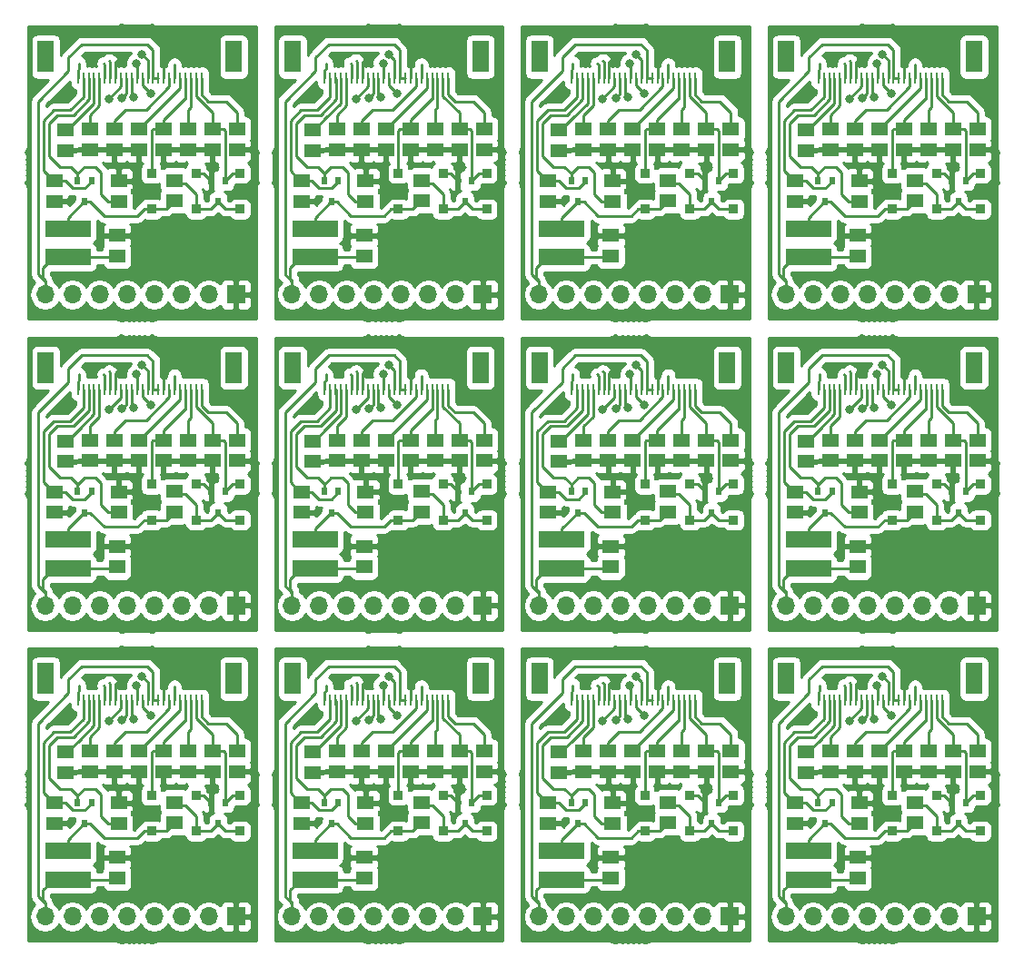
<source format=gtl>
G04 #@! TF.GenerationSoftware,KiCad,Pcbnew,no-vcs-found-91ed3e2~59~ubuntu16.04.1*
G04 #@! TF.CreationDate,2017-12-14T12:11:24+01:00*
G04 #@! TF.ProjectId,ESP32-epaper-adapter-pan,45535033322D6570617065722D616461,rev?*
G04 #@! TF.SameCoordinates,Original*
G04 #@! TF.FileFunction,Copper,L1,Top,Signal*
G04 #@! TF.FilePolarity,Positive*
%FSLAX46Y46*%
G04 Gerber Fmt 4.6, Leading zero omitted, Abs format (unit mm)*
G04 Created by KiCad (PCBNEW no-vcs-found-91ed3e2~59~ubuntu16.04.1) date Thu Dec 14 12:11:24 2017*
%MOMM*%
%LPD*%
G01*
G04 APERTURE LIST*
%ADD10R,0.850900X0.850900*%
%ADD11R,1.498600X1.300480*%
%ADD12R,0.599440X0.800100*%
%ADD13R,1.700000X1.700000*%
%ADD14O,1.700000X1.700000*%
%ADD15C,0.600000*%
%ADD16R,4.200000X1.500000*%
%ADD17R,0.269240X1.000760*%
%ADD18R,1.500000X3.000000*%
%ADD19C,0.800000*%
%ADD20C,0.250000*%
%ADD21C,0.254000*%
G04 APERTURE END LIST*
D10*
X85526000Y-169923860D03*
X85526000Y-166576140D03*
X89590000Y-169923860D03*
X89590000Y-166576140D03*
D11*
X72318000Y-169202500D03*
X72318000Y-167297500D03*
D12*
X86907760Y-167249240D03*
X87558000Y-169250760D03*
X88208240Y-167249240D03*
D11*
X78314000Y-167289500D03*
X78314000Y-169194500D03*
X89336000Y-164376500D03*
X89336000Y-162471500D03*
X84764000Y-162471500D03*
X84764000Y-164376500D03*
X80192000Y-164376500D03*
X80192000Y-162471500D03*
X77906000Y-162471500D03*
X77906000Y-164376500D03*
X75620000Y-164376500D03*
X75620000Y-162471500D03*
X73334000Y-162535000D03*
X73334000Y-164440000D03*
X87050000Y-164376500D03*
X87050000Y-162471500D03*
X82478000Y-164376500D03*
X82478000Y-162471500D03*
X83494000Y-169139000D03*
X83494000Y-167234000D03*
X78160000Y-174282500D03*
X78160000Y-172377500D03*
D13*
X89236000Y-177894000D03*
D14*
X86696000Y-177894000D03*
X84156000Y-177894000D03*
X81616000Y-177894000D03*
X79076000Y-177894000D03*
X76536000Y-177894000D03*
X73996000Y-177894000D03*
X71456000Y-177894000D03*
D15*
X79684000Y-175870000D03*
X76636000Y-172314000D03*
X70440000Y-158590000D03*
X90860000Y-171044000D03*
X89590000Y-158852000D03*
X78414000Y-155804000D03*
X85172000Y-172052000D03*
X76636000Y-175870000D03*
X73334000Y-159614000D03*
D16*
X73588000Y-174426000D03*
X73588000Y-171726000D03*
D15*
X90860000Y-173330000D03*
X82478000Y-165964000D03*
X87050000Y-165964000D03*
X81716000Y-153518000D03*
X73588000Y-153518000D03*
X87050000Y-153518000D03*
X84002000Y-155296000D03*
X79684000Y-168250000D03*
D17*
X74506000Y-157710000D03*
X75006000Y-157710000D03*
X75506000Y-157710000D03*
X76006000Y-157710000D03*
X76506000Y-157710000D03*
X77006000Y-157710000D03*
X77506000Y-157710000D03*
X78006000Y-157710000D03*
X78506000Y-157710000D03*
X79006000Y-157710000D03*
X79506000Y-157710000D03*
X80006000Y-157710000D03*
X80506000Y-157710000D03*
X81006000Y-157710000D03*
X81506000Y-157710000D03*
X82006000Y-157710000D03*
X82506000Y-157710000D03*
X83006000Y-157710000D03*
X83506000Y-157710000D03*
X84006000Y-157710000D03*
X84506000Y-157710000D03*
X85006000Y-157710000D03*
X85506000Y-157710000D03*
X86006000Y-157710000D03*
D18*
X89006000Y-155710000D03*
X71506000Y-155710000D03*
D10*
X81362000Y-166568140D03*
X81362000Y-169915860D03*
D12*
X75762240Y-167249240D03*
X75112000Y-169250760D03*
X74461760Y-167249240D03*
D15*
X73842000Y-169012000D03*
X96842000Y-169012000D03*
D12*
X97461760Y-167249240D03*
X98112000Y-169250760D03*
X98762240Y-167249240D03*
D10*
X104362000Y-169915860D03*
X104362000Y-166568140D03*
D18*
X94506000Y-155710000D03*
X112006000Y-155710000D03*
D17*
X109006000Y-157710000D03*
X108506000Y-157710000D03*
X108006000Y-157710000D03*
X107506000Y-157710000D03*
X107006000Y-157710000D03*
X106506000Y-157710000D03*
X106006000Y-157710000D03*
X105506000Y-157710000D03*
X105006000Y-157710000D03*
X104506000Y-157710000D03*
X104006000Y-157710000D03*
X103506000Y-157710000D03*
X103006000Y-157710000D03*
X102506000Y-157710000D03*
X102006000Y-157710000D03*
X101506000Y-157710000D03*
X101006000Y-157710000D03*
X100506000Y-157710000D03*
X100006000Y-157710000D03*
X99506000Y-157710000D03*
X99006000Y-157710000D03*
X98506000Y-157710000D03*
X98006000Y-157710000D03*
X97506000Y-157710000D03*
D15*
X102684000Y-168250000D03*
X107002000Y-155296000D03*
X110050000Y-153518000D03*
X96588000Y-153518000D03*
X104716000Y-153518000D03*
X110050000Y-165964000D03*
X105478000Y-165964000D03*
X113860000Y-173330000D03*
D16*
X96588000Y-171726000D03*
X96588000Y-174426000D03*
D15*
X96334000Y-159614000D03*
X99636000Y-175870000D03*
X108172000Y-172052000D03*
X101414000Y-155804000D03*
X112590000Y-158852000D03*
X113860000Y-171044000D03*
X93440000Y-158590000D03*
X99636000Y-172314000D03*
X102684000Y-175870000D03*
D14*
X94456000Y-177894000D03*
X96996000Y-177894000D03*
X99536000Y-177894000D03*
X102076000Y-177894000D03*
X104616000Y-177894000D03*
X107156000Y-177894000D03*
X109696000Y-177894000D03*
D13*
X112236000Y-177894000D03*
D11*
X101160000Y-172377500D03*
X101160000Y-174282500D03*
X106494000Y-167234000D03*
X106494000Y-169139000D03*
X105478000Y-162471500D03*
X105478000Y-164376500D03*
X110050000Y-162471500D03*
X110050000Y-164376500D03*
X96334000Y-164440000D03*
X96334000Y-162535000D03*
X98620000Y-162471500D03*
X98620000Y-164376500D03*
X100906000Y-164376500D03*
X100906000Y-162471500D03*
X103192000Y-162471500D03*
X103192000Y-164376500D03*
X107764000Y-164376500D03*
X107764000Y-162471500D03*
X112336000Y-162471500D03*
X112336000Y-164376500D03*
X101314000Y-169194500D03*
X101314000Y-167289500D03*
D12*
X111208240Y-167249240D03*
X110558000Y-169250760D03*
X109907760Y-167249240D03*
D11*
X95318000Y-167297500D03*
X95318000Y-169202500D03*
D10*
X112590000Y-166576140D03*
X112590000Y-169923860D03*
X108526000Y-166576140D03*
X108526000Y-169923860D03*
X62526000Y-169923860D03*
X62526000Y-166576140D03*
X66590000Y-169923860D03*
X66590000Y-166576140D03*
D11*
X49318000Y-169202500D03*
X49318000Y-167297500D03*
D12*
X63907760Y-167249240D03*
X64558000Y-169250760D03*
X65208240Y-167249240D03*
D11*
X55314000Y-167289500D03*
X55314000Y-169194500D03*
X66336000Y-164376500D03*
X66336000Y-162471500D03*
X61764000Y-162471500D03*
X61764000Y-164376500D03*
X57192000Y-164376500D03*
X57192000Y-162471500D03*
X54906000Y-162471500D03*
X54906000Y-164376500D03*
X52620000Y-164376500D03*
X52620000Y-162471500D03*
X50334000Y-162535000D03*
X50334000Y-164440000D03*
X64050000Y-164376500D03*
X64050000Y-162471500D03*
X59478000Y-164376500D03*
X59478000Y-162471500D03*
X60494000Y-169139000D03*
X60494000Y-167234000D03*
X55160000Y-174282500D03*
X55160000Y-172377500D03*
D13*
X66236000Y-177894000D03*
D14*
X63696000Y-177894000D03*
X61156000Y-177894000D03*
X58616000Y-177894000D03*
X56076000Y-177894000D03*
X53536000Y-177894000D03*
X50996000Y-177894000D03*
X48456000Y-177894000D03*
D15*
X56684000Y-175870000D03*
X53636000Y-172314000D03*
X47440000Y-158590000D03*
X67860000Y-171044000D03*
X66590000Y-158852000D03*
X55414000Y-155804000D03*
X62172000Y-172052000D03*
X53636000Y-175870000D03*
X50334000Y-159614000D03*
D16*
X50588000Y-174426000D03*
X50588000Y-171726000D03*
D15*
X67860000Y-173330000D03*
X59478000Y-165964000D03*
X64050000Y-165964000D03*
X58716000Y-153518000D03*
X50588000Y-153518000D03*
X64050000Y-153518000D03*
X61002000Y-155296000D03*
X56684000Y-168250000D03*
D17*
X51506000Y-157710000D03*
X52006000Y-157710000D03*
X52506000Y-157710000D03*
X53006000Y-157710000D03*
X53506000Y-157710000D03*
X54006000Y-157710000D03*
X54506000Y-157710000D03*
X55006000Y-157710000D03*
X55506000Y-157710000D03*
X56006000Y-157710000D03*
X56506000Y-157710000D03*
X57006000Y-157710000D03*
X57506000Y-157710000D03*
X58006000Y-157710000D03*
X58506000Y-157710000D03*
X59006000Y-157710000D03*
X59506000Y-157710000D03*
X60006000Y-157710000D03*
X60506000Y-157710000D03*
X61006000Y-157710000D03*
X61506000Y-157710000D03*
X62006000Y-157710000D03*
X62506000Y-157710000D03*
X63006000Y-157710000D03*
D18*
X66006000Y-155710000D03*
X48506000Y-155710000D03*
D10*
X58362000Y-166568140D03*
X58362000Y-169915860D03*
D12*
X52762240Y-167249240D03*
X52112000Y-169250760D03*
X51461760Y-167249240D03*
D15*
X50842000Y-169012000D03*
X27842000Y-169012000D03*
D12*
X28461760Y-167249240D03*
X29112000Y-169250760D03*
X29762240Y-167249240D03*
D10*
X35362000Y-169915860D03*
X35362000Y-166568140D03*
D18*
X25506000Y-155710000D03*
X43006000Y-155710000D03*
D17*
X40006000Y-157710000D03*
X39506000Y-157710000D03*
X39006000Y-157710000D03*
X38506000Y-157710000D03*
X38006000Y-157710000D03*
X37506000Y-157710000D03*
X37006000Y-157710000D03*
X36506000Y-157710000D03*
X36006000Y-157710000D03*
X35506000Y-157710000D03*
X35006000Y-157710000D03*
X34506000Y-157710000D03*
X34006000Y-157710000D03*
X33506000Y-157710000D03*
X33006000Y-157710000D03*
X32506000Y-157710000D03*
X32006000Y-157710000D03*
X31506000Y-157710000D03*
X31006000Y-157710000D03*
X30506000Y-157710000D03*
X30006000Y-157710000D03*
X29506000Y-157710000D03*
X29006000Y-157710000D03*
X28506000Y-157710000D03*
D15*
X33684000Y-168250000D03*
X38002000Y-155296000D03*
X41050000Y-153518000D03*
X27588000Y-153518000D03*
X35716000Y-153518000D03*
X41050000Y-165964000D03*
X36478000Y-165964000D03*
X44860000Y-173330000D03*
D16*
X27588000Y-171726000D03*
X27588000Y-174426000D03*
D15*
X27334000Y-159614000D03*
X30636000Y-175870000D03*
X39172000Y-172052000D03*
X32414000Y-155804000D03*
X43590000Y-158852000D03*
X44860000Y-171044000D03*
X24440000Y-158590000D03*
X30636000Y-172314000D03*
X33684000Y-175870000D03*
D14*
X25456000Y-177894000D03*
X27996000Y-177894000D03*
X30536000Y-177894000D03*
X33076000Y-177894000D03*
X35616000Y-177894000D03*
X38156000Y-177894000D03*
X40696000Y-177894000D03*
D13*
X43236000Y-177894000D03*
D11*
X32160000Y-172377500D03*
X32160000Y-174282500D03*
X37494000Y-167234000D03*
X37494000Y-169139000D03*
X36478000Y-162471500D03*
X36478000Y-164376500D03*
X41050000Y-162471500D03*
X41050000Y-164376500D03*
X27334000Y-164440000D03*
X27334000Y-162535000D03*
X29620000Y-162471500D03*
X29620000Y-164376500D03*
X31906000Y-164376500D03*
X31906000Y-162471500D03*
X34192000Y-162471500D03*
X34192000Y-164376500D03*
X38764000Y-164376500D03*
X38764000Y-162471500D03*
X43336000Y-162471500D03*
X43336000Y-164376500D03*
X32314000Y-169194500D03*
X32314000Y-167289500D03*
D12*
X42208240Y-167249240D03*
X41558000Y-169250760D03*
X40907760Y-167249240D03*
D11*
X26318000Y-167297500D03*
X26318000Y-169202500D03*
D10*
X43590000Y-166576140D03*
X43590000Y-169923860D03*
X39526000Y-166576140D03*
X39526000Y-169923860D03*
X85526000Y-140923860D03*
X85526000Y-137576140D03*
X89590000Y-140923860D03*
X89590000Y-137576140D03*
D11*
X72318000Y-140202500D03*
X72318000Y-138297500D03*
D12*
X86907760Y-138249240D03*
X87558000Y-140250760D03*
X88208240Y-138249240D03*
D11*
X78314000Y-138289500D03*
X78314000Y-140194500D03*
X89336000Y-135376500D03*
X89336000Y-133471500D03*
X84764000Y-133471500D03*
X84764000Y-135376500D03*
X80192000Y-135376500D03*
X80192000Y-133471500D03*
X77906000Y-133471500D03*
X77906000Y-135376500D03*
X75620000Y-135376500D03*
X75620000Y-133471500D03*
X73334000Y-133535000D03*
X73334000Y-135440000D03*
X87050000Y-135376500D03*
X87050000Y-133471500D03*
X82478000Y-135376500D03*
X82478000Y-133471500D03*
X83494000Y-140139000D03*
X83494000Y-138234000D03*
X78160000Y-145282500D03*
X78160000Y-143377500D03*
D13*
X89236000Y-148894000D03*
D14*
X86696000Y-148894000D03*
X84156000Y-148894000D03*
X81616000Y-148894000D03*
X79076000Y-148894000D03*
X76536000Y-148894000D03*
X73996000Y-148894000D03*
X71456000Y-148894000D03*
D15*
X79684000Y-146870000D03*
X76636000Y-143314000D03*
X70440000Y-129590000D03*
X90860000Y-142044000D03*
X89590000Y-129852000D03*
X78414000Y-126804000D03*
X85172000Y-143052000D03*
X76636000Y-146870000D03*
X73334000Y-130614000D03*
D16*
X73588000Y-145426000D03*
X73588000Y-142726000D03*
D15*
X90860000Y-144330000D03*
X82478000Y-136964000D03*
X87050000Y-136964000D03*
X81716000Y-124518000D03*
X73588000Y-124518000D03*
X87050000Y-124518000D03*
X84002000Y-126296000D03*
X79684000Y-139250000D03*
D17*
X74506000Y-128710000D03*
X75006000Y-128710000D03*
X75506000Y-128710000D03*
X76006000Y-128710000D03*
X76506000Y-128710000D03*
X77006000Y-128710000D03*
X77506000Y-128710000D03*
X78006000Y-128710000D03*
X78506000Y-128710000D03*
X79006000Y-128710000D03*
X79506000Y-128710000D03*
X80006000Y-128710000D03*
X80506000Y-128710000D03*
X81006000Y-128710000D03*
X81506000Y-128710000D03*
X82006000Y-128710000D03*
X82506000Y-128710000D03*
X83006000Y-128710000D03*
X83506000Y-128710000D03*
X84006000Y-128710000D03*
X84506000Y-128710000D03*
X85006000Y-128710000D03*
X85506000Y-128710000D03*
X86006000Y-128710000D03*
D18*
X89006000Y-126710000D03*
X71506000Y-126710000D03*
D10*
X81362000Y-137568140D03*
X81362000Y-140915860D03*
D12*
X75762240Y-138249240D03*
X75112000Y-140250760D03*
X74461760Y-138249240D03*
D15*
X73842000Y-140012000D03*
X96842000Y-140012000D03*
D12*
X97461760Y-138249240D03*
X98112000Y-140250760D03*
X98762240Y-138249240D03*
D10*
X104362000Y-140915860D03*
X104362000Y-137568140D03*
D18*
X94506000Y-126710000D03*
X112006000Y-126710000D03*
D17*
X109006000Y-128710000D03*
X108506000Y-128710000D03*
X108006000Y-128710000D03*
X107506000Y-128710000D03*
X107006000Y-128710000D03*
X106506000Y-128710000D03*
X106006000Y-128710000D03*
X105506000Y-128710000D03*
X105006000Y-128710000D03*
X104506000Y-128710000D03*
X104006000Y-128710000D03*
X103506000Y-128710000D03*
X103006000Y-128710000D03*
X102506000Y-128710000D03*
X102006000Y-128710000D03*
X101506000Y-128710000D03*
X101006000Y-128710000D03*
X100506000Y-128710000D03*
X100006000Y-128710000D03*
X99506000Y-128710000D03*
X99006000Y-128710000D03*
X98506000Y-128710000D03*
X98006000Y-128710000D03*
X97506000Y-128710000D03*
D15*
X102684000Y-139250000D03*
X107002000Y-126296000D03*
X110050000Y-124518000D03*
X96588000Y-124518000D03*
X104716000Y-124518000D03*
X110050000Y-136964000D03*
X105478000Y-136964000D03*
X113860000Y-144330000D03*
D16*
X96588000Y-142726000D03*
X96588000Y-145426000D03*
D15*
X96334000Y-130614000D03*
X99636000Y-146870000D03*
X108172000Y-143052000D03*
X101414000Y-126804000D03*
X112590000Y-129852000D03*
X113860000Y-142044000D03*
X93440000Y-129590000D03*
X99636000Y-143314000D03*
X102684000Y-146870000D03*
D14*
X94456000Y-148894000D03*
X96996000Y-148894000D03*
X99536000Y-148894000D03*
X102076000Y-148894000D03*
X104616000Y-148894000D03*
X107156000Y-148894000D03*
X109696000Y-148894000D03*
D13*
X112236000Y-148894000D03*
D11*
X101160000Y-143377500D03*
X101160000Y-145282500D03*
X106494000Y-138234000D03*
X106494000Y-140139000D03*
X105478000Y-133471500D03*
X105478000Y-135376500D03*
X110050000Y-133471500D03*
X110050000Y-135376500D03*
X96334000Y-135440000D03*
X96334000Y-133535000D03*
X98620000Y-133471500D03*
X98620000Y-135376500D03*
X100906000Y-135376500D03*
X100906000Y-133471500D03*
X103192000Y-133471500D03*
X103192000Y-135376500D03*
X107764000Y-135376500D03*
X107764000Y-133471500D03*
X112336000Y-133471500D03*
X112336000Y-135376500D03*
X101314000Y-140194500D03*
X101314000Y-138289500D03*
D12*
X111208240Y-138249240D03*
X110558000Y-140250760D03*
X109907760Y-138249240D03*
D11*
X95318000Y-138297500D03*
X95318000Y-140202500D03*
D10*
X112590000Y-137576140D03*
X112590000Y-140923860D03*
X108526000Y-137576140D03*
X108526000Y-140923860D03*
X62526000Y-140923860D03*
X62526000Y-137576140D03*
X66590000Y-140923860D03*
X66590000Y-137576140D03*
D11*
X49318000Y-140202500D03*
X49318000Y-138297500D03*
D12*
X63907760Y-138249240D03*
X64558000Y-140250760D03*
X65208240Y-138249240D03*
D11*
X55314000Y-138289500D03*
X55314000Y-140194500D03*
X66336000Y-135376500D03*
X66336000Y-133471500D03*
X61764000Y-133471500D03*
X61764000Y-135376500D03*
X57192000Y-135376500D03*
X57192000Y-133471500D03*
X54906000Y-133471500D03*
X54906000Y-135376500D03*
X52620000Y-135376500D03*
X52620000Y-133471500D03*
X50334000Y-133535000D03*
X50334000Y-135440000D03*
X64050000Y-135376500D03*
X64050000Y-133471500D03*
X59478000Y-135376500D03*
X59478000Y-133471500D03*
X60494000Y-140139000D03*
X60494000Y-138234000D03*
X55160000Y-145282500D03*
X55160000Y-143377500D03*
D13*
X66236000Y-148894000D03*
D14*
X63696000Y-148894000D03*
X61156000Y-148894000D03*
X58616000Y-148894000D03*
X56076000Y-148894000D03*
X53536000Y-148894000D03*
X50996000Y-148894000D03*
X48456000Y-148894000D03*
D15*
X56684000Y-146870000D03*
X53636000Y-143314000D03*
X47440000Y-129590000D03*
X67860000Y-142044000D03*
X66590000Y-129852000D03*
X55414000Y-126804000D03*
X62172000Y-143052000D03*
X53636000Y-146870000D03*
X50334000Y-130614000D03*
D16*
X50588000Y-145426000D03*
X50588000Y-142726000D03*
D15*
X67860000Y-144330000D03*
X59478000Y-136964000D03*
X64050000Y-136964000D03*
X58716000Y-124518000D03*
X50588000Y-124518000D03*
X64050000Y-124518000D03*
X61002000Y-126296000D03*
X56684000Y-139250000D03*
D17*
X51506000Y-128710000D03*
X52006000Y-128710000D03*
X52506000Y-128710000D03*
X53006000Y-128710000D03*
X53506000Y-128710000D03*
X54006000Y-128710000D03*
X54506000Y-128710000D03*
X55006000Y-128710000D03*
X55506000Y-128710000D03*
X56006000Y-128710000D03*
X56506000Y-128710000D03*
X57006000Y-128710000D03*
X57506000Y-128710000D03*
X58006000Y-128710000D03*
X58506000Y-128710000D03*
X59006000Y-128710000D03*
X59506000Y-128710000D03*
X60006000Y-128710000D03*
X60506000Y-128710000D03*
X61006000Y-128710000D03*
X61506000Y-128710000D03*
X62006000Y-128710000D03*
X62506000Y-128710000D03*
X63006000Y-128710000D03*
D18*
X66006000Y-126710000D03*
X48506000Y-126710000D03*
D10*
X58362000Y-137568140D03*
X58362000Y-140915860D03*
D12*
X52762240Y-138249240D03*
X52112000Y-140250760D03*
X51461760Y-138249240D03*
D15*
X50842000Y-140012000D03*
X27842000Y-140012000D03*
D12*
X28461760Y-138249240D03*
X29112000Y-140250760D03*
X29762240Y-138249240D03*
D10*
X35362000Y-140915860D03*
X35362000Y-137568140D03*
D18*
X25506000Y-126710000D03*
X43006000Y-126710000D03*
D17*
X40006000Y-128710000D03*
X39506000Y-128710000D03*
X39006000Y-128710000D03*
X38506000Y-128710000D03*
X38006000Y-128710000D03*
X37506000Y-128710000D03*
X37006000Y-128710000D03*
X36506000Y-128710000D03*
X36006000Y-128710000D03*
X35506000Y-128710000D03*
X35006000Y-128710000D03*
X34506000Y-128710000D03*
X34006000Y-128710000D03*
X33506000Y-128710000D03*
X33006000Y-128710000D03*
X32506000Y-128710000D03*
X32006000Y-128710000D03*
X31506000Y-128710000D03*
X31006000Y-128710000D03*
X30506000Y-128710000D03*
X30006000Y-128710000D03*
X29506000Y-128710000D03*
X29006000Y-128710000D03*
X28506000Y-128710000D03*
D15*
X33684000Y-139250000D03*
X38002000Y-126296000D03*
X41050000Y-124518000D03*
X27588000Y-124518000D03*
X35716000Y-124518000D03*
X41050000Y-136964000D03*
X36478000Y-136964000D03*
X44860000Y-144330000D03*
D16*
X27588000Y-142726000D03*
X27588000Y-145426000D03*
D15*
X27334000Y-130614000D03*
X30636000Y-146870000D03*
X39172000Y-143052000D03*
X32414000Y-126804000D03*
X43590000Y-129852000D03*
X44860000Y-142044000D03*
X24440000Y-129590000D03*
X30636000Y-143314000D03*
X33684000Y-146870000D03*
D14*
X25456000Y-148894000D03*
X27996000Y-148894000D03*
X30536000Y-148894000D03*
X33076000Y-148894000D03*
X35616000Y-148894000D03*
X38156000Y-148894000D03*
X40696000Y-148894000D03*
D13*
X43236000Y-148894000D03*
D11*
X32160000Y-143377500D03*
X32160000Y-145282500D03*
X37494000Y-138234000D03*
X37494000Y-140139000D03*
X36478000Y-133471500D03*
X36478000Y-135376500D03*
X41050000Y-133471500D03*
X41050000Y-135376500D03*
X27334000Y-135440000D03*
X27334000Y-133535000D03*
X29620000Y-133471500D03*
X29620000Y-135376500D03*
X31906000Y-135376500D03*
X31906000Y-133471500D03*
X34192000Y-133471500D03*
X34192000Y-135376500D03*
X38764000Y-135376500D03*
X38764000Y-133471500D03*
X43336000Y-133471500D03*
X43336000Y-135376500D03*
X32314000Y-140194500D03*
X32314000Y-138289500D03*
D12*
X42208240Y-138249240D03*
X41558000Y-140250760D03*
X40907760Y-138249240D03*
D11*
X26318000Y-138297500D03*
X26318000Y-140202500D03*
D10*
X43590000Y-137576140D03*
X43590000Y-140923860D03*
X39526000Y-137576140D03*
X39526000Y-140923860D03*
X85526000Y-111923860D03*
X85526000Y-108576140D03*
X89590000Y-111923860D03*
X89590000Y-108576140D03*
D11*
X72318000Y-111202500D03*
X72318000Y-109297500D03*
D12*
X86907760Y-109249240D03*
X87558000Y-111250760D03*
X88208240Y-109249240D03*
D11*
X78314000Y-109289500D03*
X78314000Y-111194500D03*
X89336000Y-106376500D03*
X89336000Y-104471500D03*
X84764000Y-104471500D03*
X84764000Y-106376500D03*
X80192000Y-106376500D03*
X80192000Y-104471500D03*
X77906000Y-104471500D03*
X77906000Y-106376500D03*
X75620000Y-106376500D03*
X75620000Y-104471500D03*
X73334000Y-104535000D03*
X73334000Y-106440000D03*
X87050000Y-106376500D03*
X87050000Y-104471500D03*
X82478000Y-106376500D03*
X82478000Y-104471500D03*
X83494000Y-111139000D03*
X83494000Y-109234000D03*
X78160000Y-116282500D03*
X78160000Y-114377500D03*
D13*
X89236000Y-119894000D03*
D14*
X86696000Y-119894000D03*
X84156000Y-119894000D03*
X81616000Y-119894000D03*
X79076000Y-119894000D03*
X76536000Y-119894000D03*
X73996000Y-119894000D03*
X71456000Y-119894000D03*
D15*
X79684000Y-117870000D03*
X76636000Y-114314000D03*
X70440000Y-100590000D03*
X90860000Y-113044000D03*
X89590000Y-100852000D03*
X78414000Y-97804000D03*
X85172000Y-114052000D03*
X76636000Y-117870000D03*
X73334000Y-101614000D03*
D16*
X73588000Y-116426000D03*
X73588000Y-113726000D03*
D15*
X90860000Y-115330000D03*
X82478000Y-107964000D03*
X87050000Y-107964000D03*
X81716000Y-95518000D03*
X73588000Y-95518000D03*
X87050000Y-95518000D03*
X84002000Y-97296000D03*
X79684000Y-110250000D03*
D17*
X74506000Y-99710000D03*
X75006000Y-99710000D03*
X75506000Y-99710000D03*
X76006000Y-99710000D03*
X76506000Y-99710000D03*
X77006000Y-99710000D03*
X77506000Y-99710000D03*
X78006000Y-99710000D03*
X78506000Y-99710000D03*
X79006000Y-99710000D03*
X79506000Y-99710000D03*
X80006000Y-99710000D03*
X80506000Y-99710000D03*
X81006000Y-99710000D03*
X81506000Y-99710000D03*
X82006000Y-99710000D03*
X82506000Y-99710000D03*
X83006000Y-99710000D03*
X83506000Y-99710000D03*
X84006000Y-99710000D03*
X84506000Y-99710000D03*
X85006000Y-99710000D03*
X85506000Y-99710000D03*
X86006000Y-99710000D03*
D18*
X89006000Y-97710000D03*
X71506000Y-97710000D03*
D10*
X81362000Y-108568140D03*
X81362000Y-111915860D03*
D12*
X75762240Y-109249240D03*
X75112000Y-111250760D03*
X74461760Y-109249240D03*
D15*
X73842000Y-111012000D03*
X96842000Y-111012000D03*
D12*
X97461760Y-109249240D03*
X98112000Y-111250760D03*
X98762240Y-109249240D03*
D10*
X104362000Y-111915860D03*
X104362000Y-108568140D03*
D18*
X94506000Y-97710000D03*
X112006000Y-97710000D03*
D17*
X109006000Y-99710000D03*
X108506000Y-99710000D03*
X108006000Y-99710000D03*
X107506000Y-99710000D03*
X107006000Y-99710000D03*
X106506000Y-99710000D03*
X106006000Y-99710000D03*
X105506000Y-99710000D03*
X105006000Y-99710000D03*
X104506000Y-99710000D03*
X104006000Y-99710000D03*
X103506000Y-99710000D03*
X103006000Y-99710000D03*
X102506000Y-99710000D03*
X102006000Y-99710000D03*
X101506000Y-99710000D03*
X101006000Y-99710000D03*
X100506000Y-99710000D03*
X100006000Y-99710000D03*
X99506000Y-99710000D03*
X99006000Y-99710000D03*
X98506000Y-99710000D03*
X98006000Y-99710000D03*
X97506000Y-99710000D03*
D15*
X102684000Y-110250000D03*
X107002000Y-97296000D03*
X110050000Y-95518000D03*
X96588000Y-95518000D03*
X104716000Y-95518000D03*
X110050000Y-107964000D03*
X105478000Y-107964000D03*
X113860000Y-115330000D03*
D16*
X96588000Y-113726000D03*
X96588000Y-116426000D03*
D15*
X96334000Y-101614000D03*
X99636000Y-117870000D03*
X108172000Y-114052000D03*
X101414000Y-97804000D03*
X112590000Y-100852000D03*
X113860000Y-113044000D03*
X93440000Y-100590000D03*
X99636000Y-114314000D03*
X102684000Y-117870000D03*
D14*
X94456000Y-119894000D03*
X96996000Y-119894000D03*
X99536000Y-119894000D03*
X102076000Y-119894000D03*
X104616000Y-119894000D03*
X107156000Y-119894000D03*
X109696000Y-119894000D03*
D13*
X112236000Y-119894000D03*
D11*
X101160000Y-114377500D03*
X101160000Y-116282500D03*
X106494000Y-109234000D03*
X106494000Y-111139000D03*
X105478000Y-104471500D03*
X105478000Y-106376500D03*
X110050000Y-104471500D03*
X110050000Y-106376500D03*
X96334000Y-106440000D03*
X96334000Y-104535000D03*
X98620000Y-104471500D03*
X98620000Y-106376500D03*
X100906000Y-106376500D03*
X100906000Y-104471500D03*
X103192000Y-104471500D03*
X103192000Y-106376500D03*
X107764000Y-106376500D03*
X107764000Y-104471500D03*
X112336000Y-104471500D03*
X112336000Y-106376500D03*
X101314000Y-111194500D03*
X101314000Y-109289500D03*
D12*
X111208240Y-109249240D03*
X110558000Y-111250760D03*
X109907760Y-109249240D03*
D11*
X95318000Y-109297500D03*
X95318000Y-111202500D03*
D10*
X112590000Y-108576140D03*
X112590000Y-111923860D03*
X108526000Y-108576140D03*
X108526000Y-111923860D03*
X62526000Y-111923860D03*
X62526000Y-108576140D03*
X66590000Y-111923860D03*
X66590000Y-108576140D03*
D11*
X49318000Y-111202500D03*
X49318000Y-109297500D03*
D12*
X63907760Y-109249240D03*
X64558000Y-111250760D03*
X65208240Y-109249240D03*
D11*
X55314000Y-109289500D03*
X55314000Y-111194500D03*
X66336000Y-106376500D03*
X66336000Y-104471500D03*
X61764000Y-104471500D03*
X61764000Y-106376500D03*
X57192000Y-106376500D03*
X57192000Y-104471500D03*
X54906000Y-104471500D03*
X54906000Y-106376500D03*
X52620000Y-106376500D03*
X52620000Y-104471500D03*
X50334000Y-104535000D03*
X50334000Y-106440000D03*
X64050000Y-106376500D03*
X64050000Y-104471500D03*
X59478000Y-106376500D03*
X59478000Y-104471500D03*
X60494000Y-111139000D03*
X60494000Y-109234000D03*
X55160000Y-116282500D03*
X55160000Y-114377500D03*
D13*
X66236000Y-119894000D03*
D14*
X63696000Y-119894000D03*
X61156000Y-119894000D03*
X58616000Y-119894000D03*
X56076000Y-119894000D03*
X53536000Y-119894000D03*
X50996000Y-119894000D03*
X48456000Y-119894000D03*
D15*
X56684000Y-117870000D03*
X53636000Y-114314000D03*
X47440000Y-100590000D03*
X67860000Y-113044000D03*
X66590000Y-100852000D03*
X55414000Y-97804000D03*
X62172000Y-114052000D03*
X53636000Y-117870000D03*
X50334000Y-101614000D03*
D16*
X50588000Y-116426000D03*
X50588000Y-113726000D03*
D15*
X67860000Y-115330000D03*
X59478000Y-107964000D03*
X64050000Y-107964000D03*
X58716000Y-95518000D03*
X50588000Y-95518000D03*
X64050000Y-95518000D03*
X61002000Y-97296000D03*
X56684000Y-110250000D03*
D17*
X51506000Y-99710000D03*
X52006000Y-99710000D03*
X52506000Y-99710000D03*
X53006000Y-99710000D03*
X53506000Y-99710000D03*
X54006000Y-99710000D03*
X54506000Y-99710000D03*
X55006000Y-99710000D03*
X55506000Y-99710000D03*
X56006000Y-99710000D03*
X56506000Y-99710000D03*
X57006000Y-99710000D03*
X57506000Y-99710000D03*
X58006000Y-99710000D03*
X58506000Y-99710000D03*
X59006000Y-99710000D03*
X59506000Y-99710000D03*
X60006000Y-99710000D03*
X60506000Y-99710000D03*
X61006000Y-99710000D03*
X61506000Y-99710000D03*
X62006000Y-99710000D03*
X62506000Y-99710000D03*
X63006000Y-99710000D03*
D18*
X66006000Y-97710000D03*
X48506000Y-97710000D03*
D10*
X58362000Y-108568140D03*
X58362000Y-111915860D03*
D12*
X52762240Y-109249240D03*
X52112000Y-111250760D03*
X51461760Y-109249240D03*
D15*
X50842000Y-111012000D03*
X27842000Y-111012000D03*
D12*
X28461760Y-109249240D03*
X29112000Y-111250760D03*
X29762240Y-109249240D03*
D10*
X35362000Y-111915860D03*
X35362000Y-108568140D03*
D18*
X25506000Y-97710000D03*
X43006000Y-97710000D03*
D17*
X40006000Y-99710000D03*
X39506000Y-99710000D03*
X39006000Y-99710000D03*
X38506000Y-99710000D03*
X38006000Y-99710000D03*
X37506000Y-99710000D03*
X37006000Y-99710000D03*
X36506000Y-99710000D03*
X36006000Y-99710000D03*
X35506000Y-99710000D03*
X35006000Y-99710000D03*
X34506000Y-99710000D03*
X34006000Y-99710000D03*
X33506000Y-99710000D03*
X33006000Y-99710000D03*
X32506000Y-99710000D03*
X32006000Y-99710000D03*
X31506000Y-99710000D03*
X31006000Y-99710000D03*
X30506000Y-99710000D03*
X30006000Y-99710000D03*
X29506000Y-99710000D03*
X29006000Y-99710000D03*
X28506000Y-99710000D03*
D15*
X33684000Y-110250000D03*
X38002000Y-97296000D03*
X41050000Y-95518000D03*
X27588000Y-95518000D03*
X35716000Y-95518000D03*
X41050000Y-107964000D03*
X36478000Y-107964000D03*
X44860000Y-115330000D03*
D16*
X27588000Y-113726000D03*
X27588000Y-116426000D03*
D15*
X27334000Y-101614000D03*
X30636000Y-117870000D03*
X39172000Y-114052000D03*
X32414000Y-97804000D03*
X43590000Y-100852000D03*
X44860000Y-113044000D03*
X24440000Y-100590000D03*
X30636000Y-114314000D03*
X33684000Y-117870000D03*
D14*
X25456000Y-119894000D03*
X27996000Y-119894000D03*
X30536000Y-119894000D03*
X33076000Y-119894000D03*
X35616000Y-119894000D03*
X38156000Y-119894000D03*
X40696000Y-119894000D03*
D13*
X43236000Y-119894000D03*
D11*
X32160000Y-114377500D03*
X32160000Y-116282500D03*
X37494000Y-109234000D03*
X37494000Y-111139000D03*
X36478000Y-104471500D03*
X36478000Y-106376500D03*
X41050000Y-104471500D03*
X41050000Y-106376500D03*
X27334000Y-106440000D03*
X27334000Y-104535000D03*
X29620000Y-104471500D03*
X29620000Y-106376500D03*
X31906000Y-106376500D03*
X31906000Y-104471500D03*
X34192000Y-104471500D03*
X34192000Y-106376500D03*
X38764000Y-106376500D03*
X38764000Y-104471500D03*
X43336000Y-104471500D03*
X43336000Y-106376500D03*
X32314000Y-111194500D03*
X32314000Y-109289500D03*
D12*
X42208240Y-109249240D03*
X41558000Y-111250760D03*
X40907760Y-109249240D03*
D11*
X26318000Y-109297500D03*
X26318000Y-111202500D03*
D10*
X43590000Y-108576140D03*
X43590000Y-111923860D03*
X39526000Y-108576140D03*
X39526000Y-111923860D03*
D19*
X77398000Y-159614000D03*
X100398000Y-159614000D03*
X54398000Y-159614000D03*
X31398000Y-159614000D03*
X77398000Y-130614000D03*
X100398000Y-130614000D03*
X54398000Y-130614000D03*
X31398000Y-130614000D03*
X77398000Y-101614000D03*
X100398000Y-101614000D03*
X54398000Y-101614000D03*
X31398000Y-101614000D03*
X78607889Y-159542771D03*
X101607889Y-159542771D03*
X55607889Y-159542771D03*
X32607889Y-159542771D03*
X78607889Y-130542771D03*
X101607889Y-130542771D03*
X55607889Y-130542771D03*
X32607889Y-130542771D03*
X78607889Y-101542771D03*
X101607889Y-101542771D03*
X55607889Y-101542771D03*
X32607889Y-101542771D03*
X79720990Y-159454990D03*
X102720990Y-159454990D03*
X56720990Y-159454990D03*
X33720990Y-159454990D03*
X79720990Y-130454990D03*
X102720990Y-130454990D03*
X56720990Y-130454990D03*
X33720990Y-130454990D03*
X79720990Y-101454990D03*
X102720990Y-101454990D03*
X56720990Y-101454990D03*
X33720990Y-101454990D03*
X79938000Y-156312000D03*
X102938000Y-156312000D03*
X56938000Y-156312000D03*
X33938000Y-156312000D03*
X79938000Y-127312000D03*
X102938000Y-127312000D03*
X56938000Y-127312000D03*
X33938000Y-127312000D03*
X79938000Y-98312000D03*
X102938000Y-98312000D03*
X56938000Y-98312000D03*
X33938000Y-98312000D03*
X81271537Y-159169537D03*
X104271537Y-159169537D03*
X58271537Y-159169537D03*
X35271537Y-159169537D03*
X81271537Y-130169537D03*
X104271537Y-130169537D03*
X58271537Y-130169537D03*
X35271537Y-130169537D03*
X81271537Y-101169537D03*
X104271537Y-101169537D03*
X58271537Y-101169537D03*
X35271537Y-101169537D03*
X80492701Y-155479949D03*
X103492701Y-155479949D03*
X57492701Y-155479949D03*
X34492701Y-155479949D03*
X80492701Y-126479949D03*
X103492701Y-126479949D03*
X57492701Y-126479949D03*
X34492701Y-126479949D03*
X80492701Y-97479949D03*
X103492701Y-97479949D03*
X57492701Y-97479949D03*
X34492701Y-97479949D03*
D20*
X78006000Y-156212000D02*
X78414000Y-155804000D01*
X78006000Y-157710000D02*
X78006000Y-156212000D01*
X83494000Y-155296000D02*
X84002000Y-155296000D01*
X82506000Y-156284000D02*
X83494000Y-155296000D01*
X82506000Y-157710000D02*
X82506000Y-156284000D01*
X86907760Y-166614240D02*
X87558000Y-165964000D01*
X86907760Y-167249240D02*
X86907760Y-166614240D01*
X86234660Y-166576140D02*
X86907760Y-167249240D01*
X85526000Y-166576140D02*
X86234660Y-166576140D01*
X108526000Y-166576140D02*
X109234660Y-166576140D01*
X109234660Y-166576140D02*
X109907760Y-167249240D01*
X109907760Y-167249240D02*
X109907760Y-166614240D01*
X109907760Y-166614240D02*
X110558000Y-165964000D01*
X105506000Y-157710000D02*
X105506000Y-156284000D01*
X105506000Y-156284000D02*
X106494000Y-155296000D01*
X106494000Y-155296000D02*
X107002000Y-155296000D01*
X101006000Y-157710000D02*
X101006000Y-156212000D01*
X101006000Y-156212000D02*
X101414000Y-155804000D01*
X55006000Y-156212000D02*
X55414000Y-155804000D01*
X55006000Y-157710000D02*
X55006000Y-156212000D01*
X60494000Y-155296000D02*
X61002000Y-155296000D01*
X59506000Y-156284000D02*
X60494000Y-155296000D01*
X59506000Y-157710000D02*
X59506000Y-156284000D01*
X63907760Y-166614240D02*
X64558000Y-165964000D01*
X63907760Y-167249240D02*
X63907760Y-166614240D01*
X63234660Y-166576140D02*
X63907760Y-167249240D01*
X62526000Y-166576140D02*
X63234660Y-166576140D01*
X39526000Y-166576140D02*
X40234660Y-166576140D01*
X40234660Y-166576140D02*
X40907760Y-167249240D01*
X40907760Y-167249240D02*
X40907760Y-166614240D01*
X40907760Y-166614240D02*
X41558000Y-165964000D01*
X36506000Y-157710000D02*
X36506000Y-156284000D01*
X36506000Y-156284000D02*
X37494000Y-155296000D01*
X37494000Y-155296000D02*
X38002000Y-155296000D01*
X32006000Y-157710000D02*
X32006000Y-156212000D01*
X32006000Y-156212000D02*
X32414000Y-155804000D01*
X78006000Y-127212000D02*
X78414000Y-126804000D01*
X78006000Y-128710000D02*
X78006000Y-127212000D01*
X83494000Y-126296000D02*
X84002000Y-126296000D01*
X82506000Y-127284000D02*
X83494000Y-126296000D01*
X82506000Y-128710000D02*
X82506000Y-127284000D01*
X86907760Y-137614240D02*
X87558000Y-136964000D01*
X86907760Y-138249240D02*
X86907760Y-137614240D01*
X86234660Y-137576140D02*
X86907760Y-138249240D01*
X85526000Y-137576140D02*
X86234660Y-137576140D01*
X108526000Y-137576140D02*
X109234660Y-137576140D01*
X109234660Y-137576140D02*
X109907760Y-138249240D01*
X109907760Y-138249240D02*
X109907760Y-137614240D01*
X109907760Y-137614240D02*
X110558000Y-136964000D01*
X105506000Y-128710000D02*
X105506000Y-127284000D01*
X105506000Y-127284000D02*
X106494000Y-126296000D01*
X106494000Y-126296000D02*
X107002000Y-126296000D01*
X101006000Y-128710000D02*
X101006000Y-127212000D01*
X101006000Y-127212000D02*
X101414000Y-126804000D01*
X55006000Y-127212000D02*
X55414000Y-126804000D01*
X55006000Y-128710000D02*
X55006000Y-127212000D01*
X60494000Y-126296000D02*
X61002000Y-126296000D01*
X59506000Y-127284000D02*
X60494000Y-126296000D01*
X59506000Y-128710000D02*
X59506000Y-127284000D01*
X63907760Y-137614240D02*
X64558000Y-136964000D01*
X63907760Y-138249240D02*
X63907760Y-137614240D01*
X63234660Y-137576140D02*
X63907760Y-138249240D01*
X62526000Y-137576140D02*
X63234660Y-137576140D01*
X39526000Y-137576140D02*
X40234660Y-137576140D01*
X40234660Y-137576140D02*
X40907760Y-138249240D01*
X40907760Y-138249240D02*
X40907760Y-137614240D01*
X40907760Y-137614240D02*
X41558000Y-136964000D01*
X36506000Y-128710000D02*
X36506000Y-127284000D01*
X36506000Y-127284000D02*
X37494000Y-126296000D01*
X37494000Y-126296000D02*
X38002000Y-126296000D01*
X32006000Y-128710000D02*
X32006000Y-127212000D01*
X32006000Y-127212000D02*
X32414000Y-126804000D01*
X78006000Y-98212000D02*
X78414000Y-97804000D01*
X78006000Y-99710000D02*
X78006000Y-98212000D01*
X83494000Y-97296000D02*
X84002000Y-97296000D01*
X82506000Y-98284000D02*
X83494000Y-97296000D01*
X82506000Y-99710000D02*
X82506000Y-98284000D01*
X86907760Y-108614240D02*
X87558000Y-107964000D01*
X86907760Y-109249240D02*
X86907760Y-108614240D01*
X86234660Y-108576140D02*
X86907760Y-109249240D01*
X85526000Y-108576140D02*
X86234660Y-108576140D01*
X108526000Y-108576140D02*
X109234660Y-108576140D01*
X109234660Y-108576140D02*
X109907760Y-109249240D01*
X109907760Y-109249240D02*
X109907760Y-108614240D01*
X109907760Y-108614240D02*
X110558000Y-107964000D01*
X105506000Y-99710000D02*
X105506000Y-98284000D01*
X105506000Y-98284000D02*
X106494000Y-97296000D01*
X106494000Y-97296000D02*
X107002000Y-97296000D01*
X101006000Y-99710000D02*
X101006000Y-98212000D01*
X101006000Y-98212000D02*
X101414000Y-97804000D01*
X55006000Y-98212000D02*
X55414000Y-97804000D01*
X55006000Y-99710000D02*
X55006000Y-98212000D01*
X60494000Y-97296000D02*
X61002000Y-97296000D01*
X59506000Y-98284000D02*
X60494000Y-97296000D01*
X59506000Y-99710000D02*
X59506000Y-98284000D01*
X63907760Y-108614240D02*
X64558000Y-107964000D01*
X63907760Y-109249240D02*
X63907760Y-108614240D01*
X63234660Y-108576140D02*
X63907760Y-109249240D01*
X62526000Y-108576140D02*
X63234660Y-108576140D01*
X39526000Y-108576140D02*
X40234660Y-108576140D01*
X40234660Y-108576140D02*
X40907760Y-109249240D01*
X40907760Y-109249240D02*
X40907760Y-108614240D01*
X40907760Y-108614240D02*
X41558000Y-107964000D01*
X36506000Y-99710000D02*
X36506000Y-98284000D01*
X36506000Y-98284000D02*
X37494000Y-97296000D01*
X37494000Y-97296000D02*
X38002000Y-97296000D01*
X32006000Y-99710000D02*
X32006000Y-98212000D01*
X32006000Y-98212000D02*
X32414000Y-97804000D01*
X82006000Y-157710000D02*
X81506000Y-157710000D01*
X72238000Y-174426000D02*
X73588000Y-174426000D01*
X71238000Y-176340000D02*
X71238000Y-175426000D01*
X71456000Y-176558000D02*
X71238000Y-176340000D01*
X71238000Y-175426000D02*
X72238000Y-174426000D01*
X71456000Y-177894000D02*
X71456000Y-176558000D01*
X78016500Y-174426000D02*
X78160000Y-174282500D01*
X73588000Y-174426000D02*
X78016500Y-174426000D01*
X71456000Y-176691919D02*
X71456000Y-177894000D01*
X70794000Y-176029919D02*
X71456000Y-176691919D01*
X70794000Y-159868000D02*
X70794000Y-176029919D01*
X73624999Y-157037001D02*
X70794000Y-159868000D01*
X73624999Y-155767001D02*
X73624999Y-157037001D01*
X74858000Y-154534000D02*
X73624999Y-155767001D01*
X80954000Y-154534000D02*
X74858000Y-154534000D01*
X81506000Y-155086000D02*
X80954000Y-154534000D01*
X81506000Y-157710000D02*
X81506000Y-155086000D01*
X104506000Y-157710000D02*
X104506000Y-155086000D01*
X104506000Y-155086000D02*
X103954000Y-154534000D01*
X103954000Y-154534000D02*
X97858000Y-154534000D01*
X97858000Y-154534000D02*
X96624999Y-155767001D01*
X96624999Y-155767001D02*
X96624999Y-157037001D01*
X96624999Y-157037001D02*
X93794000Y-159868000D01*
X93794000Y-159868000D02*
X93794000Y-176029919D01*
X93794000Y-176029919D02*
X94456000Y-176691919D01*
X94456000Y-176691919D02*
X94456000Y-177894000D01*
X96588000Y-174426000D02*
X101016500Y-174426000D01*
X101016500Y-174426000D02*
X101160000Y-174282500D01*
X94456000Y-177894000D02*
X94456000Y-176558000D01*
X94238000Y-175426000D02*
X95238000Y-174426000D01*
X94456000Y-176558000D02*
X94238000Y-176340000D01*
X94238000Y-176340000D02*
X94238000Y-175426000D01*
X95238000Y-174426000D02*
X96588000Y-174426000D01*
X105006000Y-157710000D02*
X104506000Y-157710000D01*
X59006000Y-157710000D02*
X58506000Y-157710000D01*
X49238000Y-174426000D02*
X50588000Y-174426000D01*
X48238000Y-176340000D02*
X48238000Y-175426000D01*
X48456000Y-176558000D02*
X48238000Y-176340000D01*
X48238000Y-175426000D02*
X49238000Y-174426000D01*
X48456000Y-177894000D02*
X48456000Y-176558000D01*
X55016500Y-174426000D02*
X55160000Y-174282500D01*
X50588000Y-174426000D02*
X55016500Y-174426000D01*
X48456000Y-176691919D02*
X48456000Y-177894000D01*
X47794000Y-176029919D02*
X48456000Y-176691919D01*
X47794000Y-159868000D02*
X47794000Y-176029919D01*
X50624999Y-157037001D02*
X47794000Y-159868000D01*
X50624999Y-155767001D02*
X50624999Y-157037001D01*
X51858000Y-154534000D02*
X50624999Y-155767001D01*
X57954000Y-154534000D02*
X51858000Y-154534000D01*
X58506000Y-155086000D02*
X57954000Y-154534000D01*
X58506000Y-157710000D02*
X58506000Y-155086000D01*
X35506000Y-157710000D02*
X35506000Y-155086000D01*
X35506000Y-155086000D02*
X34954000Y-154534000D01*
X34954000Y-154534000D02*
X28858000Y-154534000D01*
X28858000Y-154534000D02*
X27624999Y-155767001D01*
X27624999Y-155767001D02*
X27624999Y-157037001D01*
X27624999Y-157037001D02*
X24794000Y-159868000D01*
X24794000Y-159868000D02*
X24794000Y-176029919D01*
X24794000Y-176029919D02*
X25456000Y-176691919D01*
X25456000Y-176691919D02*
X25456000Y-177894000D01*
X27588000Y-174426000D02*
X32016500Y-174426000D01*
X32016500Y-174426000D02*
X32160000Y-174282500D01*
X25456000Y-177894000D02*
X25456000Y-176558000D01*
X25238000Y-175426000D02*
X26238000Y-174426000D01*
X25456000Y-176558000D02*
X25238000Y-176340000D01*
X25238000Y-176340000D02*
X25238000Y-175426000D01*
X26238000Y-174426000D02*
X27588000Y-174426000D01*
X36006000Y-157710000D02*
X35506000Y-157710000D01*
X82006000Y-128710000D02*
X81506000Y-128710000D01*
X72238000Y-145426000D02*
X73588000Y-145426000D01*
X71238000Y-147340000D02*
X71238000Y-146426000D01*
X71456000Y-147558000D02*
X71238000Y-147340000D01*
X71238000Y-146426000D02*
X72238000Y-145426000D01*
X71456000Y-148894000D02*
X71456000Y-147558000D01*
X78016500Y-145426000D02*
X78160000Y-145282500D01*
X73588000Y-145426000D02*
X78016500Y-145426000D01*
X71456000Y-147691919D02*
X71456000Y-148894000D01*
X70794000Y-147029919D02*
X71456000Y-147691919D01*
X70794000Y-130868000D02*
X70794000Y-147029919D01*
X73624999Y-128037001D02*
X70794000Y-130868000D01*
X73624999Y-126767001D02*
X73624999Y-128037001D01*
X74858000Y-125534000D02*
X73624999Y-126767001D01*
X80954000Y-125534000D02*
X74858000Y-125534000D01*
X81506000Y-126086000D02*
X80954000Y-125534000D01*
X81506000Y-128710000D02*
X81506000Y-126086000D01*
X104506000Y-128710000D02*
X104506000Y-126086000D01*
X104506000Y-126086000D02*
X103954000Y-125534000D01*
X103954000Y-125534000D02*
X97858000Y-125534000D01*
X97858000Y-125534000D02*
X96624999Y-126767001D01*
X96624999Y-126767001D02*
X96624999Y-128037001D01*
X96624999Y-128037001D02*
X93794000Y-130868000D01*
X93794000Y-130868000D02*
X93794000Y-147029919D01*
X93794000Y-147029919D02*
X94456000Y-147691919D01*
X94456000Y-147691919D02*
X94456000Y-148894000D01*
X96588000Y-145426000D02*
X101016500Y-145426000D01*
X101016500Y-145426000D02*
X101160000Y-145282500D01*
X94456000Y-148894000D02*
X94456000Y-147558000D01*
X94238000Y-146426000D02*
X95238000Y-145426000D01*
X94456000Y-147558000D02*
X94238000Y-147340000D01*
X94238000Y-147340000D02*
X94238000Y-146426000D01*
X95238000Y-145426000D02*
X96588000Y-145426000D01*
X105006000Y-128710000D02*
X104506000Y-128710000D01*
X59006000Y-128710000D02*
X58506000Y-128710000D01*
X49238000Y-145426000D02*
X50588000Y-145426000D01*
X48238000Y-147340000D02*
X48238000Y-146426000D01*
X48456000Y-147558000D02*
X48238000Y-147340000D01*
X48238000Y-146426000D02*
X49238000Y-145426000D01*
X48456000Y-148894000D02*
X48456000Y-147558000D01*
X55016500Y-145426000D02*
X55160000Y-145282500D01*
X50588000Y-145426000D02*
X55016500Y-145426000D01*
X48456000Y-147691919D02*
X48456000Y-148894000D01*
X47794000Y-147029919D02*
X48456000Y-147691919D01*
X47794000Y-130868000D02*
X47794000Y-147029919D01*
X50624999Y-128037001D02*
X47794000Y-130868000D01*
X50624999Y-126767001D02*
X50624999Y-128037001D01*
X51858000Y-125534000D02*
X50624999Y-126767001D01*
X57954000Y-125534000D02*
X51858000Y-125534000D01*
X58506000Y-126086000D02*
X57954000Y-125534000D01*
X58506000Y-128710000D02*
X58506000Y-126086000D01*
X35506000Y-128710000D02*
X35506000Y-126086000D01*
X35506000Y-126086000D02*
X34954000Y-125534000D01*
X34954000Y-125534000D02*
X28858000Y-125534000D01*
X28858000Y-125534000D02*
X27624999Y-126767001D01*
X27624999Y-126767001D02*
X27624999Y-128037001D01*
X27624999Y-128037001D02*
X24794000Y-130868000D01*
X24794000Y-130868000D02*
X24794000Y-147029919D01*
X24794000Y-147029919D02*
X25456000Y-147691919D01*
X25456000Y-147691919D02*
X25456000Y-148894000D01*
X27588000Y-145426000D02*
X32016500Y-145426000D01*
X32016500Y-145426000D02*
X32160000Y-145282500D01*
X25456000Y-148894000D02*
X25456000Y-147558000D01*
X25238000Y-146426000D02*
X26238000Y-145426000D01*
X25456000Y-147558000D02*
X25238000Y-147340000D01*
X25238000Y-147340000D02*
X25238000Y-146426000D01*
X26238000Y-145426000D02*
X27588000Y-145426000D01*
X36006000Y-128710000D02*
X35506000Y-128710000D01*
X82006000Y-99710000D02*
X81506000Y-99710000D01*
X72238000Y-116426000D02*
X73588000Y-116426000D01*
X71238000Y-118340000D02*
X71238000Y-117426000D01*
X71456000Y-118558000D02*
X71238000Y-118340000D01*
X71238000Y-117426000D02*
X72238000Y-116426000D01*
X71456000Y-119894000D02*
X71456000Y-118558000D01*
X78016500Y-116426000D02*
X78160000Y-116282500D01*
X73588000Y-116426000D02*
X78016500Y-116426000D01*
X71456000Y-118691919D02*
X71456000Y-119894000D01*
X70794000Y-118029919D02*
X71456000Y-118691919D01*
X70794000Y-101868000D02*
X70794000Y-118029919D01*
X73624999Y-99037001D02*
X70794000Y-101868000D01*
X73624999Y-97767001D02*
X73624999Y-99037001D01*
X74858000Y-96534000D02*
X73624999Y-97767001D01*
X80954000Y-96534000D02*
X74858000Y-96534000D01*
X81506000Y-97086000D02*
X80954000Y-96534000D01*
X81506000Y-99710000D02*
X81506000Y-97086000D01*
X104506000Y-99710000D02*
X104506000Y-97086000D01*
X104506000Y-97086000D02*
X103954000Y-96534000D01*
X103954000Y-96534000D02*
X97858000Y-96534000D01*
X97858000Y-96534000D02*
X96624999Y-97767001D01*
X96624999Y-97767001D02*
X96624999Y-99037001D01*
X96624999Y-99037001D02*
X93794000Y-101868000D01*
X93794000Y-101868000D02*
X93794000Y-118029919D01*
X93794000Y-118029919D02*
X94456000Y-118691919D01*
X94456000Y-118691919D02*
X94456000Y-119894000D01*
X96588000Y-116426000D02*
X101016500Y-116426000D01*
X101016500Y-116426000D02*
X101160000Y-116282500D01*
X94456000Y-119894000D02*
X94456000Y-118558000D01*
X94238000Y-117426000D02*
X95238000Y-116426000D01*
X94456000Y-118558000D02*
X94238000Y-118340000D01*
X94238000Y-118340000D02*
X94238000Y-117426000D01*
X95238000Y-116426000D02*
X96588000Y-116426000D01*
X105006000Y-99710000D02*
X104506000Y-99710000D01*
X59006000Y-99710000D02*
X58506000Y-99710000D01*
X49238000Y-116426000D02*
X50588000Y-116426000D01*
X48238000Y-118340000D02*
X48238000Y-117426000D01*
X48456000Y-118558000D02*
X48238000Y-118340000D01*
X48238000Y-117426000D02*
X49238000Y-116426000D01*
X48456000Y-119894000D02*
X48456000Y-118558000D01*
X55016500Y-116426000D02*
X55160000Y-116282500D01*
X50588000Y-116426000D02*
X55016500Y-116426000D01*
X48456000Y-118691919D02*
X48456000Y-119894000D01*
X47794000Y-118029919D02*
X48456000Y-118691919D01*
X47794000Y-101868000D02*
X47794000Y-118029919D01*
X50624999Y-99037001D02*
X47794000Y-101868000D01*
X50624999Y-97767001D02*
X50624999Y-99037001D01*
X51858000Y-96534000D02*
X50624999Y-97767001D01*
X57954000Y-96534000D02*
X51858000Y-96534000D01*
X58506000Y-97086000D02*
X57954000Y-96534000D01*
X58506000Y-99710000D02*
X58506000Y-97086000D01*
X35506000Y-99710000D02*
X35506000Y-97086000D01*
X35506000Y-97086000D02*
X34954000Y-96534000D01*
X34954000Y-96534000D02*
X28858000Y-96534000D01*
X28858000Y-96534000D02*
X27624999Y-97767001D01*
X27624999Y-97767001D02*
X27624999Y-99037001D01*
X27624999Y-99037001D02*
X24794000Y-101868000D01*
X24794000Y-101868000D02*
X24794000Y-118029919D01*
X24794000Y-118029919D02*
X25456000Y-118691919D01*
X25456000Y-118691919D02*
X25456000Y-119894000D01*
X27588000Y-116426000D02*
X32016500Y-116426000D01*
X32016500Y-116426000D02*
X32160000Y-116282500D01*
X25456000Y-119894000D02*
X25456000Y-118558000D01*
X25238000Y-117426000D02*
X26238000Y-116426000D01*
X25456000Y-118558000D02*
X25238000Y-118340000D01*
X25238000Y-118340000D02*
X25238000Y-117426000D01*
X26238000Y-116426000D02*
X27588000Y-116426000D01*
X36006000Y-99710000D02*
X35506000Y-99710000D01*
X75063240Y-169250760D02*
X75112000Y-169250760D01*
X73588000Y-170726000D02*
X75063240Y-169250760D01*
X73588000Y-171726000D02*
X73588000Y-170726000D01*
X75661720Y-169250760D02*
X76946960Y-170536000D01*
X75112000Y-169250760D02*
X75661720Y-169250760D01*
X80686550Y-169915860D02*
X81362000Y-169915860D01*
X80066410Y-170536000D02*
X80686550Y-169915860D01*
X76946960Y-170536000D02*
X80066410Y-170536000D01*
X82717140Y-169915860D02*
X83494000Y-169139000D01*
X81362000Y-169915860D02*
X82717140Y-169915860D01*
X104362000Y-169915860D02*
X105717140Y-169915860D01*
X105717140Y-169915860D02*
X106494000Y-169139000D01*
X99946960Y-170536000D02*
X103066410Y-170536000D01*
X103066410Y-170536000D02*
X103686550Y-169915860D01*
X103686550Y-169915860D02*
X104362000Y-169915860D01*
X98112000Y-169250760D02*
X98661720Y-169250760D01*
X98661720Y-169250760D02*
X99946960Y-170536000D01*
X96588000Y-171726000D02*
X96588000Y-170726000D01*
X96588000Y-170726000D02*
X98063240Y-169250760D01*
X98063240Y-169250760D02*
X98112000Y-169250760D01*
X52063240Y-169250760D02*
X52112000Y-169250760D01*
X50588000Y-170726000D02*
X52063240Y-169250760D01*
X50588000Y-171726000D02*
X50588000Y-170726000D01*
X52661720Y-169250760D02*
X53946960Y-170536000D01*
X52112000Y-169250760D02*
X52661720Y-169250760D01*
X57686550Y-169915860D02*
X58362000Y-169915860D01*
X57066410Y-170536000D02*
X57686550Y-169915860D01*
X53946960Y-170536000D02*
X57066410Y-170536000D01*
X59717140Y-169915860D02*
X60494000Y-169139000D01*
X58362000Y-169915860D02*
X59717140Y-169915860D01*
X35362000Y-169915860D02*
X36717140Y-169915860D01*
X36717140Y-169915860D02*
X37494000Y-169139000D01*
X30946960Y-170536000D02*
X34066410Y-170536000D01*
X34066410Y-170536000D02*
X34686550Y-169915860D01*
X34686550Y-169915860D02*
X35362000Y-169915860D01*
X29112000Y-169250760D02*
X29661720Y-169250760D01*
X29661720Y-169250760D02*
X30946960Y-170536000D01*
X27588000Y-171726000D02*
X27588000Y-170726000D01*
X27588000Y-170726000D02*
X29063240Y-169250760D01*
X29063240Y-169250760D02*
X29112000Y-169250760D01*
X75063240Y-140250760D02*
X75112000Y-140250760D01*
X73588000Y-141726000D02*
X75063240Y-140250760D01*
X73588000Y-142726000D02*
X73588000Y-141726000D01*
X75661720Y-140250760D02*
X76946960Y-141536000D01*
X75112000Y-140250760D02*
X75661720Y-140250760D01*
X80686550Y-140915860D02*
X81362000Y-140915860D01*
X80066410Y-141536000D02*
X80686550Y-140915860D01*
X76946960Y-141536000D02*
X80066410Y-141536000D01*
X82717140Y-140915860D02*
X83494000Y-140139000D01*
X81362000Y-140915860D02*
X82717140Y-140915860D01*
X104362000Y-140915860D02*
X105717140Y-140915860D01*
X105717140Y-140915860D02*
X106494000Y-140139000D01*
X99946960Y-141536000D02*
X103066410Y-141536000D01*
X103066410Y-141536000D02*
X103686550Y-140915860D01*
X103686550Y-140915860D02*
X104362000Y-140915860D01*
X98112000Y-140250760D02*
X98661720Y-140250760D01*
X98661720Y-140250760D02*
X99946960Y-141536000D01*
X96588000Y-142726000D02*
X96588000Y-141726000D01*
X96588000Y-141726000D02*
X98063240Y-140250760D01*
X98063240Y-140250760D02*
X98112000Y-140250760D01*
X52063240Y-140250760D02*
X52112000Y-140250760D01*
X50588000Y-141726000D02*
X52063240Y-140250760D01*
X50588000Y-142726000D02*
X50588000Y-141726000D01*
X52661720Y-140250760D02*
X53946960Y-141536000D01*
X52112000Y-140250760D02*
X52661720Y-140250760D01*
X57686550Y-140915860D02*
X58362000Y-140915860D01*
X57066410Y-141536000D02*
X57686550Y-140915860D01*
X53946960Y-141536000D02*
X57066410Y-141536000D01*
X59717140Y-140915860D02*
X60494000Y-140139000D01*
X58362000Y-140915860D02*
X59717140Y-140915860D01*
X35362000Y-140915860D02*
X36717140Y-140915860D01*
X36717140Y-140915860D02*
X37494000Y-140139000D01*
X30946960Y-141536000D02*
X34066410Y-141536000D01*
X34066410Y-141536000D02*
X34686550Y-140915860D01*
X34686550Y-140915860D02*
X35362000Y-140915860D01*
X29112000Y-140250760D02*
X29661720Y-140250760D01*
X29661720Y-140250760D02*
X30946960Y-141536000D01*
X27588000Y-142726000D02*
X27588000Y-141726000D01*
X27588000Y-141726000D02*
X29063240Y-140250760D01*
X29063240Y-140250760D02*
X29112000Y-140250760D01*
X75063240Y-111250760D02*
X75112000Y-111250760D01*
X73588000Y-112726000D02*
X75063240Y-111250760D01*
X73588000Y-113726000D02*
X73588000Y-112726000D01*
X75661720Y-111250760D02*
X76946960Y-112536000D01*
X75112000Y-111250760D02*
X75661720Y-111250760D01*
X80686550Y-111915860D02*
X81362000Y-111915860D01*
X80066410Y-112536000D02*
X80686550Y-111915860D01*
X76946960Y-112536000D02*
X80066410Y-112536000D01*
X82717140Y-111915860D02*
X83494000Y-111139000D01*
X81362000Y-111915860D02*
X82717140Y-111915860D01*
X104362000Y-111915860D02*
X105717140Y-111915860D01*
X105717140Y-111915860D02*
X106494000Y-111139000D01*
X99946960Y-112536000D02*
X103066410Y-112536000D01*
X103066410Y-112536000D02*
X103686550Y-111915860D01*
X103686550Y-111915860D02*
X104362000Y-111915860D01*
X98112000Y-111250760D02*
X98661720Y-111250760D01*
X98661720Y-111250760D02*
X99946960Y-112536000D01*
X96588000Y-113726000D02*
X96588000Y-112726000D01*
X96588000Y-112726000D02*
X98063240Y-111250760D01*
X98063240Y-111250760D02*
X98112000Y-111250760D01*
X52063240Y-111250760D02*
X52112000Y-111250760D01*
X50588000Y-112726000D02*
X52063240Y-111250760D01*
X50588000Y-113726000D02*
X50588000Y-112726000D01*
X52661720Y-111250760D02*
X53946960Y-112536000D01*
X52112000Y-111250760D02*
X52661720Y-111250760D01*
X57686550Y-111915860D02*
X58362000Y-111915860D01*
X57066410Y-112536000D02*
X57686550Y-111915860D01*
X53946960Y-112536000D02*
X57066410Y-112536000D01*
X59717140Y-111915860D02*
X60494000Y-111139000D01*
X58362000Y-111915860D02*
X59717140Y-111915860D01*
X35362000Y-111915860D02*
X36717140Y-111915860D01*
X36717140Y-111915860D02*
X37494000Y-111139000D01*
X30946960Y-112536000D02*
X34066410Y-112536000D01*
X34066410Y-112536000D02*
X34686550Y-111915860D01*
X34686550Y-111915860D02*
X35362000Y-111915860D01*
X29112000Y-111250760D02*
X29661720Y-111250760D01*
X29661720Y-111250760D02*
X30946960Y-112536000D01*
X27588000Y-113726000D02*
X27588000Y-112726000D01*
X27588000Y-112726000D02*
X29063240Y-111250760D01*
X29063240Y-111250760D02*
X29112000Y-111250760D01*
X88231100Y-169923860D02*
X87558000Y-169250760D01*
X89590000Y-169923860D02*
X88231100Y-169923860D01*
X86884900Y-169923860D02*
X87558000Y-169250760D01*
X85526000Y-169923860D02*
X86884900Y-169923860D01*
X84510000Y-167488000D02*
X83748000Y-167488000D01*
X85526000Y-168504000D02*
X84510000Y-167488000D01*
X83748000Y-167488000D02*
X83494000Y-167234000D01*
X85526000Y-169923860D02*
X85526000Y-168504000D01*
X108526000Y-169923860D02*
X108526000Y-168504000D01*
X106748000Y-167488000D02*
X106494000Y-167234000D01*
X108526000Y-168504000D02*
X107510000Y-167488000D01*
X107510000Y-167488000D02*
X106748000Y-167488000D01*
X108526000Y-169923860D02*
X109884900Y-169923860D01*
X109884900Y-169923860D02*
X110558000Y-169250760D01*
X112590000Y-169923860D02*
X111231100Y-169923860D01*
X111231100Y-169923860D02*
X110558000Y-169250760D01*
X65231100Y-169923860D02*
X64558000Y-169250760D01*
X66590000Y-169923860D02*
X65231100Y-169923860D01*
X63884900Y-169923860D02*
X64558000Y-169250760D01*
X62526000Y-169923860D02*
X63884900Y-169923860D01*
X61510000Y-167488000D02*
X60748000Y-167488000D01*
X62526000Y-168504000D02*
X61510000Y-167488000D01*
X60748000Y-167488000D02*
X60494000Y-167234000D01*
X62526000Y-169923860D02*
X62526000Y-168504000D01*
X39526000Y-169923860D02*
X39526000Y-168504000D01*
X37748000Y-167488000D02*
X37494000Y-167234000D01*
X39526000Y-168504000D02*
X38510000Y-167488000D01*
X38510000Y-167488000D02*
X37748000Y-167488000D01*
X39526000Y-169923860D02*
X40884900Y-169923860D01*
X40884900Y-169923860D02*
X41558000Y-169250760D01*
X43590000Y-169923860D02*
X42231100Y-169923860D01*
X42231100Y-169923860D02*
X41558000Y-169250760D01*
X88231100Y-140923860D02*
X87558000Y-140250760D01*
X89590000Y-140923860D02*
X88231100Y-140923860D01*
X86884900Y-140923860D02*
X87558000Y-140250760D01*
X85526000Y-140923860D02*
X86884900Y-140923860D01*
X84510000Y-138488000D02*
X83748000Y-138488000D01*
X85526000Y-139504000D02*
X84510000Y-138488000D01*
X83748000Y-138488000D02*
X83494000Y-138234000D01*
X85526000Y-140923860D02*
X85526000Y-139504000D01*
X108526000Y-140923860D02*
X108526000Y-139504000D01*
X106748000Y-138488000D02*
X106494000Y-138234000D01*
X108526000Y-139504000D02*
X107510000Y-138488000D01*
X107510000Y-138488000D02*
X106748000Y-138488000D01*
X108526000Y-140923860D02*
X109884900Y-140923860D01*
X109884900Y-140923860D02*
X110558000Y-140250760D01*
X112590000Y-140923860D02*
X111231100Y-140923860D01*
X111231100Y-140923860D02*
X110558000Y-140250760D01*
X65231100Y-140923860D02*
X64558000Y-140250760D01*
X66590000Y-140923860D02*
X65231100Y-140923860D01*
X63884900Y-140923860D02*
X64558000Y-140250760D01*
X62526000Y-140923860D02*
X63884900Y-140923860D01*
X61510000Y-138488000D02*
X60748000Y-138488000D01*
X62526000Y-139504000D02*
X61510000Y-138488000D01*
X60748000Y-138488000D02*
X60494000Y-138234000D01*
X62526000Y-140923860D02*
X62526000Y-139504000D01*
X39526000Y-140923860D02*
X39526000Y-139504000D01*
X37748000Y-138488000D02*
X37494000Y-138234000D01*
X39526000Y-139504000D02*
X38510000Y-138488000D01*
X38510000Y-138488000D02*
X37748000Y-138488000D01*
X39526000Y-140923860D02*
X40884900Y-140923860D01*
X40884900Y-140923860D02*
X41558000Y-140250760D01*
X43590000Y-140923860D02*
X42231100Y-140923860D01*
X42231100Y-140923860D02*
X41558000Y-140250760D01*
X88231100Y-111923860D02*
X87558000Y-111250760D01*
X89590000Y-111923860D02*
X88231100Y-111923860D01*
X86884900Y-111923860D02*
X87558000Y-111250760D01*
X85526000Y-111923860D02*
X86884900Y-111923860D01*
X84510000Y-109488000D02*
X83748000Y-109488000D01*
X85526000Y-110504000D02*
X84510000Y-109488000D01*
X83748000Y-109488000D02*
X83494000Y-109234000D01*
X85526000Y-111923860D02*
X85526000Y-110504000D01*
X108526000Y-111923860D02*
X108526000Y-110504000D01*
X106748000Y-109488000D02*
X106494000Y-109234000D01*
X108526000Y-110504000D02*
X107510000Y-109488000D01*
X107510000Y-109488000D02*
X106748000Y-109488000D01*
X108526000Y-111923860D02*
X109884900Y-111923860D01*
X109884900Y-111923860D02*
X110558000Y-111250760D01*
X112590000Y-111923860D02*
X111231100Y-111923860D01*
X111231100Y-111923860D02*
X110558000Y-111250760D01*
X65231100Y-111923860D02*
X64558000Y-111250760D01*
X66590000Y-111923860D02*
X65231100Y-111923860D01*
X63884900Y-111923860D02*
X64558000Y-111250760D01*
X62526000Y-111923860D02*
X63884900Y-111923860D01*
X61510000Y-109488000D02*
X60748000Y-109488000D01*
X62526000Y-110504000D02*
X61510000Y-109488000D01*
X60748000Y-109488000D02*
X60494000Y-109234000D01*
X62526000Y-111923860D02*
X62526000Y-110504000D01*
X39526000Y-111923860D02*
X39526000Y-110504000D01*
X37748000Y-109488000D02*
X37494000Y-109234000D01*
X39526000Y-110504000D02*
X38510000Y-109488000D01*
X38510000Y-109488000D02*
X37748000Y-109488000D01*
X39526000Y-111923860D02*
X40884900Y-111923860D01*
X40884900Y-111923860D02*
X41558000Y-111250760D01*
X43590000Y-111923860D02*
X42231100Y-111923860D01*
X42231100Y-111923860D02*
X41558000Y-111250760D01*
X84506000Y-157710000D02*
X84506000Y-159618000D01*
X82478000Y-161571260D02*
X82478000Y-162471500D01*
X84431260Y-159618000D02*
X82478000Y-161571260D01*
X84506000Y-159618000D02*
X84431260Y-159618000D01*
X81362000Y-165892690D02*
X81362000Y-166568140D01*
X81362000Y-162588200D02*
X81362000Y-165892690D01*
X81478700Y-162471500D02*
X81362000Y-162588200D01*
X82478000Y-162471500D02*
X81478700Y-162471500D01*
X105478000Y-162471500D02*
X104478700Y-162471500D01*
X104478700Y-162471500D02*
X104362000Y-162588200D01*
X104362000Y-162588200D02*
X104362000Y-165892690D01*
X104362000Y-165892690D02*
X104362000Y-166568140D01*
X107506000Y-159618000D02*
X107431260Y-159618000D01*
X107431260Y-159618000D02*
X105478000Y-161571260D01*
X105478000Y-161571260D02*
X105478000Y-162471500D01*
X107506000Y-157710000D02*
X107506000Y-159618000D01*
X61506000Y-157710000D02*
X61506000Y-159618000D01*
X59478000Y-161571260D02*
X59478000Y-162471500D01*
X61431260Y-159618000D02*
X59478000Y-161571260D01*
X61506000Y-159618000D02*
X61431260Y-159618000D01*
X58362000Y-165892690D02*
X58362000Y-166568140D01*
X58362000Y-162588200D02*
X58362000Y-165892690D01*
X58478700Y-162471500D02*
X58362000Y-162588200D01*
X59478000Y-162471500D02*
X58478700Y-162471500D01*
X36478000Y-162471500D02*
X35478700Y-162471500D01*
X35478700Y-162471500D02*
X35362000Y-162588200D01*
X35362000Y-162588200D02*
X35362000Y-165892690D01*
X35362000Y-165892690D02*
X35362000Y-166568140D01*
X38506000Y-159618000D02*
X38431260Y-159618000D01*
X38431260Y-159618000D02*
X36478000Y-161571260D01*
X36478000Y-161571260D02*
X36478000Y-162471500D01*
X38506000Y-157710000D02*
X38506000Y-159618000D01*
X84506000Y-128710000D02*
X84506000Y-130618000D01*
X82478000Y-132571260D02*
X82478000Y-133471500D01*
X84431260Y-130618000D02*
X82478000Y-132571260D01*
X84506000Y-130618000D02*
X84431260Y-130618000D01*
X81362000Y-136892690D02*
X81362000Y-137568140D01*
X81362000Y-133588200D02*
X81362000Y-136892690D01*
X81478700Y-133471500D02*
X81362000Y-133588200D01*
X82478000Y-133471500D02*
X81478700Y-133471500D01*
X105478000Y-133471500D02*
X104478700Y-133471500D01*
X104478700Y-133471500D02*
X104362000Y-133588200D01*
X104362000Y-133588200D02*
X104362000Y-136892690D01*
X104362000Y-136892690D02*
X104362000Y-137568140D01*
X107506000Y-130618000D02*
X107431260Y-130618000D01*
X107431260Y-130618000D02*
X105478000Y-132571260D01*
X105478000Y-132571260D02*
X105478000Y-133471500D01*
X107506000Y-128710000D02*
X107506000Y-130618000D01*
X61506000Y-128710000D02*
X61506000Y-130618000D01*
X59478000Y-132571260D02*
X59478000Y-133471500D01*
X61431260Y-130618000D02*
X59478000Y-132571260D01*
X61506000Y-130618000D02*
X61431260Y-130618000D01*
X58362000Y-136892690D02*
X58362000Y-137568140D01*
X58362000Y-133588200D02*
X58362000Y-136892690D01*
X58478700Y-133471500D02*
X58362000Y-133588200D01*
X59478000Y-133471500D02*
X58478700Y-133471500D01*
X36478000Y-133471500D02*
X35478700Y-133471500D01*
X35478700Y-133471500D02*
X35362000Y-133588200D01*
X35362000Y-133588200D02*
X35362000Y-136892690D01*
X35362000Y-136892690D02*
X35362000Y-137568140D01*
X38506000Y-130618000D02*
X38431260Y-130618000D01*
X38431260Y-130618000D02*
X36478000Y-132571260D01*
X36478000Y-132571260D02*
X36478000Y-133471500D01*
X38506000Y-128710000D02*
X38506000Y-130618000D01*
X84506000Y-99710000D02*
X84506000Y-101618000D01*
X82478000Y-103571260D02*
X82478000Y-104471500D01*
X84431260Y-101618000D02*
X82478000Y-103571260D01*
X84506000Y-101618000D02*
X84431260Y-101618000D01*
X81362000Y-107892690D02*
X81362000Y-108568140D01*
X81362000Y-104588200D02*
X81362000Y-107892690D01*
X81478700Y-104471500D02*
X81362000Y-104588200D01*
X82478000Y-104471500D02*
X81478700Y-104471500D01*
X105478000Y-104471500D02*
X104478700Y-104471500D01*
X104478700Y-104471500D02*
X104362000Y-104588200D01*
X104362000Y-104588200D02*
X104362000Y-107892690D01*
X104362000Y-107892690D02*
X104362000Y-108568140D01*
X107506000Y-101618000D02*
X107431260Y-101618000D01*
X107431260Y-101618000D02*
X105478000Y-103571260D01*
X105478000Y-103571260D02*
X105478000Y-104471500D01*
X107506000Y-99710000D02*
X107506000Y-101618000D01*
X61506000Y-99710000D02*
X61506000Y-101618000D01*
X59478000Y-103571260D02*
X59478000Y-104471500D01*
X61431260Y-101618000D02*
X59478000Y-103571260D01*
X61506000Y-101618000D02*
X61431260Y-101618000D01*
X58362000Y-107892690D02*
X58362000Y-108568140D01*
X58362000Y-104588200D02*
X58362000Y-107892690D01*
X58478700Y-104471500D02*
X58362000Y-104588200D01*
X59478000Y-104471500D02*
X58478700Y-104471500D01*
X36478000Y-104471500D02*
X35478700Y-104471500D01*
X35478700Y-104471500D02*
X35362000Y-104588200D01*
X35362000Y-104588200D02*
X35362000Y-107892690D01*
X35362000Y-107892690D02*
X35362000Y-108568140D01*
X38506000Y-101618000D02*
X38431260Y-101618000D01*
X38431260Y-101618000D02*
X36478000Y-103571260D01*
X36478000Y-103571260D02*
X36478000Y-104471500D01*
X38506000Y-99710000D02*
X38506000Y-101618000D01*
X87050000Y-160920970D02*
X87050000Y-162471500D01*
X85506000Y-159376970D02*
X87050000Y-160920970D01*
X85506000Y-157710000D02*
X85506000Y-159376970D01*
X89485860Y-166472000D02*
X89590000Y-166576140D01*
X88208240Y-166599190D02*
X88208240Y-167249240D01*
X88208240Y-162630440D02*
X88208240Y-166599190D01*
X88049300Y-162471500D02*
X88208240Y-162630440D01*
X87050000Y-162471500D02*
X88049300Y-162471500D01*
X88881340Y-166576140D02*
X88208240Y-167249240D01*
X89590000Y-166576140D02*
X88881340Y-166576140D01*
X112590000Y-166576140D02*
X111881340Y-166576140D01*
X111881340Y-166576140D02*
X111208240Y-167249240D01*
X110050000Y-162471500D02*
X111049300Y-162471500D01*
X111049300Y-162471500D02*
X111208240Y-162630440D01*
X111208240Y-162630440D02*
X111208240Y-166599190D01*
X111208240Y-166599190D02*
X111208240Y-167249240D01*
X112485860Y-166472000D02*
X112590000Y-166576140D01*
X108506000Y-157710000D02*
X108506000Y-159376970D01*
X108506000Y-159376970D02*
X110050000Y-160920970D01*
X110050000Y-160920970D02*
X110050000Y-162471500D01*
X64050000Y-160920970D02*
X64050000Y-162471500D01*
X62506000Y-159376970D02*
X64050000Y-160920970D01*
X62506000Y-157710000D02*
X62506000Y-159376970D01*
X66485860Y-166472000D02*
X66590000Y-166576140D01*
X65208240Y-166599190D02*
X65208240Y-167249240D01*
X65208240Y-162630440D02*
X65208240Y-166599190D01*
X65049300Y-162471500D02*
X65208240Y-162630440D01*
X64050000Y-162471500D02*
X65049300Y-162471500D01*
X65881340Y-166576140D02*
X65208240Y-167249240D01*
X66590000Y-166576140D02*
X65881340Y-166576140D01*
X43590000Y-166576140D02*
X42881340Y-166576140D01*
X42881340Y-166576140D02*
X42208240Y-167249240D01*
X41050000Y-162471500D02*
X42049300Y-162471500D01*
X42049300Y-162471500D02*
X42208240Y-162630440D01*
X42208240Y-162630440D02*
X42208240Y-166599190D01*
X42208240Y-166599190D02*
X42208240Y-167249240D01*
X43485860Y-166472000D02*
X43590000Y-166576140D01*
X39506000Y-157710000D02*
X39506000Y-159376970D01*
X39506000Y-159376970D02*
X41050000Y-160920970D01*
X41050000Y-160920970D02*
X41050000Y-162471500D01*
X87050000Y-131920970D02*
X87050000Y-133471500D01*
X85506000Y-130376970D02*
X87050000Y-131920970D01*
X85506000Y-128710000D02*
X85506000Y-130376970D01*
X89485860Y-137472000D02*
X89590000Y-137576140D01*
X88208240Y-137599190D02*
X88208240Y-138249240D01*
X88208240Y-133630440D02*
X88208240Y-137599190D01*
X88049300Y-133471500D02*
X88208240Y-133630440D01*
X87050000Y-133471500D02*
X88049300Y-133471500D01*
X88881340Y-137576140D02*
X88208240Y-138249240D01*
X89590000Y-137576140D02*
X88881340Y-137576140D01*
X112590000Y-137576140D02*
X111881340Y-137576140D01*
X111881340Y-137576140D02*
X111208240Y-138249240D01*
X110050000Y-133471500D02*
X111049300Y-133471500D01*
X111049300Y-133471500D02*
X111208240Y-133630440D01*
X111208240Y-133630440D02*
X111208240Y-137599190D01*
X111208240Y-137599190D02*
X111208240Y-138249240D01*
X112485860Y-137472000D02*
X112590000Y-137576140D01*
X108506000Y-128710000D02*
X108506000Y-130376970D01*
X108506000Y-130376970D02*
X110050000Y-131920970D01*
X110050000Y-131920970D02*
X110050000Y-133471500D01*
X64050000Y-131920970D02*
X64050000Y-133471500D01*
X62506000Y-130376970D02*
X64050000Y-131920970D01*
X62506000Y-128710000D02*
X62506000Y-130376970D01*
X66485860Y-137472000D02*
X66590000Y-137576140D01*
X65208240Y-137599190D02*
X65208240Y-138249240D01*
X65208240Y-133630440D02*
X65208240Y-137599190D01*
X65049300Y-133471500D02*
X65208240Y-133630440D01*
X64050000Y-133471500D02*
X65049300Y-133471500D01*
X65881340Y-137576140D02*
X65208240Y-138249240D01*
X66590000Y-137576140D02*
X65881340Y-137576140D01*
X43590000Y-137576140D02*
X42881340Y-137576140D01*
X42881340Y-137576140D02*
X42208240Y-138249240D01*
X41050000Y-133471500D02*
X42049300Y-133471500D01*
X42049300Y-133471500D02*
X42208240Y-133630440D01*
X42208240Y-133630440D02*
X42208240Y-137599190D01*
X42208240Y-137599190D02*
X42208240Y-138249240D01*
X43485860Y-137472000D02*
X43590000Y-137576140D01*
X39506000Y-128710000D02*
X39506000Y-130376970D01*
X39506000Y-130376970D02*
X41050000Y-131920970D01*
X41050000Y-131920970D02*
X41050000Y-133471500D01*
X87050000Y-102920970D02*
X87050000Y-104471500D01*
X85506000Y-101376970D02*
X87050000Y-102920970D01*
X85506000Y-99710000D02*
X85506000Y-101376970D01*
X89485860Y-108472000D02*
X89590000Y-108576140D01*
X88208240Y-108599190D02*
X88208240Y-109249240D01*
X88208240Y-104630440D02*
X88208240Y-108599190D01*
X88049300Y-104471500D02*
X88208240Y-104630440D01*
X87050000Y-104471500D02*
X88049300Y-104471500D01*
X88881340Y-108576140D02*
X88208240Y-109249240D01*
X89590000Y-108576140D02*
X88881340Y-108576140D01*
X112590000Y-108576140D02*
X111881340Y-108576140D01*
X111881340Y-108576140D02*
X111208240Y-109249240D01*
X110050000Y-104471500D02*
X111049300Y-104471500D01*
X111049300Y-104471500D02*
X111208240Y-104630440D01*
X111208240Y-104630440D02*
X111208240Y-108599190D01*
X111208240Y-108599190D02*
X111208240Y-109249240D01*
X112485860Y-108472000D02*
X112590000Y-108576140D01*
X108506000Y-99710000D02*
X108506000Y-101376970D01*
X108506000Y-101376970D02*
X110050000Y-102920970D01*
X110050000Y-102920970D02*
X110050000Y-104471500D01*
X64050000Y-102920970D02*
X64050000Y-104471500D01*
X62506000Y-101376970D02*
X64050000Y-102920970D01*
X62506000Y-99710000D02*
X62506000Y-101376970D01*
X66485860Y-108472000D02*
X66590000Y-108576140D01*
X65208240Y-108599190D02*
X65208240Y-109249240D01*
X65208240Y-104630440D02*
X65208240Y-108599190D01*
X65049300Y-104471500D02*
X65208240Y-104630440D01*
X64050000Y-104471500D02*
X65049300Y-104471500D01*
X65881340Y-108576140D02*
X65208240Y-109249240D01*
X66590000Y-108576140D02*
X65881340Y-108576140D01*
X43590000Y-108576140D02*
X42881340Y-108576140D01*
X42881340Y-108576140D02*
X42208240Y-109249240D01*
X41050000Y-104471500D02*
X42049300Y-104471500D01*
X42049300Y-104471500D02*
X42208240Y-104630440D01*
X42208240Y-104630440D02*
X42208240Y-108599190D01*
X42208240Y-108599190D02*
X42208240Y-109249240D01*
X43485860Y-108472000D02*
X43590000Y-108576140D01*
X39506000Y-99710000D02*
X39506000Y-101376970D01*
X39506000Y-101376970D02*
X41050000Y-102920970D01*
X41050000Y-102920970D02*
X41050000Y-104471500D01*
X74587300Y-161472200D02*
X73588000Y-162471500D01*
X76006000Y-160053500D02*
X74587300Y-161472200D01*
X76006000Y-157710000D02*
X76006000Y-160053500D01*
X99006000Y-157710000D02*
X99006000Y-160053500D01*
X99006000Y-160053500D02*
X97587300Y-161472200D01*
X97587300Y-161472200D02*
X96588000Y-162471500D01*
X51587300Y-161472200D02*
X50588000Y-162471500D01*
X53006000Y-160053500D02*
X51587300Y-161472200D01*
X53006000Y-157710000D02*
X53006000Y-160053500D01*
X30006000Y-157710000D02*
X30006000Y-160053500D01*
X30006000Y-160053500D02*
X28587300Y-161472200D01*
X28587300Y-161472200D02*
X27588000Y-162471500D01*
X74587300Y-132472200D02*
X73588000Y-133471500D01*
X76006000Y-131053500D02*
X74587300Y-132472200D01*
X76006000Y-128710000D02*
X76006000Y-131053500D01*
X99006000Y-128710000D02*
X99006000Y-131053500D01*
X99006000Y-131053500D02*
X97587300Y-132472200D01*
X97587300Y-132472200D02*
X96588000Y-133471500D01*
X51587300Y-132472200D02*
X50588000Y-133471500D01*
X53006000Y-131053500D02*
X51587300Y-132472200D01*
X53006000Y-128710000D02*
X53006000Y-131053500D01*
X30006000Y-128710000D02*
X30006000Y-131053500D01*
X30006000Y-131053500D02*
X28587300Y-132472200D01*
X28587300Y-132472200D02*
X27588000Y-133471500D01*
X74587300Y-103472200D02*
X73588000Y-104471500D01*
X76006000Y-102053500D02*
X74587300Y-103472200D01*
X76006000Y-99710000D02*
X76006000Y-102053500D01*
X99006000Y-99710000D02*
X99006000Y-102053500D01*
X99006000Y-102053500D02*
X97587300Y-103472200D01*
X97587300Y-103472200D02*
X96588000Y-104471500D01*
X51587300Y-103472200D02*
X50588000Y-104471500D01*
X53006000Y-102053500D02*
X51587300Y-103472200D01*
X53006000Y-99710000D02*
X53006000Y-102053500D01*
X30006000Y-99710000D02*
X30006000Y-102053500D01*
X30006000Y-102053500D02*
X28587300Y-103472200D01*
X28587300Y-103472200D02*
X27588000Y-104471500D01*
X75620000Y-161138000D02*
X75620000Y-162408000D01*
X76506000Y-160252000D02*
X75620000Y-161138000D01*
X76506000Y-157710000D02*
X76506000Y-160252000D01*
X99506000Y-157710000D02*
X99506000Y-160252000D01*
X99506000Y-160252000D02*
X98620000Y-161138000D01*
X98620000Y-161138000D02*
X98620000Y-162408000D01*
X52620000Y-161138000D02*
X52620000Y-162408000D01*
X53506000Y-160252000D02*
X52620000Y-161138000D01*
X53506000Y-157710000D02*
X53506000Y-160252000D01*
X30506000Y-157710000D02*
X30506000Y-160252000D01*
X30506000Y-160252000D02*
X29620000Y-161138000D01*
X29620000Y-161138000D02*
X29620000Y-162408000D01*
X75620000Y-132138000D02*
X75620000Y-133408000D01*
X76506000Y-131252000D02*
X75620000Y-132138000D01*
X76506000Y-128710000D02*
X76506000Y-131252000D01*
X99506000Y-128710000D02*
X99506000Y-131252000D01*
X99506000Y-131252000D02*
X98620000Y-132138000D01*
X98620000Y-132138000D02*
X98620000Y-133408000D01*
X52620000Y-132138000D02*
X52620000Y-133408000D01*
X53506000Y-131252000D02*
X52620000Y-132138000D01*
X53506000Y-128710000D02*
X53506000Y-131252000D01*
X30506000Y-128710000D02*
X30506000Y-131252000D01*
X30506000Y-131252000D02*
X29620000Y-132138000D01*
X29620000Y-132138000D02*
X29620000Y-133408000D01*
X75620000Y-103138000D02*
X75620000Y-104408000D01*
X76506000Y-102252000D02*
X75620000Y-103138000D01*
X76506000Y-99710000D02*
X76506000Y-102252000D01*
X99506000Y-99710000D02*
X99506000Y-102252000D01*
X99506000Y-102252000D02*
X98620000Y-103138000D01*
X98620000Y-103138000D02*
X98620000Y-104408000D01*
X52620000Y-103138000D02*
X52620000Y-104408000D01*
X53506000Y-102252000D02*
X52620000Y-103138000D01*
X53506000Y-99710000D02*
X53506000Y-102252000D01*
X30506000Y-99710000D02*
X30506000Y-102252000D01*
X30506000Y-102252000D02*
X29620000Y-103138000D01*
X29620000Y-103138000D02*
X29620000Y-104408000D01*
X77906000Y-162471500D02*
X78160000Y-162471500D01*
X77906000Y-161646000D02*
X77906000Y-162471500D01*
X78922000Y-160630000D02*
X77906000Y-161646000D01*
X80836380Y-160630000D02*
X78922000Y-160630000D01*
X83006000Y-158460380D02*
X80836380Y-160630000D01*
X83006000Y-157710000D02*
X83006000Y-158460380D01*
X106006000Y-157710000D02*
X106006000Y-158460380D01*
X106006000Y-158460380D02*
X103836380Y-160630000D01*
X103836380Y-160630000D02*
X101922000Y-160630000D01*
X101922000Y-160630000D02*
X100906000Y-161646000D01*
X100906000Y-161646000D02*
X100906000Y-162471500D01*
X100906000Y-162471500D02*
X101160000Y-162471500D01*
X54906000Y-162471500D02*
X55160000Y-162471500D01*
X54906000Y-161646000D02*
X54906000Y-162471500D01*
X55922000Y-160630000D02*
X54906000Y-161646000D01*
X57836380Y-160630000D02*
X55922000Y-160630000D01*
X60006000Y-158460380D02*
X57836380Y-160630000D01*
X60006000Y-157710000D02*
X60006000Y-158460380D01*
X37006000Y-157710000D02*
X37006000Y-158460380D01*
X37006000Y-158460380D02*
X34836380Y-160630000D01*
X34836380Y-160630000D02*
X32922000Y-160630000D01*
X32922000Y-160630000D02*
X31906000Y-161646000D01*
X31906000Y-161646000D02*
X31906000Y-162471500D01*
X31906000Y-162471500D02*
X32160000Y-162471500D01*
X77906000Y-133471500D02*
X78160000Y-133471500D01*
X77906000Y-132646000D02*
X77906000Y-133471500D01*
X78922000Y-131630000D02*
X77906000Y-132646000D01*
X80836380Y-131630000D02*
X78922000Y-131630000D01*
X83006000Y-129460380D02*
X80836380Y-131630000D01*
X83006000Y-128710000D02*
X83006000Y-129460380D01*
X106006000Y-128710000D02*
X106006000Y-129460380D01*
X106006000Y-129460380D02*
X103836380Y-131630000D01*
X103836380Y-131630000D02*
X101922000Y-131630000D01*
X101922000Y-131630000D02*
X100906000Y-132646000D01*
X100906000Y-132646000D02*
X100906000Y-133471500D01*
X100906000Y-133471500D02*
X101160000Y-133471500D01*
X54906000Y-133471500D02*
X55160000Y-133471500D01*
X54906000Y-132646000D02*
X54906000Y-133471500D01*
X55922000Y-131630000D02*
X54906000Y-132646000D01*
X57836380Y-131630000D02*
X55922000Y-131630000D01*
X60006000Y-129460380D02*
X57836380Y-131630000D01*
X60006000Y-128710000D02*
X60006000Y-129460380D01*
X37006000Y-128710000D02*
X37006000Y-129460380D01*
X37006000Y-129460380D02*
X34836380Y-131630000D01*
X34836380Y-131630000D02*
X32922000Y-131630000D01*
X32922000Y-131630000D02*
X31906000Y-132646000D01*
X31906000Y-132646000D02*
X31906000Y-133471500D01*
X31906000Y-133471500D02*
X32160000Y-133471500D01*
X77906000Y-104471500D02*
X78160000Y-104471500D01*
X77906000Y-103646000D02*
X77906000Y-104471500D01*
X78922000Y-102630000D02*
X77906000Y-103646000D01*
X80836380Y-102630000D02*
X78922000Y-102630000D01*
X83006000Y-100460380D02*
X80836380Y-102630000D01*
X83006000Y-99710000D02*
X83006000Y-100460380D01*
X106006000Y-99710000D02*
X106006000Y-100460380D01*
X106006000Y-100460380D02*
X103836380Y-102630000D01*
X103836380Y-102630000D02*
X101922000Y-102630000D01*
X101922000Y-102630000D02*
X100906000Y-103646000D01*
X100906000Y-103646000D02*
X100906000Y-104471500D01*
X100906000Y-104471500D02*
X101160000Y-104471500D01*
X54906000Y-104471500D02*
X55160000Y-104471500D01*
X54906000Y-103646000D02*
X54906000Y-104471500D01*
X55922000Y-102630000D02*
X54906000Y-103646000D01*
X57836380Y-102630000D02*
X55922000Y-102630000D01*
X60006000Y-100460380D02*
X57836380Y-102630000D01*
X60006000Y-99710000D02*
X60006000Y-100460380D01*
X37006000Y-99710000D02*
X37006000Y-100460380D01*
X37006000Y-100460380D02*
X34836380Y-102630000D01*
X34836380Y-102630000D02*
X32922000Y-102630000D01*
X32922000Y-102630000D02*
X31906000Y-103646000D01*
X31906000Y-103646000D02*
X31906000Y-104471500D01*
X31906000Y-104471500D02*
X32160000Y-104471500D01*
X84006000Y-158657500D02*
X80192000Y-162471500D01*
X84006000Y-157710000D02*
X84006000Y-158657500D01*
X107006000Y-157710000D02*
X107006000Y-158657500D01*
X107006000Y-158657500D02*
X103192000Y-162471500D01*
X61006000Y-158657500D02*
X57192000Y-162471500D01*
X61006000Y-157710000D02*
X61006000Y-158657500D01*
X38006000Y-157710000D02*
X38006000Y-158657500D01*
X38006000Y-158657500D02*
X34192000Y-162471500D01*
X84006000Y-129657500D02*
X80192000Y-133471500D01*
X84006000Y-128710000D02*
X84006000Y-129657500D01*
X107006000Y-128710000D02*
X107006000Y-129657500D01*
X107006000Y-129657500D02*
X103192000Y-133471500D01*
X61006000Y-129657500D02*
X57192000Y-133471500D01*
X61006000Y-128710000D02*
X61006000Y-129657500D01*
X38006000Y-128710000D02*
X38006000Y-129657500D01*
X38006000Y-129657500D02*
X34192000Y-133471500D01*
X84006000Y-100657500D02*
X80192000Y-104471500D01*
X84006000Y-99710000D02*
X84006000Y-100657500D01*
X107006000Y-99710000D02*
X107006000Y-100657500D01*
X107006000Y-100657500D02*
X103192000Y-104471500D01*
X61006000Y-100657500D02*
X57192000Y-104471500D01*
X61006000Y-99710000D02*
X61006000Y-100657500D01*
X38006000Y-99710000D02*
X38006000Y-100657500D01*
X38006000Y-100657500D02*
X34192000Y-104471500D01*
X85006000Y-157710000D02*
X85006000Y-160388000D01*
X84764000Y-160630000D02*
X84764000Y-162471500D01*
X85006000Y-160388000D02*
X84764000Y-160630000D01*
X108006000Y-160388000D02*
X107764000Y-160630000D01*
X107764000Y-160630000D02*
X107764000Y-162471500D01*
X108006000Y-157710000D02*
X108006000Y-160388000D01*
X62006000Y-157710000D02*
X62006000Y-160388000D01*
X61764000Y-160630000D02*
X61764000Y-162471500D01*
X62006000Y-160388000D02*
X61764000Y-160630000D01*
X39006000Y-160388000D02*
X38764000Y-160630000D01*
X38764000Y-160630000D02*
X38764000Y-162471500D01*
X39006000Y-157710000D02*
X39006000Y-160388000D01*
X85006000Y-128710000D02*
X85006000Y-131388000D01*
X84764000Y-131630000D02*
X84764000Y-133471500D01*
X85006000Y-131388000D02*
X84764000Y-131630000D01*
X108006000Y-131388000D02*
X107764000Y-131630000D01*
X107764000Y-131630000D02*
X107764000Y-133471500D01*
X108006000Y-128710000D02*
X108006000Y-131388000D01*
X62006000Y-128710000D02*
X62006000Y-131388000D01*
X61764000Y-131630000D02*
X61764000Y-133471500D01*
X62006000Y-131388000D02*
X61764000Y-131630000D01*
X39006000Y-131388000D02*
X38764000Y-131630000D01*
X38764000Y-131630000D02*
X38764000Y-133471500D01*
X39006000Y-128710000D02*
X39006000Y-131388000D01*
X85006000Y-99710000D02*
X85006000Y-102388000D01*
X84764000Y-102630000D02*
X84764000Y-104471500D01*
X85006000Y-102388000D02*
X84764000Y-102630000D01*
X108006000Y-102388000D02*
X107764000Y-102630000D01*
X107764000Y-102630000D02*
X107764000Y-104471500D01*
X108006000Y-99710000D02*
X108006000Y-102388000D01*
X62006000Y-99710000D02*
X62006000Y-102388000D01*
X61764000Y-102630000D02*
X61764000Y-104471500D01*
X62006000Y-102388000D02*
X61764000Y-102630000D01*
X39006000Y-102388000D02*
X38764000Y-102630000D01*
X38764000Y-102630000D02*
X38764000Y-104471500D01*
X39006000Y-99710000D02*
X39006000Y-102388000D01*
X86006000Y-159240560D02*
X86633440Y-159868000D01*
X86006000Y-157710000D02*
X86006000Y-159240560D01*
X86633440Y-159868000D02*
X88320000Y-159868000D01*
X89336000Y-160884000D02*
X89336000Y-162471500D01*
X88320000Y-159868000D02*
X89336000Y-160884000D01*
X111320000Y-159868000D02*
X112336000Y-160884000D01*
X112336000Y-160884000D02*
X112336000Y-162471500D01*
X109633440Y-159868000D02*
X111320000Y-159868000D01*
X109006000Y-157710000D02*
X109006000Y-159240560D01*
X109006000Y-159240560D02*
X109633440Y-159868000D01*
X63006000Y-159240560D02*
X63633440Y-159868000D01*
X63006000Y-157710000D02*
X63006000Y-159240560D01*
X63633440Y-159868000D02*
X65320000Y-159868000D01*
X66336000Y-160884000D02*
X66336000Y-162471500D01*
X65320000Y-159868000D02*
X66336000Y-160884000D01*
X42320000Y-159868000D02*
X43336000Y-160884000D01*
X43336000Y-160884000D02*
X43336000Y-162471500D01*
X40633440Y-159868000D02*
X42320000Y-159868000D01*
X40006000Y-157710000D02*
X40006000Y-159240560D01*
X40006000Y-159240560D02*
X40633440Y-159868000D01*
X86006000Y-130240560D02*
X86633440Y-130868000D01*
X86006000Y-128710000D02*
X86006000Y-130240560D01*
X86633440Y-130868000D02*
X88320000Y-130868000D01*
X89336000Y-131884000D02*
X89336000Y-133471500D01*
X88320000Y-130868000D02*
X89336000Y-131884000D01*
X111320000Y-130868000D02*
X112336000Y-131884000D01*
X112336000Y-131884000D02*
X112336000Y-133471500D01*
X109633440Y-130868000D02*
X111320000Y-130868000D01*
X109006000Y-128710000D02*
X109006000Y-130240560D01*
X109006000Y-130240560D02*
X109633440Y-130868000D01*
X63006000Y-130240560D02*
X63633440Y-130868000D01*
X63006000Y-128710000D02*
X63006000Y-130240560D01*
X63633440Y-130868000D02*
X65320000Y-130868000D01*
X66336000Y-131884000D02*
X66336000Y-133471500D01*
X65320000Y-130868000D02*
X66336000Y-131884000D01*
X42320000Y-130868000D02*
X43336000Y-131884000D01*
X43336000Y-131884000D02*
X43336000Y-133471500D01*
X40633440Y-130868000D02*
X42320000Y-130868000D01*
X40006000Y-128710000D02*
X40006000Y-130240560D01*
X40006000Y-130240560D02*
X40633440Y-130868000D01*
X86006000Y-101240560D02*
X86633440Y-101868000D01*
X86006000Y-99710000D02*
X86006000Y-101240560D01*
X86633440Y-101868000D02*
X88320000Y-101868000D01*
X89336000Y-102884000D02*
X89336000Y-104471500D01*
X88320000Y-101868000D02*
X89336000Y-102884000D01*
X111320000Y-101868000D02*
X112336000Y-102884000D01*
X112336000Y-102884000D02*
X112336000Y-104471500D01*
X109633440Y-101868000D02*
X111320000Y-101868000D01*
X109006000Y-99710000D02*
X109006000Y-101240560D01*
X109006000Y-101240560D02*
X109633440Y-101868000D01*
X63006000Y-101240560D02*
X63633440Y-101868000D01*
X63006000Y-99710000D02*
X63006000Y-101240560D01*
X63633440Y-101868000D02*
X65320000Y-101868000D01*
X66336000Y-102884000D02*
X66336000Y-104471500D01*
X65320000Y-101868000D02*
X66336000Y-102884000D01*
X42320000Y-101868000D02*
X43336000Y-102884000D01*
X43336000Y-102884000D02*
X43336000Y-104471500D01*
X40633440Y-101868000D02*
X42320000Y-101868000D01*
X40006000Y-99710000D02*
X40006000Y-101240560D01*
X40006000Y-101240560D02*
X40633440Y-101868000D01*
X78506000Y-158506000D02*
X77398000Y-159614000D01*
X78506000Y-157710000D02*
X78506000Y-158506000D01*
X101506000Y-157710000D02*
X101506000Y-158506000D01*
X101506000Y-158506000D02*
X100398000Y-159614000D01*
X55506000Y-158506000D02*
X54398000Y-159614000D01*
X55506000Y-157710000D02*
X55506000Y-158506000D01*
X32506000Y-157710000D02*
X32506000Y-158506000D01*
X32506000Y-158506000D02*
X31398000Y-159614000D01*
X78506000Y-129506000D02*
X77398000Y-130614000D01*
X78506000Y-128710000D02*
X78506000Y-129506000D01*
X101506000Y-128710000D02*
X101506000Y-129506000D01*
X101506000Y-129506000D02*
X100398000Y-130614000D01*
X55506000Y-129506000D02*
X54398000Y-130614000D01*
X55506000Y-128710000D02*
X55506000Y-129506000D01*
X32506000Y-128710000D02*
X32506000Y-129506000D01*
X32506000Y-129506000D02*
X31398000Y-130614000D01*
X78506000Y-100506000D02*
X77398000Y-101614000D01*
X78506000Y-99710000D02*
X78506000Y-100506000D01*
X101506000Y-99710000D02*
X101506000Y-100506000D01*
X101506000Y-100506000D02*
X100398000Y-101614000D01*
X55506000Y-100506000D02*
X54398000Y-101614000D01*
X55506000Y-99710000D02*
X55506000Y-100506000D01*
X32506000Y-99710000D02*
X32506000Y-100506000D01*
X32506000Y-100506000D02*
X31398000Y-101614000D01*
X79006000Y-157710000D02*
X79006000Y-159144660D01*
X79006000Y-159144660D02*
X78607889Y-159542771D01*
X102006000Y-159144660D02*
X101607889Y-159542771D01*
X102006000Y-157710000D02*
X102006000Y-159144660D01*
X56006000Y-157710000D02*
X56006000Y-159144660D01*
X56006000Y-159144660D02*
X55607889Y-159542771D01*
X33006000Y-159144660D02*
X32607889Y-159542771D01*
X33006000Y-157710000D02*
X33006000Y-159144660D01*
X79006000Y-128710000D02*
X79006000Y-130144660D01*
X79006000Y-130144660D02*
X78607889Y-130542771D01*
X102006000Y-130144660D02*
X101607889Y-130542771D01*
X102006000Y-128710000D02*
X102006000Y-130144660D01*
X56006000Y-128710000D02*
X56006000Y-130144660D01*
X56006000Y-130144660D02*
X55607889Y-130542771D01*
X33006000Y-130144660D02*
X32607889Y-130542771D01*
X33006000Y-128710000D02*
X33006000Y-130144660D01*
X79006000Y-99710000D02*
X79006000Y-101144660D01*
X79006000Y-101144660D02*
X78607889Y-101542771D01*
X102006000Y-101144660D02*
X101607889Y-101542771D01*
X102006000Y-99710000D02*
X102006000Y-101144660D01*
X56006000Y-99710000D02*
X56006000Y-101144660D01*
X56006000Y-101144660D02*
X55607889Y-101542771D01*
X33006000Y-101144660D02*
X32607889Y-101542771D01*
X33006000Y-99710000D02*
X33006000Y-101144660D01*
X79506000Y-157710000D02*
X79506000Y-159240000D01*
X79506000Y-159240000D02*
X79720990Y-159454990D01*
X102506000Y-159240000D02*
X102720990Y-159454990D01*
X102506000Y-157710000D02*
X102506000Y-159240000D01*
X56506000Y-157710000D02*
X56506000Y-159240000D01*
X56506000Y-159240000D02*
X56720990Y-159454990D01*
X33506000Y-159240000D02*
X33720990Y-159454990D01*
X33506000Y-157710000D02*
X33506000Y-159240000D01*
X79506000Y-128710000D02*
X79506000Y-130240000D01*
X79506000Y-130240000D02*
X79720990Y-130454990D01*
X102506000Y-130240000D02*
X102720990Y-130454990D01*
X102506000Y-128710000D02*
X102506000Y-130240000D01*
X56506000Y-128710000D02*
X56506000Y-130240000D01*
X56506000Y-130240000D02*
X56720990Y-130454990D01*
X33506000Y-130240000D02*
X33720990Y-130454990D01*
X33506000Y-128710000D02*
X33506000Y-130240000D01*
X79506000Y-99710000D02*
X79506000Y-101240000D01*
X79506000Y-101240000D02*
X79720990Y-101454990D01*
X102506000Y-101240000D02*
X102720990Y-101454990D01*
X102506000Y-99710000D02*
X102506000Y-101240000D01*
X56506000Y-99710000D02*
X56506000Y-101240000D01*
X56506000Y-101240000D02*
X56720990Y-101454990D01*
X33506000Y-101240000D02*
X33720990Y-101454990D01*
X33506000Y-99710000D02*
X33506000Y-101240000D01*
X80006000Y-156380000D02*
X79938000Y-156312000D01*
X80006000Y-157710000D02*
X80006000Y-156380000D01*
X103006000Y-157710000D02*
X103006000Y-156380000D01*
X103006000Y-156380000D02*
X102938000Y-156312000D01*
X57006000Y-156380000D02*
X56938000Y-156312000D01*
X57006000Y-157710000D02*
X57006000Y-156380000D01*
X34006000Y-157710000D02*
X34006000Y-156380000D01*
X34006000Y-156380000D02*
X33938000Y-156312000D01*
X80006000Y-127380000D02*
X79938000Y-127312000D01*
X80006000Y-128710000D02*
X80006000Y-127380000D01*
X103006000Y-128710000D02*
X103006000Y-127380000D01*
X103006000Y-127380000D02*
X102938000Y-127312000D01*
X57006000Y-127380000D02*
X56938000Y-127312000D01*
X57006000Y-128710000D02*
X57006000Y-127380000D01*
X34006000Y-128710000D02*
X34006000Y-127380000D01*
X34006000Y-127380000D02*
X33938000Y-127312000D01*
X80006000Y-98380000D02*
X79938000Y-98312000D01*
X80006000Y-99710000D02*
X80006000Y-98380000D01*
X103006000Y-99710000D02*
X103006000Y-98380000D01*
X103006000Y-98380000D02*
X102938000Y-98312000D01*
X57006000Y-98380000D02*
X56938000Y-98312000D01*
X57006000Y-99710000D02*
X57006000Y-98380000D01*
X34006000Y-99710000D02*
X34006000Y-98380000D01*
X34006000Y-98380000D02*
X33938000Y-98312000D01*
X80506000Y-158404000D02*
X81271537Y-159169537D01*
X80506000Y-157710000D02*
X80506000Y-158404000D01*
X103506000Y-157710000D02*
X103506000Y-158404000D01*
X103506000Y-158404000D02*
X104271537Y-159169537D01*
X57506000Y-158404000D02*
X58271537Y-159169537D01*
X57506000Y-157710000D02*
X57506000Y-158404000D01*
X34506000Y-157710000D02*
X34506000Y-158404000D01*
X34506000Y-158404000D02*
X35271537Y-159169537D01*
X80506000Y-129404000D02*
X81271537Y-130169537D01*
X80506000Y-128710000D02*
X80506000Y-129404000D01*
X103506000Y-128710000D02*
X103506000Y-129404000D01*
X103506000Y-129404000D02*
X104271537Y-130169537D01*
X57506000Y-129404000D02*
X58271537Y-130169537D01*
X57506000Y-128710000D02*
X57506000Y-129404000D01*
X34506000Y-128710000D02*
X34506000Y-129404000D01*
X34506000Y-129404000D02*
X35271537Y-130169537D01*
X80506000Y-100404000D02*
X81271537Y-101169537D01*
X80506000Y-99710000D02*
X80506000Y-100404000D01*
X103506000Y-99710000D02*
X103506000Y-100404000D01*
X103506000Y-100404000D02*
X104271537Y-101169537D01*
X57506000Y-100404000D02*
X58271537Y-101169537D01*
X57506000Y-99710000D02*
X57506000Y-100404000D01*
X34506000Y-99710000D02*
X34506000Y-100404000D01*
X34506000Y-100404000D02*
X35271537Y-101169537D01*
X81006000Y-155993248D02*
X80492701Y-155479949D01*
X81006000Y-157710000D02*
X81006000Y-155993248D01*
X104006000Y-157710000D02*
X104006000Y-155993248D01*
X104006000Y-155993248D02*
X103492701Y-155479949D01*
X58006000Y-155993248D02*
X57492701Y-155479949D01*
X58006000Y-157710000D02*
X58006000Y-155993248D01*
X35006000Y-157710000D02*
X35006000Y-155993248D01*
X35006000Y-155993248D02*
X34492701Y-155479949D01*
X81006000Y-126993248D02*
X80492701Y-126479949D01*
X81006000Y-128710000D02*
X81006000Y-126993248D01*
X104006000Y-128710000D02*
X104006000Y-126993248D01*
X104006000Y-126993248D02*
X103492701Y-126479949D01*
X58006000Y-126993248D02*
X57492701Y-126479949D01*
X58006000Y-128710000D02*
X58006000Y-126993248D01*
X35006000Y-128710000D02*
X35006000Y-126993248D01*
X35006000Y-126993248D02*
X34492701Y-126479949D01*
X81006000Y-97993248D02*
X80492701Y-97479949D01*
X81006000Y-99710000D02*
X81006000Y-97993248D01*
X104006000Y-99710000D02*
X104006000Y-97993248D01*
X104006000Y-97993248D02*
X103492701Y-97479949D01*
X58006000Y-97993248D02*
X57492701Y-97479949D01*
X58006000Y-99710000D02*
X58006000Y-97993248D01*
X35006000Y-99710000D02*
X35006000Y-97993248D01*
X35006000Y-97993248D02*
X34492701Y-97479949D01*
X74506000Y-156959620D02*
X74604000Y-156861620D01*
X74506000Y-157710000D02*
X74506000Y-156959620D01*
X74604000Y-156861620D02*
X74604000Y-156312000D01*
X97604000Y-156861620D02*
X97604000Y-156312000D01*
X97506000Y-157710000D02*
X97506000Y-156959620D01*
X97506000Y-156959620D02*
X97604000Y-156861620D01*
X51506000Y-156959620D02*
X51604000Y-156861620D01*
X51506000Y-157710000D02*
X51506000Y-156959620D01*
X51604000Y-156861620D02*
X51604000Y-156312000D01*
X28604000Y-156861620D02*
X28604000Y-156312000D01*
X28506000Y-157710000D02*
X28506000Y-156959620D01*
X28506000Y-156959620D02*
X28604000Y-156861620D01*
X74506000Y-127959620D02*
X74604000Y-127861620D01*
X74506000Y-128710000D02*
X74506000Y-127959620D01*
X74604000Y-127861620D02*
X74604000Y-127312000D01*
X97604000Y-127861620D02*
X97604000Y-127312000D01*
X97506000Y-128710000D02*
X97506000Y-127959620D01*
X97506000Y-127959620D02*
X97604000Y-127861620D01*
X51506000Y-127959620D02*
X51604000Y-127861620D01*
X51506000Y-128710000D02*
X51506000Y-127959620D01*
X51604000Y-127861620D02*
X51604000Y-127312000D01*
X28604000Y-127861620D02*
X28604000Y-127312000D01*
X28506000Y-128710000D02*
X28506000Y-127959620D01*
X28506000Y-127959620D02*
X28604000Y-127861620D01*
X74506000Y-98959620D02*
X74604000Y-98861620D01*
X74506000Y-99710000D02*
X74506000Y-98959620D01*
X74604000Y-98861620D02*
X74604000Y-98312000D01*
X97604000Y-98861620D02*
X97604000Y-98312000D01*
X97506000Y-99710000D02*
X97506000Y-98959620D01*
X97506000Y-98959620D02*
X97604000Y-98861620D01*
X51506000Y-98959620D02*
X51604000Y-98861620D01*
X51506000Y-99710000D02*
X51506000Y-98959620D01*
X51604000Y-98861620D02*
X51604000Y-98312000D01*
X28604000Y-98861620D02*
X28604000Y-98312000D01*
X28506000Y-99710000D02*
X28506000Y-98959620D01*
X28506000Y-98959620D02*
X28604000Y-98861620D01*
X73317300Y-167297500D02*
X72318000Y-167297500D01*
X73994091Y-167974291D02*
X73317300Y-167297500D01*
X75137519Y-167974291D02*
X73994091Y-167974291D01*
X75762240Y-167349570D02*
X75137519Y-167974291D01*
X75762240Y-167249240D02*
X75762240Y-167349570D01*
X75006000Y-158460380D02*
X75006000Y-157710000D01*
X73784010Y-160687990D02*
X75006000Y-159466000D01*
X72260010Y-160687990D02*
X73784010Y-160687990D01*
X71302000Y-161646000D02*
X72260010Y-160687990D01*
X71302000Y-166380560D02*
X71302000Y-161646000D01*
X72218940Y-167297500D02*
X71302000Y-166380560D01*
X75006000Y-159466000D02*
X75006000Y-158460380D01*
X72318000Y-167297500D02*
X72218940Y-167297500D01*
X95318000Y-167297500D02*
X95218940Y-167297500D01*
X98006000Y-159466000D02*
X98006000Y-158460380D01*
X95218940Y-167297500D02*
X94302000Y-166380560D01*
X94302000Y-166380560D02*
X94302000Y-161646000D01*
X94302000Y-161646000D02*
X95260010Y-160687990D01*
X95260010Y-160687990D02*
X96784010Y-160687990D01*
X96784010Y-160687990D02*
X98006000Y-159466000D01*
X98006000Y-158460380D02*
X98006000Y-157710000D01*
X98762240Y-167249240D02*
X98762240Y-167349570D01*
X98762240Y-167349570D02*
X98137519Y-167974291D01*
X98137519Y-167974291D02*
X96994091Y-167974291D01*
X96994091Y-167974291D02*
X96317300Y-167297500D01*
X96317300Y-167297500D02*
X95318000Y-167297500D01*
X50317300Y-167297500D02*
X49318000Y-167297500D01*
X50994091Y-167974291D02*
X50317300Y-167297500D01*
X52137519Y-167974291D02*
X50994091Y-167974291D01*
X52762240Y-167349570D02*
X52137519Y-167974291D01*
X52762240Y-167249240D02*
X52762240Y-167349570D01*
X52006000Y-158460380D02*
X52006000Y-157710000D01*
X50784010Y-160687990D02*
X52006000Y-159466000D01*
X49260010Y-160687990D02*
X50784010Y-160687990D01*
X48302000Y-161646000D02*
X49260010Y-160687990D01*
X48302000Y-166380560D02*
X48302000Y-161646000D01*
X49218940Y-167297500D02*
X48302000Y-166380560D01*
X52006000Y-159466000D02*
X52006000Y-158460380D01*
X49318000Y-167297500D02*
X49218940Y-167297500D01*
X26318000Y-167297500D02*
X26218940Y-167297500D01*
X29006000Y-159466000D02*
X29006000Y-158460380D01*
X26218940Y-167297500D02*
X25302000Y-166380560D01*
X25302000Y-166380560D02*
X25302000Y-161646000D01*
X25302000Y-161646000D02*
X26260010Y-160687990D01*
X26260010Y-160687990D02*
X27784010Y-160687990D01*
X27784010Y-160687990D02*
X29006000Y-159466000D01*
X29006000Y-158460380D02*
X29006000Y-157710000D01*
X29762240Y-167249240D02*
X29762240Y-167349570D01*
X29762240Y-167349570D02*
X29137519Y-167974291D01*
X29137519Y-167974291D02*
X27994091Y-167974291D01*
X27994091Y-167974291D02*
X27317300Y-167297500D01*
X27317300Y-167297500D02*
X26318000Y-167297500D01*
X73317300Y-138297500D02*
X72318000Y-138297500D01*
X73994091Y-138974291D02*
X73317300Y-138297500D01*
X75137519Y-138974291D02*
X73994091Y-138974291D01*
X75762240Y-138349570D02*
X75137519Y-138974291D01*
X75762240Y-138249240D02*
X75762240Y-138349570D01*
X75006000Y-129460380D02*
X75006000Y-128710000D01*
X73784010Y-131687990D02*
X75006000Y-130466000D01*
X72260010Y-131687990D02*
X73784010Y-131687990D01*
X71302000Y-132646000D02*
X72260010Y-131687990D01*
X71302000Y-137380560D02*
X71302000Y-132646000D01*
X72218940Y-138297500D02*
X71302000Y-137380560D01*
X75006000Y-130466000D02*
X75006000Y-129460380D01*
X72318000Y-138297500D02*
X72218940Y-138297500D01*
X95318000Y-138297500D02*
X95218940Y-138297500D01*
X98006000Y-130466000D02*
X98006000Y-129460380D01*
X95218940Y-138297500D02*
X94302000Y-137380560D01*
X94302000Y-137380560D02*
X94302000Y-132646000D01*
X94302000Y-132646000D02*
X95260010Y-131687990D01*
X95260010Y-131687990D02*
X96784010Y-131687990D01*
X96784010Y-131687990D02*
X98006000Y-130466000D01*
X98006000Y-129460380D02*
X98006000Y-128710000D01*
X98762240Y-138249240D02*
X98762240Y-138349570D01*
X98762240Y-138349570D02*
X98137519Y-138974291D01*
X98137519Y-138974291D02*
X96994091Y-138974291D01*
X96994091Y-138974291D02*
X96317300Y-138297500D01*
X96317300Y-138297500D02*
X95318000Y-138297500D01*
X50317300Y-138297500D02*
X49318000Y-138297500D01*
X50994091Y-138974291D02*
X50317300Y-138297500D01*
X52137519Y-138974291D02*
X50994091Y-138974291D01*
X52762240Y-138349570D02*
X52137519Y-138974291D01*
X52762240Y-138249240D02*
X52762240Y-138349570D01*
X52006000Y-129460380D02*
X52006000Y-128710000D01*
X50784010Y-131687990D02*
X52006000Y-130466000D01*
X49260010Y-131687990D02*
X50784010Y-131687990D01*
X48302000Y-132646000D02*
X49260010Y-131687990D01*
X48302000Y-137380560D02*
X48302000Y-132646000D01*
X49218940Y-138297500D02*
X48302000Y-137380560D01*
X52006000Y-130466000D02*
X52006000Y-129460380D01*
X49318000Y-138297500D02*
X49218940Y-138297500D01*
X26318000Y-138297500D02*
X26218940Y-138297500D01*
X29006000Y-130466000D02*
X29006000Y-129460380D01*
X26218940Y-138297500D02*
X25302000Y-137380560D01*
X25302000Y-137380560D02*
X25302000Y-132646000D01*
X25302000Y-132646000D02*
X26260010Y-131687990D01*
X26260010Y-131687990D02*
X27784010Y-131687990D01*
X27784010Y-131687990D02*
X29006000Y-130466000D01*
X29006000Y-129460380D02*
X29006000Y-128710000D01*
X29762240Y-138249240D02*
X29762240Y-138349570D01*
X29762240Y-138349570D02*
X29137519Y-138974291D01*
X29137519Y-138974291D02*
X27994091Y-138974291D01*
X27994091Y-138974291D02*
X27317300Y-138297500D01*
X27317300Y-138297500D02*
X26318000Y-138297500D01*
X73317300Y-109297500D02*
X72318000Y-109297500D01*
X73994091Y-109974291D02*
X73317300Y-109297500D01*
X75137519Y-109974291D02*
X73994091Y-109974291D01*
X75762240Y-109349570D02*
X75137519Y-109974291D01*
X75762240Y-109249240D02*
X75762240Y-109349570D01*
X75006000Y-100460380D02*
X75006000Y-99710000D01*
X73784010Y-102687990D02*
X75006000Y-101466000D01*
X72260010Y-102687990D02*
X73784010Y-102687990D01*
X71302000Y-103646000D02*
X72260010Y-102687990D01*
X71302000Y-108380560D02*
X71302000Y-103646000D01*
X72218940Y-109297500D02*
X71302000Y-108380560D01*
X75006000Y-101466000D02*
X75006000Y-100460380D01*
X72318000Y-109297500D02*
X72218940Y-109297500D01*
X95318000Y-109297500D02*
X95218940Y-109297500D01*
X98006000Y-101466000D02*
X98006000Y-100460380D01*
X95218940Y-109297500D02*
X94302000Y-108380560D01*
X94302000Y-108380560D02*
X94302000Y-103646000D01*
X94302000Y-103646000D02*
X95260010Y-102687990D01*
X95260010Y-102687990D02*
X96784010Y-102687990D01*
X96784010Y-102687990D02*
X98006000Y-101466000D01*
X98006000Y-100460380D02*
X98006000Y-99710000D01*
X98762240Y-109249240D02*
X98762240Y-109349570D01*
X98762240Y-109349570D02*
X98137519Y-109974291D01*
X98137519Y-109974291D02*
X96994091Y-109974291D01*
X96994091Y-109974291D02*
X96317300Y-109297500D01*
X96317300Y-109297500D02*
X95318000Y-109297500D01*
X50317300Y-109297500D02*
X49318000Y-109297500D01*
X50994091Y-109974291D02*
X50317300Y-109297500D01*
X52137519Y-109974291D02*
X50994091Y-109974291D01*
X52762240Y-109349570D02*
X52137519Y-109974291D01*
X52762240Y-109249240D02*
X52762240Y-109349570D01*
X52006000Y-100460380D02*
X52006000Y-99710000D01*
X50784010Y-102687990D02*
X52006000Y-101466000D01*
X49260010Y-102687990D02*
X50784010Y-102687990D01*
X48302000Y-103646000D02*
X49260010Y-102687990D01*
X48302000Y-108380560D02*
X48302000Y-103646000D01*
X49218940Y-109297500D02*
X48302000Y-108380560D01*
X52006000Y-101466000D02*
X52006000Y-100460380D01*
X49318000Y-109297500D02*
X49218940Y-109297500D01*
X26318000Y-109297500D02*
X26218940Y-109297500D01*
X29006000Y-101466000D02*
X29006000Y-100460380D01*
X26218940Y-109297500D02*
X25302000Y-108380560D01*
X25302000Y-108380560D02*
X25302000Y-103646000D01*
X25302000Y-103646000D02*
X26260010Y-102687990D01*
X26260010Y-102687990D02*
X27784010Y-102687990D01*
X27784010Y-102687990D02*
X29006000Y-101466000D01*
X29006000Y-100460380D02*
X29006000Y-99710000D01*
X29762240Y-109249240D02*
X29762240Y-109349570D01*
X29762240Y-109349570D02*
X29137519Y-109974291D01*
X29137519Y-109974291D02*
X27994091Y-109974291D01*
X27994091Y-109974291D02*
X27317300Y-109297500D01*
X27317300Y-109297500D02*
X26318000Y-109297500D01*
X75546379Y-158470381D02*
X75555990Y-158479992D01*
X75546379Y-157750379D02*
X75546379Y-158470381D01*
X75506000Y-157710000D02*
X75546379Y-157750379D01*
X77326500Y-169194500D02*
X78314000Y-169194500D01*
X76636000Y-168504000D02*
X77326500Y-169194500D01*
X76636000Y-166472000D02*
X76636000Y-168504000D01*
X76128000Y-165964000D02*
X76636000Y-166472000D01*
X75096950Y-165964000D02*
X76128000Y-165964000D01*
X74461760Y-166599190D02*
X75096950Y-165964000D01*
X74461760Y-167249240D02*
X74461760Y-166599190D01*
X74461760Y-166583760D02*
X74461760Y-167249240D01*
X73842000Y-165964000D02*
X74461760Y-166583760D01*
X72826000Y-165964000D02*
X73842000Y-165964000D01*
X71810000Y-164948000D02*
X72826000Y-165964000D01*
X71810000Y-161900000D02*
X71810000Y-164948000D01*
X72572000Y-161138000D02*
X71810000Y-161900000D01*
X74096000Y-161138000D02*
X72572000Y-161138000D01*
X75546379Y-159687621D02*
X74096000Y-161138000D01*
X75546379Y-158470381D02*
X75546379Y-159687621D01*
X98546379Y-158470381D02*
X98546379Y-159687621D01*
X98546379Y-159687621D02*
X97096000Y-161138000D01*
X97096000Y-161138000D02*
X95572000Y-161138000D01*
X95572000Y-161138000D02*
X94810000Y-161900000D01*
X94810000Y-161900000D02*
X94810000Y-164948000D01*
X94810000Y-164948000D02*
X95826000Y-165964000D01*
X95826000Y-165964000D02*
X96842000Y-165964000D01*
X96842000Y-165964000D02*
X97461760Y-166583760D01*
X97461760Y-166583760D02*
X97461760Y-167249240D01*
X97461760Y-167249240D02*
X97461760Y-166599190D01*
X97461760Y-166599190D02*
X98096950Y-165964000D01*
X98096950Y-165964000D02*
X99128000Y-165964000D01*
X99128000Y-165964000D02*
X99636000Y-166472000D01*
X99636000Y-166472000D02*
X99636000Y-168504000D01*
X99636000Y-168504000D02*
X100326500Y-169194500D01*
X100326500Y-169194500D02*
X101314000Y-169194500D01*
X98506000Y-157710000D02*
X98546379Y-157750379D01*
X98546379Y-157750379D02*
X98546379Y-158470381D01*
X98546379Y-158470381D02*
X98555990Y-158479992D01*
X52546379Y-158470381D02*
X52555990Y-158479992D01*
X52546379Y-157750379D02*
X52546379Y-158470381D01*
X52506000Y-157710000D02*
X52546379Y-157750379D01*
X54326500Y-169194500D02*
X55314000Y-169194500D01*
X53636000Y-168504000D02*
X54326500Y-169194500D01*
X53636000Y-166472000D02*
X53636000Y-168504000D01*
X53128000Y-165964000D02*
X53636000Y-166472000D01*
X52096950Y-165964000D02*
X53128000Y-165964000D01*
X51461760Y-166599190D02*
X52096950Y-165964000D01*
X51461760Y-167249240D02*
X51461760Y-166599190D01*
X51461760Y-166583760D02*
X51461760Y-167249240D01*
X50842000Y-165964000D02*
X51461760Y-166583760D01*
X49826000Y-165964000D02*
X50842000Y-165964000D01*
X48810000Y-164948000D02*
X49826000Y-165964000D01*
X48810000Y-161900000D02*
X48810000Y-164948000D01*
X49572000Y-161138000D02*
X48810000Y-161900000D01*
X51096000Y-161138000D02*
X49572000Y-161138000D01*
X52546379Y-159687621D02*
X51096000Y-161138000D01*
X52546379Y-158470381D02*
X52546379Y-159687621D01*
X29546379Y-158470381D02*
X29546379Y-159687621D01*
X29546379Y-159687621D02*
X28096000Y-161138000D01*
X28096000Y-161138000D02*
X26572000Y-161138000D01*
X26572000Y-161138000D02*
X25810000Y-161900000D01*
X25810000Y-161900000D02*
X25810000Y-164948000D01*
X25810000Y-164948000D02*
X26826000Y-165964000D01*
X26826000Y-165964000D02*
X27842000Y-165964000D01*
X27842000Y-165964000D02*
X28461760Y-166583760D01*
X28461760Y-166583760D02*
X28461760Y-167249240D01*
X28461760Y-167249240D02*
X28461760Y-166599190D01*
X28461760Y-166599190D02*
X29096950Y-165964000D01*
X29096950Y-165964000D02*
X30128000Y-165964000D01*
X30128000Y-165964000D02*
X30636000Y-166472000D01*
X30636000Y-166472000D02*
X30636000Y-168504000D01*
X30636000Y-168504000D02*
X31326500Y-169194500D01*
X31326500Y-169194500D02*
X32314000Y-169194500D01*
X29506000Y-157710000D02*
X29546379Y-157750379D01*
X29546379Y-157750379D02*
X29546379Y-158470381D01*
X29546379Y-158470381D02*
X29555990Y-158479992D01*
X75546379Y-129470381D02*
X75555990Y-129479992D01*
X75546379Y-128750379D02*
X75546379Y-129470381D01*
X75506000Y-128710000D02*
X75546379Y-128750379D01*
X77326500Y-140194500D02*
X78314000Y-140194500D01*
X76636000Y-139504000D02*
X77326500Y-140194500D01*
X76636000Y-137472000D02*
X76636000Y-139504000D01*
X76128000Y-136964000D02*
X76636000Y-137472000D01*
X75096950Y-136964000D02*
X76128000Y-136964000D01*
X74461760Y-137599190D02*
X75096950Y-136964000D01*
X74461760Y-138249240D02*
X74461760Y-137599190D01*
X74461760Y-137583760D02*
X74461760Y-138249240D01*
X73842000Y-136964000D02*
X74461760Y-137583760D01*
X72826000Y-136964000D02*
X73842000Y-136964000D01*
X71810000Y-135948000D02*
X72826000Y-136964000D01*
X71810000Y-132900000D02*
X71810000Y-135948000D01*
X72572000Y-132138000D02*
X71810000Y-132900000D01*
X74096000Y-132138000D02*
X72572000Y-132138000D01*
X75546379Y-130687621D02*
X74096000Y-132138000D01*
X75546379Y-129470381D02*
X75546379Y-130687621D01*
X98546379Y-129470381D02*
X98546379Y-130687621D01*
X98546379Y-130687621D02*
X97096000Y-132138000D01*
X97096000Y-132138000D02*
X95572000Y-132138000D01*
X95572000Y-132138000D02*
X94810000Y-132900000D01*
X94810000Y-132900000D02*
X94810000Y-135948000D01*
X94810000Y-135948000D02*
X95826000Y-136964000D01*
X95826000Y-136964000D02*
X96842000Y-136964000D01*
X96842000Y-136964000D02*
X97461760Y-137583760D01*
X97461760Y-137583760D02*
X97461760Y-138249240D01*
X97461760Y-138249240D02*
X97461760Y-137599190D01*
X97461760Y-137599190D02*
X98096950Y-136964000D01*
X98096950Y-136964000D02*
X99128000Y-136964000D01*
X99128000Y-136964000D02*
X99636000Y-137472000D01*
X99636000Y-137472000D02*
X99636000Y-139504000D01*
X99636000Y-139504000D02*
X100326500Y-140194500D01*
X100326500Y-140194500D02*
X101314000Y-140194500D01*
X98506000Y-128710000D02*
X98546379Y-128750379D01*
X98546379Y-128750379D02*
X98546379Y-129470381D01*
X98546379Y-129470381D02*
X98555990Y-129479992D01*
X52546379Y-129470381D02*
X52555990Y-129479992D01*
X52546379Y-128750379D02*
X52546379Y-129470381D01*
X52506000Y-128710000D02*
X52546379Y-128750379D01*
X54326500Y-140194500D02*
X55314000Y-140194500D01*
X53636000Y-139504000D02*
X54326500Y-140194500D01*
X53636000Y-137472000D02*
X53636000Y-139504000D01*
X53128000Y-136964000D02*
X53636000Y-137472000D01*
X52096950Y-136964000D02*
X53128000Y-136964000D01*
X51461760Y-137599190D02*
X52096950Y-136964000D01*
X51461760Y-138249240D02*
X51461760Y-137599190D01*
X51461760Y-137583760D02*
X51461760Y-138249240D01*
X50842000Y-136964000D02*
X51461760Y-137583760D01*
X49826000Y-136964000D02*
X50842000Y-136964000D01*
X48810000Y-135948000D02*
X49826000Y-136964000D01*
X48810000Y-132900000D02*
X48810000Y-135948000D01*
X49572000Y-132138000D02*
X48810000Y-132900000D01*
X51096000Y-132138000D02*
X49572000Y-132138000D01*
X52546379Y-130687621D02*
X51096000Y-132138000D01*
X52546379Y-129470381D02*
X52546379Y-130687621D01*
X29546379Y-129470381D02*
X29546379Y-130687621D01*
X29546379Y-130687621D02*
X28096000Y-132138000D01*
X28096000Y-132138000D02*
X26572000Y-132138000D01*
X26572000Y-132138000D02*
X25810000Y-132900000D01*
X25810000Y-132900000D02*
X25810000Y-135948000D01*
X25810000Y-135948000D02*
X26826000Y-136964000D01*
X26826000Y-136964000D02*
X27842000Y-136964000D01*
X27842000Y-136964000D02*
X28461760Y-137583760D01*
X28461760Y-137583760D02*
X28461760Y-138249240D01*
X28461760Y-138249240D02*
X28461760Y-137599190D01*
X28461760Y-137599190D02*
X29096950Y-136964000D01*
X29096950Y-136964000D02*
X30128000Y-136964000D01*
X30128000Y-136964000D02*
X30636000Y-137472000D01*
X30636000Y-137472000D02*
X30636000Y-139504000D01*
X30636000Y-139504000D02*
X31326500Y-140194500D01*
X31326500Y-140194500D02*
X32314000Y-140194500D01*
X29506000Y-128710000D02*
X29546379Y-128750379D01*
X29546379Y-128750379D02*
X29546379Y-129470381D01*
X29546379Y-129470381D02*
X29555990Y-129479992D01*
X75546379Y-100470381D02*
X75555990Y-100479992D01*
X75546379Y-99750379D02*
X75546379Y-100470381D01*
X75506000Y-99710000D02*
X75546379Y-99750379D01*
X77326500Y-111194500D02*
X78314000Y-111194500D01*
X76636000Y-110504000D02*
X77326500Y-111194500D01*
X76636000Y-108472000D02*
X76636000Y-110504000D01*
X76128000Y-107964000D02*
X76636000Y-108472000D01*
X75096950Y-107964000D02*
X76128000Y-107964000D01*
X74461760Y-108599190D02*
X75096950Y-107964000D01*
X74461760Y-109249240D02*
X74461760Y-108599190D01*
X74461760Y-108583760D02*
X74461760Y-109249240D01*
X73842000Y-107964000D02*
X74461760Y-108583760D01*
X72826000Y-107964000D02*
X73842000Y-107964000D01*
X71810000Y-106948000D02*
X72826000Y-107964000D01*
X71810000Y-103900000D02*
X71810000Y-106948000D01*
X72572000Y-103138000D02*
X71810000Y-103900000D01*
X74096000Y-103138000D02*
X72572000Y-103138000D01*
X75546379Y-101687621D02*
X74096000Y-103138000D01*
X75546379Y-100470381D02*
X75546379Y-101687621D01*
X98546379Y-100470381D02*
X98546379Y-101687621D01*
X98546379Y-101687621D02*
X97096000Y-103138000D01*
X97096000Y-103138000D02*
X95572000Y-103138000D01*
X95572000Y-103138000D02*
X94810000Y-103900000D01*
X94810000Y-103900000D02*
X94810000Y-106948000D01*
X94810000Y-106948000D02*
X95826000Y-107964000D01*
X95826000Y-107964000D02*
X96842000Y-107964000D01*
X96842000Y-107964000D02*
X97461760Y-108583760D01*
X97461760Y-108583760D02*
X97461760Y-109249240D01*
X97461760Y-109249240D02*
X97461760Y-108599190D01*
X97461760Y-108599190D02*
X98096950Y-107964000D01*
X98096950Y-107964000D02*
X99128000Y-107964000D01*
X99128000Y-107964000D02*
X99636000Y-108472000D01*
X99636000Y-108472000D02*
X99636000Y-110504000D01*
X99636000Y-110504000D02*
X100326500Y-111194500D01*
X100326500Y-111194500D02*
X101314000Y-111194500D01*
X98506000Y-99710000D02*
X98546379Y-99750379D01*
X98546379Y-99750379D02*
X98546379Y-100470381D01*
X98546379Y-100470381D02*
X98555990Y-100479992D01*
X52546379Y-100470381D02*
X52555990Y-100479992D01*
X52546379Y-99750379D02*
X52546379Y-100470381D01*
X52506000Y-99710000D02*
X52546379Y-99750379D01*
X54326500Y-111194500D02*
X55314000Y-111194500D01*
X53636000Y-110504000D02*
X54326500Y-111194500D01*
X53636000Y-108472000D02*
X53636000Y-110504000D01*
X53128000Y-107964000D02*
X53636000Y-108472000D01*
X52096950Y-107964000D02*
X53128000Y-107964000D01*
X51461760Y-108599190D02*
X52096950Y-107964000D01*
X51461760Y-109249240D02*
X51461760Y-108599190D01*
X51461760Y-108583760D02*
X51461760Y-109249240D01*
X50842000Y-107964000D02*
X51461760Y-108583760D01*
X49826000Y-107964000D02*
X50842000Y-107964000D01*
X48810000Y-106948000D02*
X49826000Y-107964000D01*
X48810000Y-103900000D02*
X48810000Y-106948000D01*
X49572000Y-103138000D02*
X48810000Y-103900000D01*
X51096000Y-103138000D02*
X49572000Y-103138000D01*
X52546379Y-101687621D02*
X51096000Y-103138000D01*
X52546379Y-100470381D02*
X52546379Y-101687621D01*
X29546379Y-100470381D02*
X29546379Y-101687621D01*
X29546379Y-101687621D02*
X28096000Y-103138000D01*
X28096000Y-103138000D02*
X26572000Y-103138000D01*
X26572000Y-103138000D02*
X25810000Y-103900000D01*
X25810000Y-103900000D02*
X25810000Y-106948000D01*
X25810000Y-106948000D02*
X26826000Y-107964000D01*
X26826000Y-107964000D02*
X27842000Y-107964000D01*
X27842000Y-107964000D02*
X28461760Y-108583760D01*
X28461760Y-108583760D02*
X28461760Y-109249240D01*
X28461760Y-109249240D02*
X28461760Y-108599190D01*
X28461760Y-108599190D02*
X29096950Y-107964000D01*
X29096950Y-107964000D02*
X30128000Y-107964000D01*
X30128000Y-107964000D02*
X30636000Y-108472000D01*
X30636000Y-108472000D02*
X30636000Y-110504000D01*
X30636000Y-110504000D02*
X31326500Y-111194500D01*
X31326500Y-111194500D02*
X32314000Y-111194500D01*
X29506000Y-99710000D02*
X29546379Y-99750379D01*
X29546379Y-99750379D02*
X29546379Y-100470381D01*
X29546379Y-100470381D02*
X29555990Y-100479992D01*
X77006000Y-156450000D02*
X76890000Y-156334000D01*
X77006000Y-157710000D02*
X77006000Y-156450000D01*
X100006000Y-157710000D02*
X100006000Y-156450000D01*
X100006000Y-156450000D02*
X99890000Y-156334000D01*
X54006000Y-156450000D02*
X53890000Y-156334000D01*
X54006000Y-157710000D02*
X54006000Y-156450000D01*
X31006000Y-157710000D02*
X31006000Y-156450000D01*
X31006000Y-156450000D02*
X30890000Y-156334000D01*
X77006000Y-127450000D02*
X76890000Y-127334000D01*
X77006000Y-128710000D02*
X77006000Y-127450000D01*
X100006000Y-128710000D02*
X100006000Y-127450000D01*
X100006000Y-127450000D02*
X99890000Y-127334000D01*
X54006000Y-127450000D02*
X53890000Y-127334000D01*
X54006000Y-128710000D02*
X54006000Y-127450000D01*
X31006000Y-128710000D02*
X31006000Y-127450000D01*
X31006000Y-127450000D02*
X30890000Y-127334000D01*
X77006000Y-98450000D02*
X76890000Y-98334000D01*
X77006000Y-99710000D02*
X77006000Y-98450000D01*
X100006000Y-99710000D02*
X100006000Y-98450000D01*
X100006000Y-98450000D02*
X99890000Y-98334000D01*
X54006000Y-98450000D02*
X53890000Y-98334000D01*
X54006000Y-99710000D02*
X54006000Y-98450000D01*
X31006000Y-99710000D02*
X31006000Y-98450000D01*
X31006000Y-98450000D02*
X30890000Y-98334000D01*
X77506000Y-157710000D02*
X77506000Y-156166000D01*
X77506000Y-156166000D02*
X77398000Y-156058000D01*
X100506000Y-156166000D02*
X100398000Y-156058000D01*
X100506000Y-157710000D02*
X100506000Y-156166000D01*
X54506000Y-157710000D02*
X54506000Y-156166000D01*
X54506000Y-156166000D02*
X54398000Y-156058000D01*
X31506000Y-156166000D02*
X31398000Y-156058000D01*
X31506000Y-157710000D02*
X31506000Y-156166000D01*
X77506000Y-128710000D02*
X77506000Y-127166000D01*
X77506000Y-127166000D02*
X77398000Y-127058000D01*
X100506000Y-127166000D02*
X100398000Y-127058000D01*
X100506000Y-128710000D02*
X100506000Y-127166000D01*
X54506000Y-128710000D02*
X54506000Y-127166000D01*
X54506000Y-127166000D02*
X54398000Y-127058000D01*
X31506000Y-127166000D02*
X31398000Y-127058000D01*
X31506000Y-128710000D02*
X31506000Y-127166000D01*
X77506000Y-99710000D02*
X77506000Y-98166000D01*
X77506000Y-98166000D02*
X77398000Y-98058000D01*
X100506000Y-98166000D02*
X100398000Y-98058000D01*
X100506000Y-99710000D02*
X100506000Y-98166000D01*
X54506000Y-99710000D02*
X54506000Y-98166000D01*
X54506000Y-98166000D02*
X54398000Y-98058000D01*
X31506000Y-98166000D02*
X31398000Y-98058000D01*
X31506000Y-99710000D02*
X31506000Y-98166000D01*
X83506000Y-156959620D02*
X83494000Y-156947620D01*
X83494000Y-156947620D02*
X83494000Y-156440410D01*
X83506000Y-157710000D02*
X83506000Y-156959620D01*
X106506000Y-157710000D02*
X106506000Y-156959620D01*
X106494000Y-156947620D02*
X106494000Y-156440410D01*
X106506000Y-156959620D02*
X106494000Y-156947620D01*
X60506000Y-156959620D02*
X60494000Y-156947620D01*
X60494000Y-156947620D02*
X60494000Y-156440410D01*
X60506000Y-157710000D02*
X60506000Y-156959620D01*
X37506000Y-157710000D02*
X37506000Y-156959620D01*
X37494000Y-156947620D02*
X37494000Y-156440410D01*
X37506000Y-156959620D02*
X37494000Y-156947620D01*
X83506000Y-127959620D02*
X83494000Y-127947620D01*
X83494000Y-127947620D02*
X83494000Y-127440410D01*
X83506000Y-128710000D02*
X83506000Y-127959620D01*
X106506000Y-128710000D02*
X106506000Y-127959620D01*
X106494000Y-127947620D02*
X106494000Y-127440410D01*
X106506000Y-127959620D02*
X106494000Y-127947620D01*
X60506000Y-127959620D02*
X60494000Y-127947620D01*
X60494000Y-127947620D02*
X60494000Y-127440410D01*
X60506000Y-128710000D02*
X60506000Y-127959620D01*
X37506000Y-128710000D02*
X37506000Y-127959620D01*
X37494000Y-127947620D02*
X37494000Y-127440410D01*
X37506000Y-127959620D02*
X37494000Y-127947620D01*
X83506000Y-98959620D02*
X83494000Y-98947620D01*
X83494000Y-98947620D02*
X83494000Y-98440410D01*
X83506000Y-99710000D02*
X83506000Y-98959620D01*
X106506000Y-99710000D02*
X106506000Y-98959620D01*
X106494000Y-98947620D02*
X106494000Y-98440410D01*
X106506000Y-98959620D02*
X106494000Y-98947620D01*
X60506000Y-98959620D02*
X60494000Y-98947620D01*
X60494000Y-98947620D02*
X60494000Y-98440410D01*
X60506000Y-99710000D02*
X60506000Y-98959620D01*
X37506000Y-99710000D02*
X37506000Y-98959620D01*
X37494000Y-98947620D02*
X37494000Y-98440410D01*
X37506000Y-98959620D02*
X37494000Y-98947620D01*
D21*
G36*
X78819169Y-94814863D02*
X79131461Y-94815136D01*
X79225876Y-94776125D01*
X79319169Y-94814863D01*
X79631461Y-94815136D01*
X79725876Y-94776125D01*
X79819169Y-94814863D01*
X80131461Y-94815136D01*
X80225876Y-94776125D01*
X80319169Y-94814863D01*
X80631461Y-94815136D01*
X80725876Y-94776125D01*
X80819169Y-94814863D01*
X81131461Y-94815136D01*
X81413982Y-94698401D01*
X81637325Y-94847633D01*
X81976000Y-94915000D01*
X91091000Y-94915000D01*
X91091000Y-106030000D01*
X91158367Y-106368675D01*
X91307773Y-106592278D01*
X91191137Y-106873169D01*
X91190864Y-107185461D01*
X91229875Y-107279876D01*
X91191137Y-107373169D01*
X91190864Y-107685461D01*
X91229875Y-107779876D01*
X91191137Y-107873169D01*
X91190864Y-108185461D01*
X91229875Y-108279876D01*
X91191137Y-108373169D01*
X91190864Y-108685461D01*
X91229875Y-108779876D01*
X91191137Y-108873169D01*
X91190864Y-109185461D01*
X91307599Y-109467982D01*
X91158367Y-109691325D01*
X91091000Y-110030000D01*
X91091000Y-122145000D01*
X81976000Y-122145000D01*
X81637325Y-122212367D01*
X81476240Y-122320000D01*
X81313122Y-122320000D01*
X81132831Y-122245137D01*
X80820539Y-122244864D01*
X80726124Y-122283875D01*
X80632831Y-122245137D01*
X80320539Y-122244864D01*
X80226124Y-122283875D01*
X80132831Y-122245137D01*
X79820539Y-122244864D01*
X79726124Y-122283875D01*
X79632831Y-122245137D01*
X79320539Y-122244864D01*
X79226124Y-122283875D01*
X79132831Y-122245137D01*
X78820539Y-122244864D01*
X78638695Y-122320000D01*
X78475760Y-122320000D01*
X78314675Y-122212367D01*
X77976000Y-122145000D01*
X69861000Y-122145000D01*
X69861000Y-119864907D01*
X69971000Y-119864907D01*
X69971000Y-119923093D01*
X70084039Y-120491378D01*
X70405946Y-120973147D01*
X70887715Y-121295054D01*
X71456000Y-121408093D01*
X72024285Y-121295054D01*
X72506054Y-120973147D01*
X72726000Y-120643974D01*
X72945946Y-120973147D01*
X73427715Y-121295054D01*
X73996000Y-121408093D01*
X74564285Y-121295054D01*
X75046054Y-120973147D01*
X75266000Y-120643974D01*
X75485946Y-120973147D01*
X75967715Y-121295054D01*
X76536000Y-121408093D01*
X77104285Y-121295054D01*
X77586054Y-120973147D01*
X77806000Y-120643974D01*
X78025946Y-120973147D01*
X78507715Y-121295054D01*
X79076000Y-121408093D01*
X79644285Y-121295054D01*
X80126054Y-120973147D01*
X80346000Y-120643974D01*
X80565946Y-120973147D01*
X81047715Y-121295054D01*
X81616000Y-121408093D01*
X82184285Y-121295054D01*
X82666054Y-120973147D01*
X82886000Y-120643974D01*
X83105946Y-120973147D01*
X83587715Y-121295054D01*
X84156000Y-121408093D01*
X84724285Y-121295054D01*
X85206054Y-120973147D01*
X85426000Y-120643974D01*
X85645946Y-120973147D01*
X86127715Y-121295054D01*
X86696000Y-121408093D01*
X87264285Y-121295054D01*
X87746054Y-120973147D01*
X87775403Y-120929223D01*
X87847673Y-121103698D01*
X88026301Y-121282327D01*
X88259690Y-121379000D01*
X88950250Y-121379000D01*
X89109000Y-121220250D01*
X89109000Y-120021000D01*
X89363000Y-120021000D01*
X89363000Y-121220250D01*
X89521750Y-121379000D01*
X90212310Y-121379000D01*
X90445699Y-121282327D01*
X90624327Y-121103698D01*
X90721000Y-120870309D01*
X90721000Y-120179750D01*
X90562250Y-120021000D01*
X89363000Y-120021000D01*
X89109000Y-120021000D01*
X89089000Y-120021000D01*
X89089000Y-119767000D01*
X89109000Y-119767000D01*
X89109000Y-118567750D01*
X89363000Y-118567750D01*
X89363000Y-119767000D01*
X90562250Y-119767000D01*
X90721000Y-119608250D01*
X90721000Y-118917691D01*
X90624327Y-118684302D01*
X90445699Y-118505673D01*
X90212310Y-118409000D01*
X89521750Y-118409000D01*
X89363000Y-118567750D01*
X89109000Y-118567750D01*
X88950250Y-118409000D01*
X88259690Y-118409000D01*
X88026301Y-118505673D01*
X87847673Y-118684302D01*
X87775403Y-118858777D01*
X87746054Y-118814853D01*
X87264285Y-118492946D01*
X86696000Y-118379907D01*
X86127715Y-118492946D01*
X85645946Y-118814853D01*
X85426000Y-119144026D01*
X85206054Y-118814853D01*
X84724285Y-118492946D01*
X84156000Y-118379907D01*
X83587715Y-118492946D01*
X83105946Y-118814853D01*
X82886000Y-119144026D01*
X82666054Y-118814853D01*
X82184285Y-118492946D01*
X81616000Y-118379907D01*
X81047715Y-118492946D01*
X80565946Y-118814853D01*
X80346000Y-119144026D01*
X80126054Y-118814853D01*
X79644285Y-118492946D01*
X79076000Y-118379907D01*
X78507715Y-118492946D01*
X78025946Y-118814853D01*
X77806000Y-119144026D01*
X77586054Y-118814853D01*
X77104285Y-118492946D01*
X76536000Y-118379907D01*
X75967715Y-118492946D01*
X75485946Y-118814853D01*
X75266000Y-119144026D01*
X75046054Y-118814853D01*
X74564285Y-118492946D01*
X73996000Y-118379907D01*
X73427715Y-118492946D01*
X72945946Y-118814853D01*
X72726000Y-119144026D01*
X72506054Y-118814853D01*
X72216000Y-118621046D01*
X72216000Y-118558000D01*
X72158148Y-118267161D01*
X71998000Y-118027482D01*
X71998000Y-117823440D01*
X75688000Y-117823440D01*
X75935765Y-117774157D01*
X76145809Y-117633809D01*
X76286157Y-117423765D01*
X76333451Y-117186000D01*
X76816215Y-117186000D01*
X76952891Y-117390549D01*
X77162935Y-117530897D01*
X77410700Y-117580180D01*
X78909300Y-117580180D01*
X79157065Y-117530897D01*
X79367109Y-117390549D01*
X79507457Y-117180505D01*
X79556740Y-116932740D01*
X79556740Y-115632260D01*
X79507457Y-115384495D01*
X79471275Y-115330346D01*
X79544300Y-115154049D01*
X79544300Y-114663250D01*
X79385550Y-114504500D01*
X78287000Y-114504500D01*
X78287000Y-114524500D01*
X78033000Y-114524500D01*
X78033000Y-114504500D01*
X76934450Y-114504500D01*
X76775700Y-114663250D01*
X76775700Y-115154049D01*
X76848725Y-115330346D01*
X76812543Y-115384495D01*
X76763260Y-115632260D01*
X76763260Y-115666000D01*
X76333451Y-115666000D01*
X76286157Y-115428235D01*
X76145809Y-115218191D01*
X75935765Y-115077843D01*
X75926500Y-115076000D01*
X75935765Y-115074157D01*
X76145809Y-114933809D01*
X76286157Y-114723765D01*
X76335440Y-114476000D01*
X76335440Y-112999282D01*
X76409559Y-113073401D01*
X76656121Y-113238148D01*
X76944437Y-113295498D01*
X76872373Y-113367562D01*
X76775700Y-113600951D01*
X76775700Y-114091750D01*
X76934450Y-114250500D01*
X78033000Y-114250500D01*
X78033000Y-114230500D01*
X78287000Y-114230500D01*
X78287000Y-114250500D01*
X79385550Y-114250500D01*
X79544300Y-114091750D01*
X79544300Y-113600951D01*
X79447627Y-113367562D01*
X79376065Y-113296000D01*
X80066410Y-113296000D01*
X80357249Y-113238148D01*
X80603811Y-113073401D01*
X80729622Y-112947590D01*
X80936550Y-112988750D01*
X81787450Y-112988750D01*
X82035215Y-112939467D01*
X82245259Y-112799119D01*
X82327619Y-112675860D01*
X82717140Y-112675860D01*
X83007979Y-112618008D01*
X83254541Y-112453261D01*
X83271122Y-112436680D01*
X84243300Y-112436680D01*
X84461842Y-112393210D01*
X84502393Y-112597075D01*
X84642741Y-112807119D01*
X84852785Y-112947467D01*
X85100550Y-112996750D01*
X85951450Y-112996750D01*
X86199215Y-112947467D01*
X86409259Y-112807119D01*
X86491619Y-112683860D01*
X86884900Y-112683860D01*
X87175739Y-112626008D01*
X87422301Y-112461261D01*
X87558000Y-112325562D01*
X87693699Y-112461261D01*
X87940261Y-112626008D01*
X88231100Y-112683860D01*
X88624381Y-112683860D01*
X88706741Y-112807119D01*
X88916785Y-112947467D01*
X89164550Y-112996750D01*
X90015450Y-112996750D01*
X90263215Y-112947467D01*
X90473259Y-112807119D01*
X90613607Y-112597075D01*
X90662890Y-112349310D01*
X90662890Y-111498410D01*
X90613607Y-111250645D01*
X90473259Y-111040601D01*
X90263215Y-110900253D01*
X90015450Y-110850970D01*
X89164550Y-110850970D01*
X88916785Y-110900253D01*
X88706741Y-111040601D01*
X88624381Y-111163860D01*
X88545902Y-111163860D01*
X88505160Y-111123118D01*
X88505160Y-110850710D01*
X88455877Y-110602945D01*
X88315529Y-110392901D01*
X88171600Y-110296730D01*
X88507960Y-110296730D01*
X88755725Y-110247447D01*
X88965769Y-110107099D01*
X89106117Y-109897055D01*
X89155400Y-109649290D01*
X89155400Y-109647210D01*
X89164550Y-109649030D01*
X90015450Y-109649030D01*
X90263215Y-109599747D01*
X90473259Y-109459399D01*
X90613607Y-109249355D01*
X90662890Y-109001590D01*
X90662890Y-108150690D01*
X90613607Y-107902925D01*
X90473259Y-107692881D01*
X90344360Y-107606753D01*
X90444999Y-107565067D01*
X90623627Y-107386438D01*
X90720300Y-107153049D01*
X90720300Y-106662250D01*
X90561550Y-106503500D01*
X89463000Y-106503500D01*
X89463000Y-106523500D01*
X89209000Y-106523500D01*
X89209000Y-106503500D01*
X89189000Y-106503500D01*
X89189000Y-106249500D01*
X89209000Y-106249500D01*
X89209000Y-106229500D01*
X89463000Y-106229500D01*
X89463000Y-106249500D01*
X90561550Y-106249500D01*
X90720300Y-106090750D01*
X90720300Y-105599951D01*
X90647275Y-105423654D01*
X90683457Y-105369505D01*
X90732740Y-105121740D01*
X90732740Y-103821260D01*
X90683457Y-103573495D01*
X90543109Y-103363451D01*
X90333065Y-103223103D01*
X90096000Y-103175948D01*
X90096000Y-102884000D01*
X90038148Y-102593161D01*
X89873401Y-102346599D01*
X88857401Y-101330599D01*
X88610839Y-101165852D01*
X88320000Y-101108000D01*
X86948242Y-101108000D01*
X86766000Y-100925758D01*
X86766000Y-100321284D01*
X86788060Y-100210380D01*
X86788060Y-99209620D01*
X86738777Y-98961855D01*
X86598429Y-98751811D01*
X86388385Y-98611463D01*
X86140620Y-98562180D01*
X85871380Y-98562180D01*
X85756000Y-98585130D01*
X85640620Y-98562180D01*
X85371380Y-98562180D01*
X85256000Y-98585130D01*
X85140620Y-98562180D01*
X84871380Y-98562180D01*
X84756000Y-98585130D01*
X84640620Y-98562180D01*
X84371380Y-98562180D01*
X84256000Y-98585130D01*
X84254000Y-98584732D01*
X84254000Y-98440410D01*
X84196148Y-98149571D01*
X84031401Y-97903009D01*
X83784839Y-97738262D01*
X83494000Y-97680410D01*
X83203161Y-97738262D01*
X82956599Y-97903009D01*
X82791852Y-98149571D01*
X82734000Y-98440410D01*
X82734000Y-98574620D01*
X82732060Y-98574620D01*
X82712996Y-98593684D01*
X82623615Y-98611463D01*
X82506000Y-98690051D01*
X82388385Y-98611463D01*
X82299004Y-98593684D01*
X82279940Y-98574620D01*
X82266000Y-98574620D01*
X82266000Y-97086000D01*
X82208148Y-96795161D01*
X82043401Y-96548599D01*
X81704802Y-96210000D01*
X87608560Y-96210000D01*
X87608560Y-99210000D01*
X87657843Y-99457765D01*
X87798191Y-99667809D01*
X88008235Y-99808157D01*
X88256000Y-99857440D01*
X89756000Y-99857440D01*
X90003765Y-99808157D01*
X90213809Y-99667809D01*
X90354157Y-99457765D01*
X90403440Y-99210000D01*
X90403440Y-96210000D01*
X90354157Y-95962235D01*
X90213809Y-95752191D01*
X90003765Y-95611843D01*
X89756000Y-95562560D01*
X88256000Y-95562560D01*
X88008235Y-95611843D01*
X87798191Y-95752191D01*
X87657843Y-95962235D01*
X87608560Y-96210000D01*
X81704802Y-96210000D01*
X81491401Y-95996599D01*
X81244839Y-95831852D01*
X80954000Y-95774000D01*
X74858000Y-95774000D01*
X74567161Y-95831852D01*
X74320599Y-95996599D01*
X73087598Y-97229600D01*
X72922851Y-97476162D01*
X72903440Y-97573747D01*
X72903440Y-96210000D01*
X72854157Y-95962235D01*
X72713809Y-95752191D01*
X72503765Y-95611843D01*
X72256000Y-95562560D01*
X70756000Y-95562560D01*
X70508235Y-95611843D01*
X70298191Y-95752191D01*
X70157843Y-95962235D01*
X70108560Y-96210000D01*
X70108560Y-99210000D01*
X70157843Y-99457765D01*
X70298191Y-99667809D01*
X70508235Y-99808157D01*
X70756000Y-99857440D01*
X71729758Y-99857440D01*
X70256599Y-101330599D01*
X70091852Y-101577161D01*
X70034000Y-101868000D01*
X70034000Y-118029919D01*
X70091852Y-118320758D01*
X70256599Y-118567320D01*
X70464804Y-118775525D01*
X70405946Y-118814853D01*
X70084039Y-119296622D01*
X69971000Y-119864907D01*
X69861000Y-119864907D01*
X69861000Y-110030000D01*
X69793633Y-109691325D01*
X69644227Y-109467722D01*
X69760863Y-109186831D01*
X69761136Y-108874539D01*
X69722125Y-108780124D01*
X69760863Y-108686831D01*
X69761136Y-108374539D01*
X69722125Y-108280124D01*
X69760863Y-108186831D01*
X69761136Y-107874539D01*
X69722125Y-107780124D01*
X69760863Y-107686831D01*
X69761136Y-107374539D01*
X69722125Y-107280124D01*
X69760863Y-107186831D01*
X69761136Y-106874539D01*
X69644401Y-106592018D01*
X69793633Y-106368675D01*
X69861000Y-106030000D01*
X69861000Y-94915000D01*
X77976000Y-94915000D01*
X78314675Y-94847633D01*
X78538278Y-94698227D01*
X78819169Y-94814863D01*
X78819169Y-94814863D01*
G37*
X78819169Y-94814863D02*
X79131461Y-94815136D01*
X79225876Y-94776125D01*
X79319169Y-94814863D01*
X79631461Y-94815136D01*
X79725876Y-94776125D01*
X79819169Y-94814863D01*
X80131461Y-94815136D01*
X80225876Y-94776125D01*
X80319169Y-94814863D01*
X80631461Y-94815136D01*
X80725876Y-94776125D01*
X80819169Y-94814863D01*
X81131461Y-94815136D01*
X81413982Y-94698401D01*
X81637325Y-94847633D01*
X81976000Y-94915000D01*
X91091000Y-94915000D01*
X91091000Y-106030000D01*
X91158367Y-106368675D01*
X91307773Y-106592278D01*
X91191137Y-106873169D01*
X91190864Y-107185461D01*
X91229875Y-107279876D01*
X91191137Y-107373169D01*
X91190864Y-107685461D01*
X91229875Y-107779876D01*
X91191137Y-107873169D01*
X91190864Y-108185461D01*
X91229875Y-108279876D01*
X91191137Y-108373169D01*
X91190864Y-108685461D01*
X91229875Y-108779876D01*
X91191137Y-108873169D01*
X91190864Y-109185461D01*
X91307599Y-109467982D01*
X91158367Y-109691325D01*
X91091000Y-110030000D01*
X91091000Y-122145000D01*
X81976000Y-122145000D01*
X81637325Y-122212367D01*
X81476240Y-122320000D01*
X81313122Y-122320000D01*
X81132831Y-122245137D01*
X80820539Y-122244864D01*
X80726124Y-122283875D01*
X80632831Y-122245137D01*
X80320539Y-122244864D01*
X80226124Y-122283875D01*
X80132831Y-122245137D01*
X79820539Y-122244864D01*
X79726124Y-122283875D01*
X79632831Y-122245137D01*
X79320539Y-122244864D01*
X79226124Y-122283875D01*
X79132831Y-122245137D01*
X78820539Y-122244864D01*
X78638695Y-122320000D01*
X78475760Y-122320000D01*
X78314675Y-122212367D01*
X77976000Y-122145000D01*
X69861000Y-122145000D01*
X69861000Y-119864907D01*
X69971000Y-119864907D01*
X69971000Y-119923093D01*
X70084039Y-120491378D01*
X70405946Y-120973147D01*
X70887715Y-121295054D01*
X71456000Y-121408093D01*
X72024285Y-121295054D01*
X72506054Y-120973147D01*
X72726000Y-120643974D01*
X72945946Y-120973147D01*
X73427715Y-121295054D01*
X73996000Y-121408093D01*
X74564285Y-121295054D01*
X75046054Y-120973147D01*
X75266000Y-120643974D01*
X75485946Y-120973147D01*
X75967715Y-121295054D01*
X76536000Y-121408093D01*
X77104285Y-121295054D01*
X77586054Y-120973147D01*
X77806000Y-120643974D01*
X78025946Y-120973147D01*
X78507715Y-121295054D01*
X79076000Y-121408093D01*
X79644285Y-121295054D01*
X80126054Y-120973147D01*
X80346000Y-120643974D01*
X80565946Y-120973147D01*
X81047715Y-121295054D01*
X81616000Y-121408093D01*
X82184285Y-121295054D01*
X82666054Y-120973147D01*
X82886000Y-120643974D01*
X83105946Y-120973147D01*
X83587715Y-121295054D01*
X84156000Y-121408093D01*
X84724285Y-121295054D01*
X85206054Y-120973147D01*
X85426000Y-120643974D01*
X85645946Y-120973147D01*
X86127715Y-121295054D01*
X86696000Y-121408093D01*
X87264285Y-121295054D01*
X87746054Y-120973147D01*
X87775403Y-120929223D01*
X87847673Y-121103698D01*
X88026301Y-121282327D01*
X88259690Y-121379000D01*
X88950250Y-121379000D01*
X89109000Y-121220250D01*
X89109000Y-120021000D01*
X89363000Y-120021000D01*
X89363000Y-121220250D01*
X89521750Y-121379000D01*
X90212310Y-121379000D01*
X90445699Y-121282327D01*
X90624327Y-121103698D01*
X90721000Y-120870309D01*
X90721000Y-120179750D01*
X90562250Y-120021000D01*
X89363000Y-120021000D01*
X89109000Y-120021000D01*
X89089000Y-120021000D01*
X89089000Y-119767000D01*
X89109000Y-119767000D01*
X89109000Y-118567750D01*
X89363000Y-118567750D01*
X89363000Y-119767000D01*
X90562250Y-119767000D01*
X90721000Y-119608250D01*
X90721000Y-118917691D01*
X90624327Y-118684302D01*
X90445699Y-118505673D01*
X90212310Y-118409000D01*
X89521750Y-118409000D01*
X89363000Y-118567750D01*
X89109000Y-118567750D01*
X88950250Y-118409000D01*
X88259690Y-118409000D01*
X88026301Y-118505673D01*
X87847673Y-118684302D01*
X87775403Y-118858777D01*
X87746054Y-118814853D01*
X87264285Y-118492946D01*
X86696000Y-118379907D01*
X86127715Y-118492946D01*
X85645946Y-118814853D01*
X85426000Y-119144026D01*
X85206054Y-118814853D01*
X84724285Y-118492946D01*
X84156000Y-118379907D01*
X83587715Y-118492946D01*
X83105946Y-118814853D01*
X82886000Y-119144026D01*
X82666054Y-118814853D01*
X82184285Y-118492946D01*
X81616000Y-118379907D01*
X81047715Y-118492946D01*
X80565946Y-118814853D01*
X80346000Y-119144026D01*
X80126054Y-118814853D01*
X79644285Y-118492946D01*
X79076000Y-118379907D01*
X78507715Y-118492946D01*
X78025946Y-118814853D01*
X77806000Y-119144026D01*
X77586054Y-118814853D01*
X77104285Y-118492946D01*
X76536000Y-118379907D01*
X75967715Y-118492946D01*
X75485946Y-118814853D01*
X75266000Y-119144026D01*
X75046054Y-118814853D01*
X74564285Y-118492946D01*
X73996000Y-118379907D01*
X73427715Y-118492946D01*
X72945946Y-118814853D01*
X72726000Y-119144026D01*
X72506054Y-118814853D01*
X72216000Y-118621046D01*
X72216000Y-118558000D01*
X72158148Y-118267161D01*
X71998000Y-118027482D01*
X71998000Y-117823440D01*
X75688000Y-117823440D01*
X75935765Y-117774157D01*
X76145809Y-117633809D01*
X76286157Y-117423765D01*
X76333451Y-117186000D01*
X76816215Y-117186000D01*
X76952891Y-117390549D01*
X77162935Y-117530897D01*
X77410700Y-117580180D01*
X78909300Y-117580180D01*
X79157065Y-117530897D01*
X79367109Y-117390549D01*
X79507457Y-117180505D01*
X79556740Y-116932740D01*
X79556740Y-115632260D01*
X79507457Y-115384495D01*
X79471275Y-115330346D01*
X79544300Y-115154049D01*
X79544300Y-114663250D01*
X79385550Y-114504500D01*
X78287000Y-114504500D01*
X78287000Y-114524500D01*
X78033000Y-114524500D01*
X78033000Y-114504500D01*
X76934450Y-114504500D01*
X76775700Y-114663250D01*
X76775700Y-115154049D01*
X76848725Y-115330346D01*
X76812543Y-115384495D01*
X76763260Y-115632260D01*
X76763260Y-115666000D01*
X76333451Y-115666000D01*
X76286157Y-115428235D01*
X76145809Y-115218191D01*
X75935765Y-115077843D01*
X75926500Y-115076000D01*
X75935765Y-115074157D01*
X76145809Y-114933809D01*
X76286157Y-114723765D01*
X76335440Y-114476000D01*
X76335440Y-112999282D01*
X76409559Y-113073401D01*
X76656121Y-113238148D01*
X76944437Y-113295498D01*
X76872373Y-113367562D01*
X76775700Y-113600951D01*
X76775700Y-114091750D01*
X76934450Y-114250500D01*
X78033000Y-114250500D01*
X78033000Y-114230500D01*
X78287000Y-114230500D01*
X78287000Y-114250500D01*
X79385550Y-114250500D01*
X79544300Y-114091750D01*
X79544300Y-113600951D01*
X79447627Y-113367562D01*
X79376065Y-113296000D01*
X80066410Y-113296000D01*
X80357249Y-113238148D01*
X80603811Y-113073401D01*
X80729622Y-112947590D01*
X80936550Y-112988750D01*
X81787450Y-112988750D01*
X82035215Y-112939467D01*
X82245259Y-112799119D01*
X82327619Y-112675860D01*
X82717140Y-112675860D01*
X83007979Y-112618008D01*
X83254541Y-112453261D01*
X83271122Y-112436680D01*
X84243300Y-112436680D01*
X84461842Y-112393210D01*
X84502393Y-112597075D01*
X84642741Y-112807119D01*
X84852785Y-112947467D01*
X85100550Y-112996750D01*
X85951450Y-112996750D01*
X86199215Y-112947467D01*
X86409259Y-112807119D01*
X86491619Y-112683860D01*
X86884900Y-112683860D01*
X87175739Y-112626008D01*
X87422301Y-112461261D01*
X87558000Y-112325562D01*
X87693699Y-112461261D01*
X87940261Y-112626008D01*
X88231100Y-112683860D01*
X88624381Y-112683860D01*
X88706741Y-112807119D01*
X88916785Y-112947467D01*
X89164550Y-112996750D01*
X90015450Y-112996750D01*
X90263215Y-112947467D01*
X90473259Y-112807119D01*
X90613607Y-112597075D01*
X90662890Y-112349310D01*
X90662890Y-111498410D01*
X90613607Y-111250645D01*
X90473259Y-111040601D01*
X90263215Y-110900253D01*
X90015450Y-110850970D01*
X89164550Y-110850970D01*
X88916785Y-110900253D01*
X88706741Y-111040601D01*
X88624381Y-111163860D01*
X88545902Y-111163860D01*
X88505160Y-111123118D01*
X88505160Y-110850710D01*
X88455877Y-110602945D01*
X88315529Y-110392901D01*
X88171600Y-110296730D01*
X88507960Y-110296730D01*
X88755725Y-110247447D01*
X88965769Y-110107099D01*
X89106117Y-109897055D01*
X89155400Y-109649290D01*
X89155400Y-109647210D01*
X89164550Y-109649030D01*
X90015450Y-109649030D01*
X90263215Y-109599747D01*
X90473259Y-109459399D01*
X90613607Y-109249355D01*
X90662890Y-109001590D01*
X90662890Y-108150690D01*
X90613607Y-107902925D01*
X90473259Y-107692881D01*
X90344360Y-107606753D01*
X90444999Y-107565067D01*
X90623627Y-107386438D01*
X90720300Y-107153049D01*
X90720300Y-106662250D01*
X90561550Y-106503500D01*
X89463000Y-106503500D01*
X89463000Y-106523500D01*
X89209000Y-106523500D01*
X89209000Y-106503500D01*
X89189000Y-106503500D01*
X89189000Y-106249500D01*
X89209000Y-106249500D01*
X89209000Y-106229500D01*
X89463000Y-106229500D01*
X89463000Y-106249500D01*
X90561550Y-106249500D01*
X90720300Y-106090750D01*
X90720300Y-105599951D01*
X90647275Y-105423654D01*
X90683457Y-105369505D01*
X90732740Y-105121740D01*
X90732740Y-103821260D01*
X90683457Y-103573495D01*
X90543109Y-103363451D01*
X90333065Y-103223103D01*
X90096000Y-103175948D01*
X90096000Y-102884000D01*
X90038148Y-102593161D01*
X89873401Y-102346599D01*
X88857401Y-101330599D01*
X88610839Y-101165852D01*
X88320000Y-101108000D01*
X86948242Y-101108000D01*
X86766000Y-100925758D01*
X86766000Y-100321284D01*
X86788060Y-100210380D01*
X86788060Y-99209620D01*
X86738777Y-98961855D01*
X86598429Y-98751811D01*
X86388385Y-98611463D01*
X86140620Y-98562180D01*
X85871380Y-98562180D01*
X85756000Y-98585130D01*
X85640620Y-98562180D01*
X85371380Y-98562180D01*
X85256000Y-98585130D01*
X85140620Y-98562180D01*
X84871380Y-98562180D01*
X84756000Y-98585130D01*
X84640620Y-98562180D01*
X84371380Y-98562180D01*
X84256000Y-98585130D01*
X84254000Y-98584732D01*
X84254000Y-98440410D01*
X84196148Y-98149571D01*
X84031401Y-97903009D01*
X83784839Y-97738262D01*
X83494000Y-97680410D01*
X83203161Y-97738262D01*
X82956599Y-97903009D01*
X82791852Y-98149571D01*
X82734000Y-98440410D01*
X82734000Y-98574620D01*
X82732060Y-98574620D01*
X82712996Y-98593684D01*
X82623615Y-98611463D01*
X82506000Y-98690051D01*
X82388385Y-98611463D01*
X82299004Y-98593684D01*
X82279940Y-98574620D01*
X82266000Y-98574620D01*
X82266000Y-97086000D01*
X82208148Y-96795161D01*
X82043401Y-96548599D01*
X81704802Y-96210000D01*
X87608560Y-96210000D01*
X87608560Y-99210000D01*
X87657843Y-99457765D01*
X87798191Y-99667809D01*
X88008235Y-99808157D01*
X88256000Y-99857440D01*
X89756000Y-99857440D01*
X90003765Y-99808157D01*
X90213809Y-99667809D01*
X90354157Y-99457765D01*
X90403440Y-99210000D01*
X90403440Y-96210000D01*
X90354157Y-95962235D01*
X90213809Y-95752191D01*
X90003765Y-95611843D01*
X89756000Y-95562560D01*
X88256000Y-95562560D01*
X88008235Y-95611843D01*
X87798191Y-95752191D01*
X87657843Y-95962235D01*
X87608560Y-96210000D01*
X81704802Y-96210000D01*
X81491401Y-95996599D01*
X81244839Y-95831852D01*
X80954000Y-95774000D01*
X74858000Y-95774000D01*
X74567161Y-95831852D01*
X74320599Y-95996599D01*
X73087598Y-97229600D01*
X72922851Y-97476162D01*
X72903440Y-97573747D01*
X72903440Y-96210000D01*
X72854157Y-95962235D01*
X72713809Y-95752191D01*
X72503765Y-95611843D01*
X72256000Y-95562560D01*
X70756000Y-95562560D01*
X70508235Y-95611843D01*
X70298191Y-95752191D01*
X70157843Y-95962235D01*
X70108560Y-96210000D01*
X70108560Y-99210000D01*
X70157843Y-99457765D01*
X70298191Y-99667809D01*
X70508235Y-99808157D01*
X70756000Y-99857440D01*
X71729758Y-99857440D01*
X70256599Y-101330599D01*
X70091852Y-101577161D01*
X70034000Y-101868000D01*
X70034000Y-118029919D01*
X70091852Y-118320758D01*
X70256599Y-118567320D01*
X70464804Y-118775525D01*
X70405946Y-118814853D01*
X70084039Y-119296622D01*
X69971000Y-119864907D01*
X69861000Y-119864907D01*
X69861000Y-110030000D01*
X69793633Y-109691325D01*
X69644227Y-109467722D01*
X69760863Y-109186831D01*
X69761136Y-108874539D01*
X69722125Y-108780124D01*
X69760863Y-108686831D01*
X69761136Y-108374539D01*
X69722125Y-108280124D01*
X69760863Y-108186831D01*
X69761136Y-107874539D01*
X69722125Y-107780124D01*
X69760863Y-107686831D01*
X69761136Y-107374539D01*
X69722125Y-107280124D01*
X69760863Y-107186831D01*
X69761136Y-106874539D01*
X69644401Y-106592018D01*
X69793633Y-106368675D01*
X69861000Y-106030000D01*
X69861000Y-94915000D01*
X77976000Y-94915000D01*
X78314675Y-94847633D01*
X78538278Y-94698227D01*
X78819169Y-94814863D01*
G36*
X75747000Y-106249500D02*
X77779000Y-106249500D01*
X77779000Y-106229500D01*
X78033000Y-106229500D01*
X78033000Y-106249500D01*
X80065000Y-106249500D01*
X80065000Y-106229500D01*
X80319000Y-106229500D01*
X80319000Y-106249500D01*
X80339000Y-106249500D01*
X80339000Y-106503500D01*
X80319000Y-106503500D01*
X80319000Y-107502990D01*
X80477750Y-107661740D01*
X80513374Y-107661740D01*
X80478741Y-107684881D01*
X80338393Y-107894925D01*
X80289110Y-108142690D01*
X80289110Y-108993590D01*
X80338393Y-109241355D01*
X80478741Y-109451399D01*
X80688785Y-109591747D01*
X80936550Y-109641030D01*
X81787450Y-109641030D01*
X82035215Y-109591747D01*
X82097260Y-109550290D01*
X82097260Y-109884240D01*
X82146543Y-110132005D01*
X82182956Y-110186500D01*
X82146543Y-110240995D01*
X82097260Y-110488760D01*
X82097260Y-110933710D01*
X82035215Y-110892253D01*
X81787450Y-110842970D01*
X80936550Y-110842970D01*
X80688785Y-110892253D01*
X80478741Y-111032601D01*
X80338393Y-111242645D01*
X80336245Y-111253446D01*
X80149149Y-111378459D01*
X79751608Y-111776000D01*
X79710740Y-111776000D01*
X79710740Y-110544260D01*
X79661457Y-110296495D01*
X79625275Y-110242346D01*
X79698300Y-110066049D01*
X79698300Y-109575250D01*
X79539550Y-109416500D01*
X78441000Y-109416500D01*
X78441000Y-109436500D01*
X78187000Y-109436500D01*
X78187000Y-109416500D01*
X78167000Y-109416500D01*
X78167000Y-109162500D01*
X78187000Y-109162500D01*
X78187000Y-108163010D01*
X78441000Y-108163010D01*
X78441000Y-109162500D01*
X79539550Y-109162500D01*
X79698300Y-109003750D01*
X79698300Y-108512951D01*
X79601627Y-108279562D01*
X79422999Y-108100933D01*
X79189610Y-108004260D01*
X78599750Y-108004260D01*
X78441000Y-108163010D01*
X78187000Y-108163010D01*
X78028250Y-108004260D01*
X77438390Y-108004260D01*
X77267299Y-108075128D01*
X77173401Y-107934599D01*
X76808725Y-107569923D01*
X77030390Y-107661740D01*
X77620250Y-107661740D01*
X77779000Y-107502990D01*
X77779000Y-106503500D01*
X78033000Y-106503500D01*
X78033000Y-107502990D01*
X78191750Y-107661740D01*
X78781610Y-107661740D01*
X79014999Y-107565067D01*
X79049000Y-107531066D01*
X79083001Y-107565067D01*
X79316390Y-107661740D01*
X79906250Y-107661740D01*
X80065000Y-107502990D01*
X80065000Y-106503500D01*
X78033000Y-106503500D01*
X77779000Y-106503500D01*
X75747000Y-106503500D01*
X75747000Y-106523500D01*
X75493000Y-106523500D01*
X75493000Y-106503500D01*
X74394450Y-106503500D01*
X74330950Y-106567000D01*
X73461000Y-106567000D01*
X73461000Y-106587000D01*
X73207000Y-106587000D01*
X73207000Y-106567000D01*
X73187000Y-106567000D01*
X73187000Y-106313000D01*
X73207000Y-106313000D01*
X73207000Y-106293000D01*
X73461000Y-106293000D01*
X73461000Y-106313000D01*
X74559550Y-106313000D01*
X74623050Y-106249500D01*
X75493000Y-106249500D01*
X75493000Y-106229500D01*
X75747000Y-106229500D01*
X75747000Y-106249500D01*
X75747000Y-106249500D01*
G37*
X75747000Y-106249500D02*
X77779000Y-106249500D01*
X77779000Y-106229500D01*
X78033000Y-106229500D01*
X78033000Y-106249500D01*
X80065000Y-106249500D01*
X80065000Y-106229500D01*
X80319000Y-106229500D01*
X80319000Y-106249500D01*
X80339000Y-106249500D01*
X80339000Y-106503500D01*
X80319000Y-106503500D01*
X80319000Y-107502990D01*
X80477750Y-107661740D01*
X80513374Y-107661740D01*
X80478741Y-107684881D01*
X80338393Y-107894925D01*
X80289110Y-108142690D01*
X80289110Y-108993590D01*
X80338393Y-109241355D01*
X80478741Y-109451399D01*
X80688785Y-109591747D01*
X80936550Y-109641030D01*
X81787450Y-109641030D01*
X82035215Y-109591747D01*
X82097260Y-109550290D01*
X82097260Y-109884240D01*
X82146543Y-110132005D01*
X82182956Y-110186500D01*
X82146543Y-110240995D01*
X82097260Y-110488760D01*
X82097260Y-110933710D01*
X82035215Y-110892253D01*
X81787450Y-110842970D01*
X80936550Y-110842970D01*
X80688785Y-110892253D01*
X80478741Y-111032601D01*
X80338393Y-111242645D01*
X80336245Y-111253446D01*
X80149149Y-111378459D01*
X79751608Y-111776000D01*
X79710740Y-111776000D01*
X79710740Y-110544260D01*
X79661457Y-110296495D01*
X79625275Y-110242346D01*
X79698300Y-110066049D01*
X79698300Y-109575250D01*
X79539550Y-109416500D01*
X78441000Y-109416500D01*
X78441000Y-109436500D01*
X78187000Y-109436500D01*
X78187000Y-109416500D01*
X78167000Y-109416500D01*
X78167000Y-109162500D01*
X78187000Y-109162500D01*
X78187000Y-108163010D01*
X78441000Y-108163010D01*
X78441000Y-109162500D01*
X79539550Y-109162500D01*
X79698300Y-109003750D01*
X79698300Y-108512951D01*
X79601627Y-108279562D01*
X79422999Y-108100933D01*
X79189610Y-108004260D01*
X78599750Y-108004260D01*
X78441000Y-108163010D01*
X78187000Y-108163010D01*
X78028250Y-108004260D01*
X77438390Y-108004260D01*
X77267299Y-108075128D01*
X77173401Y-107934599D01*
X76808725Y-107569923D01*
X77030390Y-107661740D01*
X77620250Y-107661740D01*
X77779000Y-107502990D01*
X77779000Y-106503500D01*
X78033000Y-106503500D01*
X78033000Y-107502990D01*
X78191750Y-107661740D01*
X78781610Y-107661740D01*
X79014999Y-107565067D01*
X79049000Y-107531066D01*
X79083001Y-107565067D01*
X79316390Y-107661740D01*
X79906250Y-107661740D01*
X80065000Y-107502990D01*
X80065000Y-106503500D01*
X78033000Y-106503500D01*
X77779000Y-106503500D01*
X75747000Y-106503500D01*
X75747000Y-106523500D01*
X75493000Y-106523500D01*
X75493000Y-106503500D01*
X74394450Y-106503500D01*
X74330950Y-106567000D01*
X73461000Y-106567000D01*
X73461000Y-106587000D01*
X73207000Y-106587000D01*
X73207000Y-106567000D01*
X73187000Y-106567000D01*
X73187000Y-106313000D01*
X73207000Y-106313000D01*
X73207000Y-106293000D01*
X73461000Y-106293000D01*
X73461000Y-106313000D01*
X74559550Y-106313000D01*
X74623050Y-106249500D01*
X75493000Y-106249500D01*
X75493000Y-106229500D01*
X75747000Y-106229500D01*
X75747000Y-106249500D01*
G36*
X73703252Y-110676439D02*
X73994091Y-110734291D01*
X74187997Y-110734291D01*
X74164840Y-110850710D01*
X74164840Y-111074358D01*
X73702300Y-111536898D01*
X73702300Y-111488250D01*
X73543550Y-111329500D01*
X72445000Y-111329500D01*
X72445000Y-111349500D01*
X72191000Y-111349500D01*
X72191000Y-111329500D01*
X72171000Y-111329500D01*
X72171000Y-111075500D01*
X72191000Y-111075500D01*
X72191000Y-111055500D01*
X72445000Y-111055500D01*
X72445000Y-111075500D01*
X73543550Y-111075500D01*
X73702300Y-110916750D01*
X73702300Y-110675803D01*
X73703252Y-110676439D01*
X73703252Y-110676439D01*
G37*
X73703252Y-110676439D02*
X73994091Y-110734291D01*
X74187997Y-110734291D01*
X74164840Y-110850710D01*
X74164840Y-111074358D01*
X73702300Y-111536898D01*
X73702300Y-111488250D01*
X73543550Y-111329500D01*
X72445000Y-111329500D01*
X72445000Y-111349500D01*
X72191000Y-111349500D01*
X72191000Y-111329500D01*
X72171000Y-111329500D01*
X72171000Y-111075500D01*
X72191000Y-111075500D01*
X72191000Y-111055500D01*
X72445000Y-111055500D01*
X72445000Y-111075500D01*
X73543550Y-111075500D01*
X73702300Y-110916750D01*
X73702300Y-110675803D01*
X73703252Y-110676439D01*
G36*
X82605000Y-106249500D02*
X84637000Y-106249500D01*
X84637000Y-106229500D01*
X84891000Y-106229500D01*
X84891000Y-106249500D01*
X86923000Y-106249500D01*
X86923000Y-106229500D01*
X87177000Y-106229500D01*
X87177000Y-106249500D01*
X87197000Y-106249500D01*
X87197000Y-106503500D01*
X87177000Y-106503500D01*
X87177000Y-107502990D01*
X87335750Y-107661740D01*
X87448240Y-107661740D01*
X87448240Y-108261597D01*
X87333789Y-108214190D01*
X87193510Y-108214190D01*
X87034760Y-108372940D01*
X87034760Y-109122240D01*
X87054760Y-109122240D01*
X87054760Y-109376240D01*
X87034760Y-109376240D01*
X87034760Y-110125540D01*
X87136678Y-110227458D01*
X87010515Y-110252553D01*
X86800471Y-110392901D01*
X86660123Y-110602945D01*
X86610840Y-110850710D01*
X86610840Y-111123118D01*
X86570098Y-111163860D01*
X86491619Y-111163860D01*
X86409259Y-111040601D01*
X86286000Y-110958241D01*
X86286000Y-110504000D01*
X86228148Y-110213161D01*
X86136049Y-110075324D01*
X86248342Y-110187617D01*
X86481731Y-110284290D01*
X86622010Y-110284290D01*
X86780760Y-110125540D01*
X86780760Y-109376240D01*
X86760760Y-109376240D01*
X86760760Y-109122240D01*
X86780760Y-109122240D01*
X86780760Y-108372940D01*
X86622010Y-108214190D01*
X86586450Y-108214190D01*
X86586450Y-108024381D01*
X86489777Y-107790992D01*
X86360526Y-107661740D01*
X86764250Y-107661740D01*
X86923000Y-107502990D01*
X86923000Y-106503500D01*
X84891000Y-106503500D01*
X84891000Y-106523500D01*
X84637000Y-106523500D01*
X84637000Y-106503500D01*
X82605000Y-106503500D01*
X82605000Y-107502990D01*
X82763750Y-107661740D01*
X83353610Y-107661740D01*
X83586999Y-107565067D01*
X83621000Y-107531066D01*
X83655001Y-107565067D01*
X83888390Y-107661740D01*
X84478250Y-107661740D01*
X84636998Y-107502992D01*
X84636998Y-107661740D01*
X84691474Y-107661740D01*
X84562223Y-107790992D01*
X84482332Y-107983866D01*
X84243300Y-107936320D01*
X82744700Y-107936320D01*
X82496935Y-107985603D01*
X82414588Y-108040626D01*
X82385607Y-107894925D01*
X82245259Y-107684881D01*
X82199611Y-107654379D01*
X82351000Y-107502990D01*
X82351000Y-106503500D01*
X82331000Y-106503500D01*
X82331000Y-106249500D01*
X82351000Y-106249500D01*
X82351000Y-106229500D01*
X82605000Y-106229500D01*
X82605000Y-106249500D01*
X82605000Y-106249500D01*
G37*
X82605000Y-106249500D02*
X84637000Y-106249500D01*
X84637000Y-106229500D01*
X84891000Y-106229500D01*
X84891000Y-106249500D01*
X86923000Y-106249500D01*
X86923000Y-106229500D01*
X87177000Y-106229500D01*
X87177000Y-106249500D01*
X87197000Y-106249500D01*
X87197000Y-106503500D01*
X87177000Y-106503500D01*
X87177000Y-107502990D01*
X87335750Y-107661740D01*
X87448240Y-107661740D01*
X87448240Y-108261597D01*
X87333789Y-108214190D01*
X87193510Y-108214190D01*
X87034760Y-108372940D01*
X87034760Y-109122240D01*
X87054760Y-109122240D01*
X87054760Y-109376240D01*
X87034760Y-109376240D01*
X87034760Y-110125540D01*
X87136678Y-110227458D01*
X87010515Y-110252553D01*
X86800471Y-110392901D01*
X86660123Y-110602945D01*
X86610840Y-110850710D01*
X86610840Y-111123118D01*
X86570098Y-111163860D01*
X86491619Y-111163860D01*
X86409259Y-111040601D01*
X86286000Y-110958241D01*
X86286000Y-110504000D01*
X86228148Y-110213161D01*
X86136049Y-110075324D01*
X86248342Y-110187617D01*
X86481731Y-110284290D01*
X86622010Y-110284290D01*
X86780760Y-110125540D01*
X86780760Y-109376240D01*
X86760760Y-109376240D01*
X86760760Y-109122240D01*
X86780760Y-109122240D01*
X86780760Y-108372940D01*
X86622010Y-108214190D01*
X86586450Y-108214190D01*
X86586450Y-108024381D01*
X86489777Y-107790992D01*
X86360526Y-107661740D01*
X86764250Y-107661740D01*
X86923000Y-107502990D01*
X86923000Y-106503500D01*
X84891000Y-106503500D01*
X84891000Y-106523500D01*
X84637000Y-106523500D01*
X84637000Y-106503500D01*
X82605000Y-106503500D01*
X82605000Y-107502990D01*
X82763750Y-107661740D01*
X83353610Y-107661740D01*
X83586999Y-107565067D01*
X83621000Y-107531066D01*
X83655001Y-107565067D01*
X83888390Y-107661740D01*
X84478250Y-107661740D01*
X84636998Y-107502992D01*
X84636998Y-107661740D01*
X84691474Y-107661740D01*
X84562223Y-107790992D01*
X84482332Y-107983866D01*
X84243300Y-107936320D01*
X82744700Y-107936320D01*
X82496935Y-107985603D01*
X82414588Y-108040626D01*
X82385607Y-107894925D01*
X82245259Y-107684881D01*
X82199611Y-107654379D01*
X82351000Y-107502990D01*
X82351000Y-106503500D01*
X82331000Y-106503500D01*
X82331000Y-106249500D01*
X82351000Y-106249500D01*
X82351000Y-106229500D01*
X82605000Y-106229500D01*
X82605000Y-106249500D01*
G36*
X85653000Y-108449140D02*
X85673000Y-108449140D01*
X85673000Y-108703140D01*
X85653000Y-108703140D01*
X85653000Y-108723140D01*
X85399000Y-108723140D01*
X85399000Y-108703140D01*
X85379000Y-108703140D01*
X85379000Y-108449140D01*
X85399000Y-108449140D01*
X85399000Y-108429140D01*
X85653000Y-108429140D01*
X85653000Y-108449140D01*
X85653000Y-108449140D01*
G37*
X85653000Y-108449140D02*
X85673000Y-108449140D01*
X85673000Y-108703140D01*
X85653000Y-108703140D01*
X85653000Y-108723140D01*
X85399000Y-108723140D01*
X85399000Y-108703140D01*
X85379000Y-108703140D01*
X85379000Y-108449140D01*
X85399000Y-108449140D01*
X85399000Y-108429140D01*
X85653000Y-108429140D01*
X85653000Y-108449140D01*
G36*
X73723940Y-100210380D02*
X73773223Y-100458145D01*
X73913571Y-100668189D01*
X74123615Y-100808537D01*
X74246000Y-100832881D01*
X74246000Y-101151198D01*
X73469208Y-101927990D01*
X72260010Y-101927990D01*
X71969171Y-101985842D01*
X71722609Y-102150589D01*
X71554000Y-102319198D01*
X71554000Y-102182802D01*
X73723940Y-100012862D01*
X73723940Y-100210380D01*
X73723940Y-100210380D01*
G37*
X73723940Y-100210380D02*
X73773223Y-100458145D01*
X73913571Y-100668189D01*
X74123615Y-100808537D01*
X74246000Y-100832881D01*
X74246000Y-101151198D01*
X73469208Y-101927990D01*
X72260010Y-101927990D01*
X71969171Y-101985842D01*
X71722609Y-102150589D01*
X71554000Y-102319198D01*
X71554000Y-102182802D01*
X73723940Y-100012862D01*
X73723940Y-100210380D01*
G36*
X79457779Y-97390552D02*
X79352485Y-97434058D01*
X79061081Y-97724954D01*
X78903180Y-98105223D01*
X78902821Y-98516971D01*
X78921501Y-98562180D01*
X78871380Y-98562180D01*
X78756000Y-98585130D01*
X78640620Y-98562180D01*
X78371380Y-98562180D01*
X78280526Y-98580252D01*
X78266929Y-98574620D01*
X78266000Y-98574620D01*
X78266000Y-98166000D01*
X78208148Y-97875161D01*
X78043401Y-97628599D01*
X77935401Y-97520599D01*
X77688839Y-97355852D01*
X77398000Y-97298000D01*
X77107161Y-97355852D01*
X76860599Y-97520599D01*
X76814942Y-97588930D01*
X76599161Y-97631852D01*
X76352599Y-97796599D01*
X76187852Y-98043161D01*
X76130000Y-98334000D01*
X76176821Y-98569381D01*
X76140620Y-98562180D01*
X75871380Y-98562180D01*
X75756000Y-98585130D01*
X75640620Y-98562180D01*
X75371380Y-98562180D01*
X75364000Y-98563648D01*
X75364000Y-98312000D01*
X75306148Y-98021161D01*
X75141401Y-97774599D01*
X74894839Y-97609852D01*
X74863236Y-97603566D01*
X75172802Y-97294000D01*
X79457863Y-97294000D01*
X79457779Y-97390552D01*
X79457779Y-97390552D01*
G37*
X79457779Y-97390552D02*
X79352485Y-97434058D01*
X79061081Y-97724954D01*
X78903180Y-98105223D01*
X78902821Y-98516971D01*
X78921501Y-98562180D01*
X78871380Y-98562180D01*
X78756000Y-98585130D01*
X78640620Y-98562180D01*
X78371380Y-98562180D01*
X78280526Y-98580252D01*
X78266929Y-98574620D01*
X78266000Y-98574620D01*
X78266000Y-98166000D01*
X78208148Y-97875161D01*
X78043401Y-97628599D01*
X77935401Y-97520599D01*
X77688839Y-97355852D01*
X77398000Y-97298000D01*
X77107161Y-97355852D01*
X76860599Y-97520599D01*
X76814942Y-97588930D01*
X76599161Y-97631852D01*
X76352599Y-97796599D01*
X76187852Y-98043161D01*
X76130000Y-98334000D01*
X76176821Y-98569381D01*
X76140620Y-98562180D01*
X75871380Y-98562180D01*
X75756000Y-98585130D01*
X75640620Y-98562180D01*
X75371380Y-98562180D01*
X75364000Y-98563648D01*
X75364000Y-98312000D01*
X75306148Y-98021161D01*
X75141401Y-97774599D01*
X74894839Y-97609852D01*
X74863236Y-97603566D01*
X75172802Y-97294000D01*
X79457863Y-97294000D01*
X79457779Y-97390552D01*
G36*
X101819169Y-94814863D02*
X102131461Y-94815136D01*
X102225876Y-94776125D01*
X102319169Y-94814863D01*
X102631461Y-94815136D01*
X102725876Y-94776125D01*
X102819169Y-94814863D01*
X103131461Y-94815136D01*
X103225876Y-94776125D01*
X103319169Y-94814863D01*
X103631461Y-94815136D01*
X103725876Y-94776125D01*
X103819169Y-94814863D01*
X104131461Y-94815136D01*
X104413982Y-94698401D01*
X104637325Y-94847633D01*
X104976000Y-94915000D01*
X114091000Y-94915000D01*
X114091000Y-106030000D01*
X114158367Y-106368675D01*
X114307773Y-106592278D01*
X114191137Y-106873169D01*
X114190864Y-107185461D01*
X114229875Y-107279876D01*
X114191137Y-107373169D01*
X114190864Y-107685461D01*
X114229875Y-107779876D01*
X114191137Y-107873169D01*
X114190864Y-108185461D01*
X114229875Y-108279876D01*
X114191137Y-108373169D01*
X114190864Y-108685461D01*
X114229875Y-108779876D01*
X114191137Y-108873169D01*
X114190864Y-109185461D01*
X114307599Y-109467982D01*
X114158367Y-109691325D01*
X114091000Y-110030000D01*
X114091000Y-122145000D01*
X104976000Y-122145000D01*
X104637325Y-122212367D01*
X104476240Y-122320000D01*
X104313122Y-122320000D01*
X104132831Y-122245137D01*
X103820539Y-122244864D01*
X103726124Y-122283875D01*
X103632831Y-122245137D01*
X103320539Y-122244864D01*
X103226124Y-122283875D01*
X103132831Y-122245137D01*
X102820539Y-122244864D01*
X102726124Y-122283875D01*
X102632831Y-122245137D01*
X102320539Y-122244864D01*
X102226124Y-122283875D01*
X102132831Y-122245137D01*
X101820539Y-122244864D01*
X101638695Y-122320000D01*
X101475760Y-122320000D01*
X101314675Y-122212367D01*
X100976000Y-122145000D01*
X92861000Y-122145000D01*
X92861000Y-119864907D01*
X92971000Y-119864907D01*
X92971000Y-119923093D01*
X93084039Y-120491378D01*
X93405946Y-120973147D01*
X93887715Y-121295054D01*
X94456000Y-121408093D01*
X95024285Y-121295054D01*
X95506054Y-120973147D01*
X95726000Y-120643974D01*
X95945946Y-120973147D01*
X96427715Y-121295054D01*
X96996000Y-121408093D01*
X97564285Y-121295054D01*
X98046054Y-120973147D01*
X98266000Y-120643974D01*
X98485946Y-120973147D01*
X98967715Y-121295054D01*
X99536000Y-121408093D01*
X100104285Y-121295054D01*
X100586054Y-120973147D01*
X100806000Y-120643974D01*
X101025946Y-120973147D01*
X101507715Y-121295054D01*
X102076000Y-121408093D01*
X102644285Y-121295054D01*
X103126054Y-120973147D01*
X103346000Y-120643974D01*
X103565946Y-120973147D01*
X104047715Y-121295054D01*
X104616000Y-121408093D01*
X105184285Y-121295054D01*
X105666054Y-120973147D01*
X105886000Y-120643974D01*
X106105946Y-120973147D01*
X106587715Y-121295054D01*
X107156000Y-121408093D01*
X107724285Y-121295054D01*
X108206054Y-120973147D01*
X108426000Y-120643974D01*
X108645946Y-120973147D01*
X109127715Y-121295054D01*
X109696000Y-121408093D01*
X110264285Y-121295054D01*
X110746054Y-120973147D01*
X110775403Y-120929223D01*
X110847673Y-121103698D01*
X111026301Y-121282327D01*
X111259690Y-121379000D01*
X111950250Y-121379000D01*
X112109000Y-121220250D01*
X112109000Y-120021000D01*
X112363000Y-120021000D01*
X112363000Y-121220250D01*
X112521750Y-121379000D01*
X113212310Y-121379000D01*
X113445699Y-121282327D01*
X113624327Y-121103698D01*
X113721000Y-120870309D01*
X113721000Y-120179750D01*
X113562250Y-120021000D01*
X112363000Y-120021000D01*
X112109000Y-120021000D01*
X112089000Y-120021000D01*
X112089000Y-119767000D01*
X112109000Y-119767000D01*
X112109000Y-118567750D01*
X112363000Y-118567750D01*
X112363000Y-119767000D01*
X113562250Y-119767000D01*
X113721000Y-119608250D01*
X113721000Y-118917691D01*
X113624327Y-118684302D01*
X113445699Y-118505673D01*
X113212310Y-118409000D01*
X112521750Y-118409000D01*
X112363000Y-118567750D01*
X112109000Y-118567750D01*
X111950250Y-118409000D01*
X111259690Y-118409000D01*
X111026301Y-118505673D01*
X110847673Y-118684302D01*
X110775403Y-118858777D01*
X110746054Y-118814853D01*
X110264285Y-118492946D01*
X109696000Y-118379907D01*
X109127715Y-118492946D01*
X108645946Y-118814853D01*
X108426000Y-119144026D01*
X108206054Y-118814853D01*
X107724285Y-118492946D01*
X107156000Y-118379907D01*
X106587715Y-118492946D01*
X106105946Y-118814853D01*
X105886000Y-119144026D01*
X105666054Y-118814853D01*
X105184285Y-118492946D01*
X104616000Y-118379907D01*
X104047715Y-118492946D01*
X103565946Y-118814853D01*
X103346000Y-119144026D01*
X103126054Y-118814853D01*
X102644285Y-118492946D01*
X102076000Y-118379907D01*
X101507715Y-118492946D01*
X101025946Y-118814853D01*
X100806000Y-119144026D01*
X100586054Y-118814853D01*
X100104285Y-118492946D01*
X99536000Y-118379907D01*
X98967715Y-118492946D01*
X98485946Y-118814853D01*
X98266000Y-119144026D01*
X98046054Y-118814853D01*
X97564285Y-118492946D01*
X96996000Y-118379907D01*
X96427715Y-118492946D01*
X95945946Y-118814853D01*
X95726000Y-119144026D01*
X95506054Y-118814853D01*
X95216000Y-118621046D01*
X95216000Y-118558000D01*
X95158148Y-118267161D01*
X94998000Y-118027482D01*
X94998000Y-117823440D01*
X98688000Y-117823440D01*
X98935765Y-117774157D01*
X99145809Y-117633809D01*
X99286157Y-117423765D01*
X99333451Y-117186000D01*
X99816215Y-117186000D01*
X99952891Y-117390549D01*
X100162935Y-117530897D01*
X100410700Y-117580180D01*
X101909300Y-117580180D01*
X102157065Y-117530897D01*
X102367109Y-117390549D01*
X102507457Y-117180505D01*
X102556740Y-116932740D01*
X102556740Y-115632260D01*
X102507457Y-115384495D01*
X102471275Y-115330346D01*
X102544300Y-115154049D01*
X102544300Y-114663250D01*
X102385550Y-114504500D01*
X101287000Y-114504500D01*
X101287000Y-114524500D01*
X101033000Y-114524500D01*
X101033000Y-114504500D01*
X99934450Y-114504500D01*
X99775700Y-114663250D01*
X99775700Y-115154049D01*
X99848725Y-115330346D01*
X99812543Y-115384495D01*
X99763260Y-115632260D01*
X99763260Y-115666000D01*
X99333451Y-115666000D01*
X99286157Y-115428235D01*
X99145809Y-115218191D01*
X98935765Y-115077843D01*
X98926500Y-115076000D01*
X98935765Y-115074157D01*
X99145809Y-114933809D01*
X99286157Y-114723765D01*
X99335440Y-114476000D01*
X99335440Y-112999282D01*
X99409559Y-113073401D01*
X99656121Y-113238148D01*
X99944437Y-113295498D01*
X99872373Y-113367562D01*
X99775700Y-113600951D01*
X99775700Y-114091750D01*
X99934450Y-114250500D01*
X101033000Y-114250500D01*
X101033000Y-114230500D01*
X101287000Y-114230500D01*
X101287000Y-114250500D01*
X102385550Y-114250500D01*
X102544300Y-114091750D01*
X102544300Y-113600951D01*
X102447627Y-113367562D01*
X102376065Y-113296000D01*
X103066410Y-113296000D01*
X103357249Y-113238148D01*
X103603811Y-113073401D01*
X103729622Y-112947590D01*
X103936550Y-112988750D01*
X104787450Y-112988750D01*
X105035215Y-112939467D01*
X105245259Y-112799119D01*
X105327619Y-112675860D01*
X105717140Y-112675860D01*
X106007979Y-112618008D01*
X106254541Y-112453261D01*
X106271122Y-112436680D01*
X107243300Y-112436680D01*
X107461842Y-112393210D01*
X107502393Y-112597075D01*
X107642741Y-112807119D01*
X107852785Y-112947467D01*
X108100550Y-112996750D01*
X108951450Y-112996750D01*
X109199215Y-112947467D01*
X109409259Y-112807119D01*
X109491619Y-112683860D01*
X109884900Y-112683860D01*
X110175739Y-112626008D01*
X110422301Y-112461261D01*
X110558000Y-112325562D01*
X110693699Y-112461261D01*
X110940261Y-112626008D01*
X111231100Y-112683860D01*
X111624381Y-112683860D01*
X111706741Y-112807119D01*
X111916785Y-112947467D01*
X112164550Y-112996750D01*
X113015450Y-112996750D01*
X113263215Y-112947467D01*
X113473259Y-112807119D01*
X113613607Y-112597075D01*
X113662890Y-112349310D01*
X113662890Y-111498410D01*
X113613607Y-111250645D01*
X113473259Y-111040601D01*
X113263215Y-110900253D01*
X113015450Y-110850970D01*
X112164550Y-110850970D01*
X111916785Y-110900253D01*
X111706741Y-111040601D01*
X111624381Y-111163860D01*
X111545902Y-111163860D01*
X111505160Y-111123118D01*
X111505160Y-110850710D01*
X111455877Y-110602945D01*
X111315529Y-110392901D01*
X111171600Y-110296730D01*
X111507960Y-110296730D01*
X111755725Y-110247447D01*
X111965769Y-110107099D01*
X112106117Y-109897055D01*
X112155400Y-109649290D01*
X112155400Y-109647210D01*
X112164550Y-109649030D01*
X113015450Y-109649030D01*
X113263215Y-109599747D01*
X113473259Y-109459399D01*
X113613607Y-109249355D01*
X113662890Y-109001590D01*
X113662890Y-108150690D01*
X113613607Y-107902925D01*
X113473259Y-107692881D01*
X113344360Y-107606753D01*
X113444999Y-107565067D01*
X113623627Y-107386438D01*
X113720300Y-107153049D01*
X113720300Y-106662250D01*
X113561550Y-106503500D01*
X112463000Y-106503500D01*
X112463000Y-106523500D01*
X112209000Y-106523500D01*
X112209000Y-106503500D01*
X112189000Y-106503500D01*
X112189000Y-106249500D01*
X112209000Y-106249500D01*
X112209000Y-106229500D01*
X112463000Y-106229500D01*
X112463000Y-106249500D01*
X113561550Y-106249500D01*
X113720300Y-106090750D01*
X113720300Y-105599951D01*
X113647275Y-105423654D01*
X113683457Y-105369505D01*
X113732740Y-105121740D01*
X113732740Y-103821260D01*
X113683457Y-103573495D01*
X113543109Y-103363451D01*
X113333065Y-103223103D01*
X113096000Y-103175948D01*
X113096000Y-102884000D01*
X113038148Y-102593161D01*
X112873401Y-102346599D01*
X111857401Y-101330599D01*
X111610839Y-101165852D01*
X111320000Y-101108000D01*
X109948242Y-101108000D01*
X109766000Y-100925758D01*
X109766000Y-100321284D01*
X109788060Y-100210380D01*
X109788060Y-99209620D01*
X109738777Y-98961855D01*
X109598429Y-98751811D01*
X109388385Y-98611463D01*
X109140620Y-98562180D01*
X108871380Y-98562180D01*
X108756000Y-98585130D01*
X108640620Y-98562180D01*
X108371380Y-98562180D01*
X108256000Y-98585130D01*
X108140620Y-98562180D01*
X107871380Y-98562180D01*
X107756000Y-98585130D01*
X107640620Y-98562180D01*
X107371380Y-98562180D01*
X107256000Y-98585130D01*
X107254000Y-98584732D01*
X107254000Y-98440410D01*
X107196148Y-98149571D01*
X107031401Y-97903009D01*
X106784839Y-97738262D01*
X106494000Y-97680410D01*
X106203161Y-97738262D01*
X105956599Y-97903009D01*
X105791852Y-98149571D01*
X105734000Y-98440410D01*
X105734000Y-98574620D01*
X105732060Y-98574620D01*
X105712996Y-98593684D01*
X105623615Y-98611463D01*
X105506000Y-98690051D01*
X105388385Y-98611463D01*
X105299004Y-98593684D01*
X105279940Y-98574620D01*
X105266000Y-98574620D01*
X105266000Y-97086000D01*
X105208148Y-96795161D01*
X105043401Y-96548599D01*
X104704802Y-96210000D01*
X110608560Y-96210000D01*
X110608560Y-99210000D01*
X110657843Y-99457765D01*
X110798191Y-99667809D01*
X111008235Y-99808157D01*
X111256000Y-99857440D01*
X112756000Y-99857440D01*
X113003765Y-99808157D01*
X113213809Y-99667809D01*
X113354157Y-99457765D01*
X113403440Y-99210000D01*
X113403440Y-96210000D01*
X113354157Y-95962235D01*
X113213809Y-95752191D01*
X113003765Y-95611843D01*
X112756000Y-95562560D01*
X111256000Y-95562560D01*
X111008235Y-95611843D01*
X110798191Y-95752191D01*
X110657843Y-95962235D01*
X110608560Y-96210000D01*
X104704802Y-96210000D01*
X104491401Y-95996599D01*
X104244839Y-95831852D01*
X103954000Y-95774000D01*
X97858000Y-95774000D01*
X97567161Y-95831852D01*
X97320599Y-95996599D01*
X96087598Y-97229600D01*
X95922851Y-97476162D01*
X95903440Y-97573747D01*
X95903440Y-96210000D01*
X95854157Y-95962235D01*
X95713809Y-95752191D01*
X95503765Y-95611843D01*
X95256000Y-95562560D01*
X93756000Y-95562560D01*
X93508235Y-95611843D01*
X93298191Y-95752191D01*
X93157843Y-95962235D01*
X93108560Y-96210000D01*
X93108560Y-99210000D01*
X93157843Y-99457765D01*
X93298191Y-99667809D01*
X93508235Y-99808157D01*
X93756000Y-99857440D01*
X94729758Y-99857440D01*
X93256599Y-101330599D01*
X93091852Y-101577161D01*
X93034000Y-101868000D01*
X93034000Y-118029919D01*
X93091852Y-118320758D01*
X93256599Y-118567320D01*
X93464804Y-118775525D01*
X93405946Y-118814853D01*
X93084039Y-119296622D01*
X92971000Y-119864907D01*
X92861000Y-119864907D01*
X92861000Y-110030000D01*
X92793633Y-109691325D01*
X92644227Y-109467722D01*
X92760863Y-109186831D01*
X92761136Y-108874539D01*
X92722125Y-108780124D01*
X92760863Y-108686831D01*
X92761136Y-108374539D01*
X92722125Y-108280124D01*
X92760863Y-108186831D01*
X92761136Y-107874539D01*
X92722125Y-107780124D01*
X92760863Y-107686831D01*
X92761136Y-107374539D01*
X92722125Y-107280124D01*
X92760863Y-107186831D01*
X92761136Y-106874539D01*
X92644401Y-106592018D01*
X92793633Y-106368675D01*
X92861000Y-106030000D01*
X92861000Y-94915000D01*
X100976000Y-94915000D01*
X101314675Y-94847633D01*
X101538278Y-94698227D01*
X101819169Y-94814863D01*
X101819169Y-94814863D01*
G37*
X101819169Y-94814863D02*
X102131461Y-94815136D01*
X102225876Y-94776125D01*
X102319169Y-94814863D01*
X102631461Y-94815136D01*
X102725876Y-94776125D01*
X102819169Y-94814863D01*
X103131461Y-94815136D01*
X103225876Y-94776125D01*
X103319169Y-94814863D01*
X103631461Y-94815136D01*
X103725876Y-94776125D01*
X103819169Y-94814863D01*
X104131461Y-94815136D01*
X104413982Y-94698401D01*
X104637325Y-94847633D01*
X104976000Y-94915000D01*
X114091000Y-94915000D01*
X114091000Y-106030000D01*
X114158367Y-106368675D01*
X114307773Y-106592278D01*
X114191137Y-106873169D01*
X114190864Y-107185461D01*
X114229875Y-107279876D01*
X114191137Y-107373169D01*
X114190864Y-107685461D01*
X114229875Y-107779876D01*
X114191137Y-107873169D01*
X114190864Y-108185461D01*
X114229875Y-108279876D01*
X114191137Y-108373169D01*
X114190864Y-108685461D01*
X114229875Y-108779876D01*
X114191137Y-108873169D01*
X114190864Y-109185461D01*
X114307599Y-109467982D01*
X114158367Y-109691325D01*
X114091000Y-110030000D01*
X114091000Y-122145000D01*
X104976000Y-122145000D01*
X104637325Y-122212367D01*
X104476240Y-122320000D01*
X104313122Y-122320000D01*
X104132831Y-122245137D01*
X103820539Y-122244864D01*
X103726124Y-122283875D01*
X103632831Y-122245137D01*
X103320539Y-122244864D01*
X103226124Y-122283875D01*
X103132831Y-122245137D01*
X102820539Y-122244864D01*
X102726124Y-122283875D01*
X102632831Y-122245137D01*
X102320539Y-122244864D01*
X102226124Y-122283875D01*
X102132831Y-122245137D01*
X101820539Y-122244864D01*
X101638695Y-122320000D01*
X101475760Y-122320000D01*
X101314675Y-122212367D01*
X100976000Y-122145000D01*
X92861000Y-122145000D01*
X92861000Y-119864907D01*
X92971000Y-119864907D01*
X92971000Y-119923093D01*
X93084039Y-120491378D01*
X93405946Y-120973147D01*
X93887715Y-121295054D01*
X94456000Y-121408093D01*
X95024285Y-121295054D01*
X95506054Y-120973147D01*
X95726000Y-120643974D01*
X95945946Y-120973147D01*
X96427715Y-121295054D01*
X96996000Y-121408093D01*
X97564285Y-121295054D01*
X98046054Y-120973147D01*
X98266000Y-120643974D01*
X98485946Y-120973147D01*
X98967715Y-121295054D01*
X99536000Y-121408093D01*
X100104285Y-121295054D01*
X100586054Y-120973147D01*
X100806000Y-120643974D01*
X101025946Y-120973147D01*
X101507715Y-121295054D01*
X102076000Y-121408093D01*
X102644285Y-121295054D01*
X103126054Y-120973147D01*
X103346000Y-120643974D01*
X103565946Y-120973147D01*
X104047715Y-121295054D01*
X104616000Y-121408093D01*
X105184285Y-121295054D01*
X105666054Y-120973147D01*
X105886000Y-120643974D01*
X106105946Y-120973147D01*
X106587715Y-121295054D01*
X107156000Y-121408093D01*
X107724285Y-121295054D01*
X108206054Y-120973147D01*
X108426000Y-120643974D01*
X108645946Y-120973147D01*
X109127715Y-121295054D01*
X109696000Y-121408093D01*
X110264285Y-121295054D01*
X110746054Y-120973147D01*
X110775403Y-120929223D01*
X110847673Y-121103698D01*
X111026301Y-121282327D01*
X111259690Y-121379000D01*
X111950250Y-121379000D01*
X112109000Y-121220250D01*
X112109000Y-120021000D01*
X112363000Y-120021000D01*
X112363000Y-121220250D01*
X112521750Y-121379000D01*
X113212310Y-121379000D01*
X113445699Y-121282327D01*
X113624327Y-121103698D01*
X113721000Y-120870309D01*
X113721000Y-120179750D01*
X113562250Y-120021000D01*
X112363000Y-120021000D01*
X112109000Y-120021000D01*
X112089000Y-120021000D01*
X112089000Y-119767000D01*
X112109000Y-119767000D01*
X112109000Y-118567750D01*
X112363000Y-118567750D01*
X112363000Y-119767000D01*
X113562250Y-119767000D01*
X113721000Y-119608250D01*
X113721000Y-118917691D01*
X113624327Y-118684302D01*
X113445699Y-118505673D01*
X113212310Y-118409000D01*
X112521750Y-118409000D01*
X112363000Y-118567750D01*
X112109000Y-118567750D01*
X111950250Y-118409000D01*
X111259690Y-118409000D01*
X111026301Y-118505673D01*
X110847673Y-118684302D01*
X110775403Y-118858777D01*
X110746054Y-118814853D01*
X110264285Y-118492946D01*
X109696000Y-118379907D01*
X109127715Y-118492946D01*
X108645946Y-118814853D01*
X108426000Y-119144026D01*
X108206054Y-118814853D01*
X107724285Y-118492946D01*
X107156000Y-118379907D01*
X106587715Y-118492946D01*
X106105946Y-118814853D01*
X105886000Y-119144026D01*
X105666054Y-118814853D01*
X105184285Y-118492946D01*
X104616000Y-118379907D01*
X104047715Y-118492946D01*
X103565946Y-118814853D01*
X103346000Y-119144026D01*
X103126054Y-118814853D01*
X102644285Y-118492946D01*
X102076000Y-118379907D01*
X101507715Y-118492946D01*
X101025946Y-118814853D01*
X100806000Y-119144026D01*
X100586054Y-118814853D01*
X100104285Y-118492946D01*
X99536000Y-118379907D01*
X98967715Y-118492946D01*
X98485946Y-118814853D01*
X98266000Y-119144026D01*
X98046054Y-118814853D01*
X97564285Y-118492946D01*
X96996000Y-118379907D01*
X96427715Y-118492946D01*
X95945946Y-118814853D01*
X95726000Y-119144026D01*
X95506054Y-118814853D01*
X95216000Y-118621046D01*
X95216000Y-118558000D01*
X95158148Y-118267161D01*
X94998000Y-118027482D01*
X94998000Y-117823440D01*
X98688000Y-117823440D01*
X98935765Y-117774157D01*
X99145809Y-117633809D01*
X99286157Y-117423765D01*
X99333451Y-117186000D01*
X99816215Y-117186000D01*
X99952891Y-117390549D01*
X100162935Y-117530897D01*
X100410700Y-117580180D01*
X101909300Y-117580180D01*
X102157065Y-117530897D01*
X102367109Y-117390549D01*
X102507457Y-117180505D01*
X102556740Y-116932740D01*
X102556740Y-115632260D01*
X102507457Y-115384495D01*
X102471275Y-115330346D01*
X102544300Y-115154049D01*
X102544300Y-114663250D01*
X102385550Y-114504500D01*
X101287000Y-114504500D01*
X101287000Y-114524500D01*
X101033000Y-114524500D01*
X101033000Y-114504500D01*
X99934450Y-114504500D01*
X99775700Y-114663250D01*
X99775700Y-115154049D01*
X99848725Y-115330346D01*
X99812543Y-115384495D01*
X99763260Y-115632260D01*
X99763260Y-115666000D01*
X99333451Y-115666000D01*
X99286157Y-115428235D01*
X99145809Y-115218191D01*
X98935765Y-115077843D01*
X98926500Y-115076000D01*
X98935765Y-115074157D01*
X99145809Y-114933809D01*
X99286157Y-114723765D01*
X99335440Y-114476000D01*
X99335440Y-112999282D01*
X99409559Y-113073401D01*
X99656121Y-113238148D01*
X99944437Y-113295498D01*
X99872373Y-113367562D01*
X99775700Y-113600951D01*
X99775700Y-114091750D01*
X99934450Y-114250500D01*
X101033000Y-114250500D01*
X101033000Y-114230500D01*
X101287000Y-114230500D01*
X101287000Y-114250500D01*
X102385550Y-114250500D01*
X102544300Y-114091750D01*
X102544300Y-113600951D01*
X102447627Y-113367562D01*
X102376065Y-113296000D01*
X103066410Y-113296000D01*
X103357249Y-113238148D01*
X103603811Y-113073401D01*
X103729622Y-112947590D01*
X103936550Y-112988750D01*
X104787450Y-112988750D01*
X105035215Y-112939467D01*
X105245259Y-112799119D01*
X105327619Y-112675860D01*
X105717140Y-112675860D01*
X106007979Y-112618008D01*
X106254541Y-112453261D01*
X106271122Y-112436680D01*
X107243300Y-112436680D01*
X107461842Y-112393210D01*
X107502393Y-112597075D01*
X107642741Y-112807119D01*
X107852785Y-112947467D01*
X108100550Y-112996750D01*
X108951450Y-112996750D01*
X109199215Y-112947467D01*
X109409259Y-112807119D01*
X109491619Y-112683860D01*
X109884900Y-112683860D01*
X110175739Y-112626008D01*
X110422301Y-112461261D01*
X110558000Y-112325562D01*
X110693699Y-112461261D01*
X110940261Y-112626008D01*
X111231100Y-112683860D01*
X111624381Y-112683860D01*
X111706741Y-112807119D01*
X111916785Y-112947467D01*
X112164550Y-112996750D01*
X113015450Y-112996750D01*
X113263215Y-112947467D01*
X113473259Y-112807119D01*
X113613607Y-112597075D01*
X113662890Y-112349310D01*
X113662890Y-111498410D01*
X113613607Y-111250645D01*
X113473259Y-111040601D01*
X113263215Y-110900253D01*
X113015450Y-110850970D01*
X112164550Y-110850970D01*
X111916785Y-110900253D01*
X111706741Y-111040601D01*
X111624381Y-111163860D01*
X111545902Y-111163860D01*
X111505160Y-111123118D01*
X111505160Y-110850710D01*
X111455877Y-110602945D01*
X111315529Y-110392901D01*
X111171600Y-110296730D01*
X111507960Y-110296730D01*
X111755725Y-110247447D01*
X111965769Y-110107099D01*
X112106117Y-109897055D01*
X112155400Y-109649290D01*
X112155400Y-109647210D01*
X112164550Y-109649030D01*
X113015450Y-109649030D01*
X113263215Y-109599747D01*
X113473259Y-109459399D01*
X113613607Y-109249355D01*
X113662890Y-109001590D01*
X113662890Y-108150690D01*
X113613607Y-107902925D01*
X113473259Y-107692881D01*
X113344360Y-107606753D01*
X113444999Y-107565067D01*
X113623627Y-107386438D01*
X113720300Y-107153049D01*
X113720300Y-106662250D01*
X113561550Y-106503500D01*
X112463000Y-106503500D01*
X112463000Y-106523500D01*
X112209000Y-106523500D01*
X112209000Y-106503500D01*
X112189000Y-106503500D01*
X112189000Y-106249500D01*
X112209000Y-106249500D01*
X112209000Y-106229500D01*
X112463000Y-106229500D01*
X112463000Y-106249500D01*
X113561550Y-106249500D01*
X113720300Y-106090750D01*
X113720300Y-105599951D01*
X113647275Y-105423654D01*
X113683457Y-105369505D01*
X113732740Y-105121740D01*
X113732740Y-103821260D01*
X113683457Y-103573495D01*
X113543109Y-103363451D01*
X113333065Y-103223103D01*
X113096000Y-103175948D01*
X113096000Y-102884000D01*
X113038148Y-102593161D01*
X112873401Y-102346599D01*
X111857401Y-101330599D01*
X111610839Y-101165852D01*
X111320000Y-101108000D01*
X109948242Y-101108000D01*
X109766000Y-100925758D01*
X109766000Y-100321284D01*
X109788060Y-100210380D01*
X109788060Y-99209620D01*
X109738777Y-98961855D01*
X109598429Y-98751811D01*
X109388385Y-98611463D01*
X109140620Y-98562180D01*
X108871380Y-98562180D01*
X108756000Y-98585130D01*
X108640620Y-98562180D01*
X108371380Y-98562180D01*
X108256000Y-98585130D01*
X108140620Y-98562180D01*
X107871380Y-98562180D01*
X107756000Y-98585130D01*
X107640620Y-98562180D01*
X107371380Y-98562180D01*
X107256000Y-98585130D01*
X107254000Y-98584732D01*
X107254000Y-98440410D01*
X107196148Y-98149571D01*
X107031401Y-97903009D01*
X106784839Y-97738262D01*
X106494000Y-97680410D01*
X106203161Y-97738262D01*
X105956599Y-97903009D01*
X105791852Y-98149571D01*
X105734000Y-98440410D01*
X105734000Y-98574620D01*
X105732060Y-98574620D01*
X105712996Y-98593684D01*
X105623615Y-98611463D01*
X105506000Y-98690051D01*
X105388385Y-98611463D01*
X105299004Y-98593684D01*
X105279940Y-98574620D01*
X105266000Y-98574620D01*
X105266000Y-97086000D01*
X105208148Y-96795161D01*
X105043401Y-96548599D01*
X104704802Y-96210000D01*
X110608560Y-96210000D01*
X110608560Y-99210000D01*
X110657843Y-99457765D01*
X110798191Y-99667809D01*
X111008235Y-99808157D01*
X111256000Y-99857440D01*
X112756000Y-99857440D01*
X113003765Y-99808157D01*
X113213809Y-99667809D01*
X113354157Y-99457765D01*
X113403440Y-99210000D01*
X113403440Y-96210000D01*
X113354157Y-95962235D01*
X113213809Y-95752191D01*
X113003765Y-95611843D01*
X112756000Y-95562560D01*
X111256000Y-95562560D01*
X111008235Y-95611843D01*
X110798191Y-95752191D01*
X110657843Y-95962235D01*
X110608560Y-96210000D01*
X104704802Y-96210000D01*
X104491401Y-95996599D01*
X104244839Y-95831852D01*
X103954000Y-95774000D01*
X97858000Y-95774000D01*
X97567161Y-95831852D01*
X97320599Y-95996599D01*
X96087598Y-97229600D01*
X95922851Y-97476162D01*
X95903440Y-97573747D01*
X95903440Y-96210000D01*
X95854157Y-95962235D01*
X95713809Y-95752191D01*
X95503765Y-95611843D01*
X95256000Y-95562560D01*
X93756000Y-95562560D01*
X93508235Y-95611843D01*
X93298191Y-95752191D01*
X93157843Y-95962235D01*
X93108560Y-96210000D01*
X93108560Y-99210000D01*
X93157843Y-99457765D01*
X93298191Y-99667809D01*
X93508235Y-99808157D01*
X93756000Y-99857440D01*
X94729758Y-99857440D01*
X93256599Y-101330599D01*
X93091852Y-101577161D01*
X93034000Y-101868000D01*
X93034000Y-118029919D01*
X93091852Y-118320758D01*
X93256599Y-118567320D01*
X93464804Y-118775525D01*
X93405946Y-118814853D01*
X93084039Y-119296622D01*
X92971000Y-119864907D01*
X92861000Y-119864907D01*
X92861000Y-110030000D01*
X92793633Y-109691325D01*
X92644227Y-109467722D01*
X92760863Y-109186831D01*
X92761136Y-108874539D01*
X92722125Y-108780124D01*
X92760863Y-108686831D01*
X92761136Y-108374539D01*
X92722125Y-108280124D01*
X92760863Y-108186831D01*
X92761136Y-107874539D01*
X92722125Y-107780124D01*
X92760863Y-107686831D01*
X92761136Y-107374539D01*
X92722125Y-107280124D01*
X92760863Y-107186831D01*
X92761136Y-106874539D01*
X92644401Y-106592018D01*
X92793633Y-106368675D01*
X92861000Y-106030000D01*
X92861000Y-94915000D01*
X100976000Y-94915000D01*
X101314675Y-94847633D01*
X101538278Y-94698227D01*
X101819169Y-94814863D01*
G36*
X98747000Y-106249500D02*
X100779000Y-106249500D01*
X100779000Y-106229500D01*
X101033000Y-106229500D01*
X101033000Y-106249500D01*
X103065000Y-106249500D01*
X103065000Y-106229500D01*
X103319000Y-106229500D01*
X103319000Y-106249500D01*
X103339000Y-106249500D01*
X103339000Y-106503500D01*
X103319000Y-106503500D01*
X103319000Y-107502990D01*
X103477750Y-107661740D01*
X103513374Y-107661740D01*
X103478741Y-107684881D01*
X103338393Y-107894925D01*
X103289110Y-108142690D01*
X103289110Y-108993590D01*
X103338393Y-109241355D01*
X103478741Y-109451399D01*
X103688785Y-109591747D01*
X103936550Y-109641030D01*
X104787450Y-109641030D01*
X105035215Y-109591747D01*
X105097260Y-109550290D01*
X105097260Y-109884240D01*
X105146543Y-110132005D01*
X105182956Y-110186500D01*
X105146543Y-110240995D01*
X105097260Y-110488760D01*
X105097260Y-110933710D01*
X105035215Y-110892253D01*
X104787450Y-110842970D01*
X103936550Y-110842970D01*
X103688785Y-110892253D01*
X103478741Y-111032601D01*
X103338393Y-111242645D01*
X103336245Y-111253446D01*
X103149149Y-111378459D01*
X102751608Y-111776000D01*
X102710740Y-111776000D01*
X102710740Y-110544260D01*
X102661457Y-110296495D01*
X102625275Y-110242346D01*
X102698300Y-110066049D01*
X102698300Y-109575250D01*
X102539550Y-109416500D01*
X101441000Y-109416500D01*
X101441000Y-109436500D01*
X101187000Y-109436500D01*
X101187000Y-109416500D01*
X101167000Y-109416500D01*
X101167000Y-109162500D01*
X101187000Y-109162500D01*
X101187000Y-108163010D01*
X101441000Y-108163010D01*
X101441000Y-109162500D01*
X102539550Y-109162500D01*
X102698300Y-109003750D01*
X102698300Y-108512951D01*
X102601627Y-108279562D01*
X102422999Y-108100933D01*
X102189610Y-108004260D01*
X101599750Y-108004260D01*
X101441000Y-108163010D01*
X101187000Y-108163010D01*
X101028250Y-108004260D01*
X100438390Y-108004260D01*
X100267299Y-108075128D01*
X100173401Y-107934599D01*
X99808725Y-107569923D01*
X100030390Y-107661740D01*
X100620250Y-107661740D01*
X100779000Y-107502990D01*
X100779000Y-106503500D01*
X101033000Y-106503500D01*
X101033000Y-107502990D01*
X101191750Y-107661740D01*
X101781610Y-107661740D01*
X102014999Y-107565067D01*
X102049000Y-107531066D01*
X102083001Y-107565067D01*
X102316390Y-107661740D01*
X102906250Y-107661740D01*
X103065000Y-107502990D01*
X103065000Y-106503500D01*
X101033000Y-106503500D01*
X100779000Y-106503500D01*
X98747000Y-106503500D01*
X98747000Y-106523500D01*
X98493000Y-106523500D01*
X98493000Y-106503500D01*
X97394450Y-106503500D01*
X97330950Y-106567000D01*
X96461000Y-106567000D01*
X96461000Y-106587000D01*
X96207000Y-106587000D01*
X96207000Y-106567000D01*
X96187000Y-106567000D01*
X96187000Y-106313000D01*
X96207000Y-106313000D01*
X96207000Y-106293000D01*
X96461000Y-106293000D01*
X96461000Y-106313000D01*
X97559550Y-106313000D01*
X97623050Y-106249500D01*
X98493000Y-106249500D01*
X98493000Y-106229500D01*
X98747000Y-106229500D01*
X98747000Y-106249500D01*
X98747000Y-106249500D01*
G37*
X98747000Y-106249500D02*
X100779000Y-106249500D01*
X100779000Y-106229500D01*
X101033000Y-106229500D01*
X101033000Y-106249500D01*
X103065000Y-106249500D01*
X103065000Y-106229500D01*
X103319000Y-106229500D01*
X103319000Y-106249500D01*
X103339000Y-106249500D01*
X103339000Y-106503500D01*
X103319000Y-106503500D01*
X103319000Y-107502990D01*
X103477750Y-107661740D01*
X103513374Y-107661740D01*
X103478741Y-107684881D01*
X103338393Y-107894925D01*
X103289110Y-108142690D01*
X103289110Y-108993590D01*
X103338393Y-109241355D01*
X103478741Y-109451399D01*
X103688785Y-109591747D01*
X103936550Y-109641030D01*
X104787450Y-109641030D01*
X105035215Y-109591747D01*
X105097260Y-109550290D01*
X105097260Y-109884240D01*
X105146543Y-110132005D01*
X105182956Y-110186500D01*
X105146543Y-110240995D01*
X105097260Y-110488760D01*
X105097260Y-110933710D01*
X105035215Y-110892253D01*
X104787450Y-110842970D01*
X103936550Y-110842970D01*
X103688785Y-110892253D01*
X103478741Y-111032601D01*
X103338393Y-111242645D01*
X103336245Y-111253446D01*
X103149149Y-111378459D01*
X102751608Y-111776000D01*
X102710740Y-111776000D01*
X102710740Y-110544260D01*
X102661457Y-110296495D01*
X102625275Y-110242346D01*
X102698300Y-110066049D01*
X102698300Y-109575250D01*
X102539550Y-109416500D01*
X101441000Y-109416500D01*
X101441000Y-109436500D01*
X101187000Y-109436500D01*
X101187000Y-109416500D01*
X101167000Y-109416500D01*
X101167000Y-109162500D01*
X101187000Y-109162500D01*
X101187000Y-108163010D01*
X101441000Y-108163010D01*
X101441000Y-109162500D01*
X102539550Y-109162500D01*
X102698300Y-109003750D01*
X102698300Y-108512951D01*
X102601627Y-108279562D01*
X102422999Y-108100933D01*
X102189610Y-108004260D01*
X101599750Y-108004260D01*
X101441000Y-108163010D01*
X101187000Y-108163010D01*
X101028250Y-108004260D01*
X100438390Y-108004260D01*
X100267299Y-108075128D01*
X100173401Y-107934599D01*
X99808725Y-107569923D01*
X100030390Y-107661740D01*
X100620250Y-107661740D01*
X100779000Y-107502990D01*
X100779000Y-106503500D01*
X101033000Y-106503500D01*
X101033000Y-107502990D01*
X101191750Y-107661740D01*
X101781610Y-107661740D01*
X102014999Y-107565067D01*
X102049000Y-107531066D01*
X102083001Y-107565067D01*
X102316390Y-107661740D01*
X102906250Y-107661740D01*
X103065000Y-107502990D01*
X103065000Y-106503500D01*
X101033000Y-106503500D01*
X100779000Y-106503500D01*
X98747000Y-106503500D01*
X98747000Y-106523500D01*
X98493000Y-106523500D01*
X98493000Y-106503500D01*
X97394450Y-106503500D01*
X97330950Y-106567000D01*
X96461000Y-106567000D01*
X96461000Y-106587000D01*
X96207000Y-106587000D01*
X96207000Y-106567000D01*
X96187000Y-106567000D01*
X96187000Y-106313000D01*
X96207000Y-106313000D01*
X96207000Y-106293000D01*
X96461000Y-106293000D01*
X96461000Y-106313000D01*
X97559550Y-106313000D01*
X97623050Y-106249500D01*
X98493000Y-106249500D01*
X98493000Y-106229500D01*
X98747000Y-106229500D01*
X98747000Y-106249500D01*
G36*
X96703252Y-110676439D02*
X96994091Y-110734291D01*
X97187997Y-110734291D01*
X97164840Y-110850710D01*
X97164840Y-111074358D01*
X96702300Y-111536898D01*
X96702300Y-111488250D01*
X96543550Y-111329500D01*
X95445000Y-111329500D01*
X95445000Y-111349500D01*
X95191000Y-111349500D01*
X95191000Y-111329500D01*
X95171000Y-111329500D01*
X95171000Y-111075500D01*
X95191000Y-111075500D01*
X95191000Y-111055500D01*
X95445000Y-111055500D01*
X95445000Y-111075500D01*
X96543550Y-111075500D01*
X96702300Y-110916750D01*
X96702300Y-110675803D01*
X96703252Y-110676439D01*
X96703252Y-110676439D01*
G37*
X96703252Y-110676439D02*
X96994091Y-110734291D01*
X97187997Y-110734291D01*
X97164840Y-110850710D01*
X97164840Y-111074358D01*
X96702300Y-111536898D01*
X96702300Y-111488250D01*
X96543550Y-111329500D01*
X95445000Y-111329500D01*
X95445000Y-111349500D01*
X95191000Y-111349500D01*
X95191000Y-111329500D01*
X95171000Y-111329500D01*
X95171000Y-111075500D01*
X95191000Y-111075500D01*
X95191000Y-111055500D01*
X95445000Y-111055500D01*
X95445000Y-111075500D01*
X96543550Y-111075500D01*
X96702300Y-110916750D01*
X96702300Y-110675803D01*
X96703252Y-110676439D01*
G36*
X105605000Y-106249500D02*
X107637000Y-106249500D01*
X107637000Y-106229500D01*
X107891000Y-106229500D01*
X107891000Y-106249500D01*
X109923000Y-106249500D01*
X109923000Y-106229500D01*
X110177000Y-106229500D01*
X110177000Y-106249500D01*
X110197000Y-106249500D01*
X110197000Y-106503500D01*
X110177000Y-106503500D01*
X110177000Y-107502990D01*
X110335750Y-107661740D01*
X110448240Y-107661740D01*
X110448240Y-108261597D01*
X110333789Y-108214190D01*
X110193510Y-108214190D01*
X110034760Y-108372940D01*
X110034760Y-109122240D01*
X110054760Y-109122240D01*
X110054760Y-109376240D01*
X110034760Y-109376240D01*
X110034760Y-110125540D01*
X110136678Y-110227458D01*
X110010515Y-110252553D01*
X109800471Y-110392901D01*
X109660123Y-110602945D01*
X109610840Y-110850710D01*
X109610840Y-111123118D01*
X109570098Y-111163860D01*
X109491619Y-111163860D01*
X109409259Y-111040601D01*
X109286000Y-110958241D01*
X109286000Y-110504000D01*
X109228148Y-110213161D01*
X109136049Y-110075324D01*
X109248342Y-110187617D01*
X109481731Y-110284290D01*
X109622010Y-110284290D01*
X109780760Y-110125540D01*
X109780760Y-109376240D01*
X109760760Y-109376240D01*
X109760760Y-109122240D01*
X109780760Y-109122240D01*
X109780760Y-108372940D01*
X109622010Y-108214190D01*
X109586450Y-108214190D01*
X109586450Y-108024381D01*
X109489777Y-107790992D01*
X109360526Y-107661740D01*
X109764250Y-107661740D01*
X109923000Y-107502990D01*
X109923000Y-106503500D01*
X107891000Y-106503500D01*
X107891000Y-106523500D01*
X107637000Y-106523500D01*
X107637000Y-106503500D01*
X105605000Y-106503500D01*
X105605000Y-107502990D01*
X105763750Y-107661740D01*
X106353610Y-107661740D01*
X106586999Y-107565067D01*
X106621000Y-107531066D01*
X106655001Y-107565067D01*
X106888390Y-107661740D01*
X107478250Y-107661740D01*
X107636998Y-107502992D01*
X107636998Y-107661740D01*
X107691474Y-107661740D01*
X107562223Y-107790992D01*
X107482332Y-107983866D01*
X107243300Y-107936320D01*
X105744700Y-107936320D01*
X105496935Y-107985603D01*
X105414588Y-108040626D01*
X105385607Y-107894925D01*
X105245259Y-107684881D01*
X105199611Y-107654379D01*
X105351000Y-107502990D01*
X105351000Y-106503500D01*
X105331000Y-106503500D01*
X105331000Y-106249500D01*
X105351000Y-106249500D01*
X105351000Y-106229500D01*
X105605000Y-106229500D01*
X105605000Y-106249500D01*
X105605000Y-106249500D01*
G37*
X105605000Y-106249500D02*
X107637000Y-106249500D01*
X107637000Y-106229500D01*
X107891000Y-106229500D01*
X107891000Y-106249500D01*
X109923000Y-106249500D01*
X109923000Y-106229500D01*
X110177000Y-106229500D01*
X110177000Y-106249500D01*
X110197000Y-106249500D01*
X110197000Y-106503500D01*
X110177000Y-106503500D01*
X110177000Y-107502990D01*
X110335750Y-107661740D01*
X110448240Y-107661740D01*
X110448240Y-108261597D01*
X110333789Y-108214190D01*
X110193510Y-108214190D01*
X110034760Y-108372940D01*
X110034760Y-109122240D01*
X110054760Y-109122240D01*
X110054760Y-109376240D01*
X110034760Y-109376240D01*
X110034760Y-110125540D01*
X110136678Y-110227458D01*
X110010515Y-110252553D01*
X109800471Y-110392901D01*
X109660123Y-110602945D01*
X109610840Y-110850710D01*
X109610840Y-111123118D01*
X109570098Y-111163860D01*
X109491619Y-111163860D01*
X109409259Y-111040601D01*
X109286000Y-110958241D01*
X109286000Y-110504000D01*
X109228148Y-110213161D01*
X109136049Y-110075324D01*
X109248342Y-110187617D01*
X109481731Y-110284290D01*
X109622010Y-110284290D01*
X109780760Y-110125540D01*
X109780760Y-109376240D01*
X109760760Y-109376240D01*
X109760760Y-109122240D01*
X109780760Y-109122240D01*
X109780760Y-108372940D01*
X109622010Y-108214190D01*
X109586450Y-108214190D01*
X109586450Y-108024381D01*
X109489777Y-107790992D01*
X109360526Y-107661740D01*
X109764250Y-107661740D01*
X109923000Y-107502990D01*
X109923000Y-106503500D01*
X107891000Y-106503500D01*
X107891000Y-106523500D01*
X107637000Y-106523500D01*
X107637000Y-106503500D01*
X105605000Y-106503500D01*
X105605000Y-107502990D01*
X105763750Y-107661740D01*
X106353610Y-107661740D01*
X106586999Y-107565067D01*
X106621000Y-107531066D01*
X106655001Y-107565067D01*
X106888390Y-107661740D01*
X107478250Y-107661740D01*
X107636998Y-107502992D01*
X107636998Y-107661740D01*
X107691474Y-107661740D01*
X107562223Y-107790992D01*
X107482332Y-107983866D01*
X107243300Y-107936320D01*
X105744700Y-107936320D01*
X105496935Y-107985603D01*
X105414588Y-108040626D01*
X105385607Y-107894925D01*
X105245259Y-107684881D01*
X105199611Y-107654379D01*
X105351000Y-107502990D01*
X105351000Y-106503500D01*
X105331000Y-106503500D01*
X105331000Y-106249500D01*
X105351000Y-106249500D01*
X105351000Y-106229500D01*
X105605000Y-106229500D01*
X105605000Y-106249500D01*
G36*
X108653000Y-108449140D02*
X108673000Y-108449140D01*
X108673000Y-108703140D01*
X108653000Y-108703140D01*
X108653000Y-108723140D01*
X108399000Y-108723140D01*
X108399000Y-108703140D01*
X108379000Y-108703140D01*
X108379000Y-108449140D01*
X108399000Y-108449140D01*
X108399000Y-108429140D01*
X108653000Y-108429140D01*
X108653000Y-108449140D01*
X108653000Y-108449140D01*
G37*
X108653000Y-108449140D02*
X108673000Y-108449140D01*
X108673000Y-108703140D01*
X108653000Y-108703140D01*
X108653000Y-108723140D01*
X108399000Y-108723140D01*
X108399000Y-108703140D01*
X108379000Y-108703140D01*
X108379000Y-108449140D01*
X108399000Y-108449140D01*
X108399000Y-108429140D01*
X108653000Y-108429140D01*
X108653000Y-108449140D01*
G36*
X96723940Y-100210380D02*
X96773223Y-100458145D01*
X96913571Y-100668189D01*
X97123615Y-100808537D01*
X97246000Y-100832881D01*
X97246000Y-101151198D01*
X96469208Y-101927990D01*
X95260010Y-101927990D01*
X94969171Y-101985842D01*
X94722609Y-102150589D01*
X94554000Y-102319198D01*
X94554000Y-102182802D01*
X96723940Y-100012862D01*
X96723940Y-100210380D01*
X96723940Y-100210380D01*
G37*
X96723940Y-100210380D02*
X96773223Y-100458145D01*
X96913571Y-100668189D01*
X97123615Y-100808537D01*
X97246000Y-100832881D01*
X97246000Y-101151198D01*
X96469208Y-101927990D01*
X95260010Y-101927990D01*
X94969171Y-101985842D01*
X94722609Y-102150589D01*
X94554000Y-102319198D01*
X94554000Y-102182802D01*
X96723940Y-100012862D01*
X96723940Y-100210380D01*
G36*
X102457779Y-97390552D02*
X102352485Y-97434058D01*
X102061081Y-97724954D01*
X101903180Y-98105223D01*
X101902821Y-98516971D01*
X101921501Y-98562180D01*
X101871380Y-98562180D01*
X101756000Y-98585130D01*
X101640620Y-98562180D01*
X101371380Y-98562180D01*
X101280526Y-98580252D01*
X101266929Y-98574620D01*
X101266000Y-98574620D01*
X101266000Y-98166000D01*
X101208148Y-97875161D01*
X101043401Y-97628599D01*
X100935401Y-97520599D01*
X100688839Y-97355852D01*
X100398000Y-97298000D01*
X100107161Y-97355852D01*
X99860599Y-97520599D01*
X99814942Y-97588930D01*
X99599161Y-97631852D01*
X99352599Y-97796599D01*
X99187852Y-98043161D01*
X99130000Y-98334000D01*
X99176821Y-98569381D01*
X99140620Y-98562180D01*
X98871380Y-98562180D01*
X98756000Y-98585130D01*
X98640620Y-98562180D01*
X98371380Y-98562180D01*
X98364000Y-98563648D01*
X98364000Y-98312000D01*
X98306148Y-98021161D01*
X98141401Y-97774599D01*
X97894839Y-97609852D01*
X97863236Y-97603566D01*
X98172802Y-97294000D01*
X102457863Y-97294000D01*
X102457779Y-97390552D01*
X102457779Y-97390552D01*
G37*
X102457779Y-97390552D02*
X102352485Y-97434058D01*
X102061081Y-97724954D01*
X101903180Y-98105223D01*
X101902821Y-98516971D01*
X101921501Y-98562180D01*
X101871380Y-98562180D01*
X101756000Y-98585130D01*
X101640620Y-98562180D01*
X101371380Y-98562180D01*
X101280526Y-98580252D01*
X101266929Y-98574620D01*
X101266000Y-98574620D01*
X101266000Y-98166000D01*
X101208148Y-97875161D01*
X101043401Y-97628599D01*
X100935401Y-97520599D01*
X100688839Y-97355852D01*
X100398000Y-97298000D01*
X100107161Y-97355852D01*
X99860599Y-97520599D01*
X99814942Y-97588930D01*
X99599161Y-97631852D01*
X99352599Y-97796599D01*
X99187852Y-98043161D01*
X99130000Y-98334000D01*
X99176821Y-98569381D01*
X99140620Y-98562180D01*
X98871380Y-98562180D01*
X98756000Y-98585130D01*
X98640620Y-98562180D01*
X98371380Y-98562180D01*
X98364000Y-98563648D01*
X98364000Y-98312000D01*
X98306148Y-98021161D01*
X98141401Y-97774599D01*
X97894839Y-97609852D01*
X97863236Y-97603566D01*
X98172802Y-97294000D01*
X102457863Y-97294000D01*
X102457779Y-97390552D01*
G36*
X32819169Y-94814863D02*
X33131461Y-94815136D01*
X33225876Y-94776125D01*
X33319169Y-94814863D01*
X33631461Y-94815136D01*
X33725876Y-94776125D01*
X33819169Y-94814863D01*
X34131461Y-94815136D01*
X34225876Y-94776125D01*
X34319169Y-94814863D01*
X34631461Y-94815136D01*
X34725876Y-94776125D01*
X34819169Y-94814863D01*
X35131461Y-94815136D01*
X35413982Y-94698401D01*
X35637325Y-94847633D01*
X35976000Y-94915000D01*
X45091000Y-94915000D01*
X45091000Y-106030000D01*
X45158367Y-106368675D01*
X45307773Y-106592278D01*
X45191137Y-106873169D01*
X45190864Y-107185461D01*
X45229875Y-107279876D01*
X45191137Y-107373169D01*
X45190864Y-107685461D01*
X45229875Y-107779876D01*
X45191137Y-107873169D01*
X45190864Y-108185461D01*
X45229875Y-108279876D01*
X45191137Y-108373169D01*
X45190864Y-108685461D01*
X45229875Y-108779876D01*
X45191137Y-108873169D01*
X45190864Y-109185461D01*
X45307599Y-109467982D01*
X45158367Y-109691325D01*
X45091000Y-110030000D01*
X45091000Y-122145000D01*
X35976000Y-122145000D01*
X35637325Y-122212367D01*
X35476240Y-122320000D01*
X35313122Y-122320000D01*
X35132831Y-122245137D01*
X34820539Y-122244864D01*
X34726124Y-122283875D01*
X34632831Y-122245137D01*
X34320539Y-122244864D01*
X34226124Y-122283875D01*
X34132831Y-122245137D01*
X33820539Y-122244864D01*
X33726124Y-122283875D01*
X33632831Y-122245137D01*
X33320539Y-122244864D01*
X33226124Y-122283875D01*
X33132831Y-122245137D01*
X32820539Y-122244864D01*
X32638695Y-122320000D01*
X32475760Y-122320000D01*
X32314675Y-122212367D01*
X31976000Y-122145000D01*
X23861000Y-122145000D01*
X23861000Y-119864907D01*
X23971000Y-119864907D01*
X23971000Y-119923093D01*
X24084039Y-120491378D01*
X24405946Y-120973147D01*
X24887715Y-121295054D01*
X25456000Y-121408093D01*
X26024285Y-121295054D01*
X26506054Y-120973147D01*
X26726000Y-120643974D01*
X26945946Y-120973147D01*
X27427715Y-121295054D01*
X27996000Y-121408093D01*
X28564285Y-121295054D01*
X29046054Y-120973147D01*
X29266000Y-120643974D01*
X29485946Y-120973147D01*
X29967715Y-121295054D01*
X30536000Y-121408093D01*
X31104285Y-121295054D01*
X31586054Y-120973147D01*
X31806000Y-120643974D01*
X32025946Y-120973147D01*
X32507715Y-121295054D01*
X33076000Y-121408093D01*
X33644285Y-121295054D01*
X34126054Y-120973147D01*
X34346000Y-120643974D01*
X34565946Y-120973147D01*
X35047715Y-121295054D01*
X35616000Y-121408093D01*
X36184285Y-121295054D01*
X36666054Y-120973147D01*
X36886000Y-120643974D01*
X37105946Y-120973147D01*
X37587715Y-121295054D01*
X38156000Y-121408093D01*
X38724285Y-121295054D01*
X39206054Y-120973147D01*
X39426000Y-120643974D01*
X39645946Y-120973147D01*
X40127715Y-121295054D01*
X40696000Y-121408093D01*
X41264285Y-121295054D01*
X41746054Y-120973147D01*
X41775403Y-120929223D01*
X41847673Y-121103698D01*
X42026301Y-121282327D01*
X42259690Y-121379000D01*
X42950250Y-121379000D01*
X43109000Y-121220250D01*
X43109000Y-120021000D01*
X43363000Y-120021000D01*
X43363000Y-121220250D01*
X43521750Y-121379000D01*
X44212310Y-121379000D01*
X44445699Y-121282327D01*
X44624327Y-121103698D01*
X44721000Y-120870309D01*
X44721000Y-120179750D01*
X44562250Y-120021000D01*
X43363000Y-120021000D01*
X43109000Y-120021000D01*
X43089000Y-120021000D01*
X43089000Y-119767000D01*
X43109000Y-119767000D01*
X43109000Y-118567750D01*
X43363000Y-118567750D01*
X43363000Y-119767000D01*
X44562250Y-119767000D01*
X44721000Y-119608250D01*
X44721000Y-118917691D01*
X44624327Y-118684302D01*
X44445699Y-118505673D01*
X44212310Y-118409000D01*
X43521750Y-118409000D01*
X43363000Y-118567750D01*
X43109000Y-118567750D01*
X42950250Y-118409000D01*
X42259690Y-118409000D01*
X42026301Y-118505673D01*
X41847673Y-118684302D01*
X41775403Y-118858777D01*
X41746054Y-118814853D01*
X41264285Y-118492946D01*
X40696000Y-118379907D01*
X40127715Y-118492946D01*
X39645946Y-118814853D01*
X39426000Y-119144026D01*
X39206054Y-118814853D01*
X38724285Y-118492946D01*
X38156000Y-118379907D01*
X37587715Y-118492946D01*
X37105946Y-118814853D01*
X36886000Y-119144026D01*
X36666054Y-118814853D01*
X36184285Y-118492946D01*
X35616000Y-118379907D01*
X35047715Y-118492946D01*
X34565946Y-118814853D01*
X34346000Y-119144026D01*
X34126054Y-118814853D01*
X33644285Y-118492946D01*
X33076000Y-118379907D01*
X32507715Y-118492946D01*
X32025946Y-118814853D01*
X31806000Y-119144026D01*
X31586054Y-118814853D01*
X31104285Y-118492946D01*
X30536000Y-118379907D01*
X29967715Y-118492946D01*
X29485946Y-118814853D01*
X29266000Y-119144026D01*
X29046054Y-118814853D01*
X28564285Y-118492946D01*
X27996000Y-118379907D01*
X27427715Y-118492946D01*
X26945946Y-118814853D01*
X26726000Y-119144026D01*
X26506054Y-118814853D01*
X26216000Y-118621046D01*
X26216000Y-118558000D01*
X26158148Y-118267161D01*
X25998000Y-118027482D01*
X25998000Y-117823440D01*
X29688000Y-117823440D01*
X29935765Y-117774157D01*
X30145809Y-117633809D01*
X30286157Y-117423765D01*
X30333451Y-117186000D01*
X30816215Y-117186000D01*
X30952891Y-117390549D01*
X31162935Y-117530897D01*
X31410700Y-117580180D01*
X32909300Y-117580180D01*
X33157065Y-117530897D01*
X33367109Y-117390549D01*
X33507457Y-117180505D01*
X33556740Y-116932740D01*
X33556740Y-115632260D01*
X33507457Y-115384495D01*
X33471275Y-115330346D01*
X33544300Y-115154049D01*
X33544300Y-114663250D01*
X33385550Y-114504500D01*
X32287000Y-114504500D01*
X32287000Y-114524500D01*
X32033000Y-114524500D01*
X32033000Y-114504500D01*
X30934450Y-114504500D01*
X30775700Y-114663250D01*
X30775700Y-115154049D01*
X30848725Y-115330346D01*
X30812543Y-115384495D01*
X30763260Y-115632260D01*
X30763260Y-115666000D01*
X30333451Y-115666000D01*
X30286157Y-115428235D01*
X30145809Y-115218191D01*
X29935765Y-115077843D01*
X29926500Y-115076000D01*
X29935765Y-115074157D01*
X30145809Y-114933809D01*
X30286157Y-114723765D01*
X30335440Y-114476000D01*
X30335440Y-112999282D01*
X30409559Y-113073401D01*
X30656121Y-113238148D01*
X30944437Y-113295498D01*
X30872373Y-113367562D01*
X30775700Y-113600951D01*
X30775700Y-114091750D01*
X30934450Y-114250500D01*
X32033000Y-114250500D01*
X32033000Y-114230500D01*
X32287000Y-114230500D01*
X32287000Y-114250500D01*
X33385550Y-114250500D01*
X33544300Y-114091750D01*
X33544300Y-113600951D01*
X33447627Y-113367562D01*
X33376065Y-113296000D01*
X34066410Y-113296000D01*
X34357249Y-113238148D01*
X34603811Y-113073401D01*
X34729622Y-112947590D01*
X34936550Y-112988750D01*
X35787450Y-112988750D01*
X36035215Y-112939467D01*
X36245259Y-112799119D01*
X36327619Y-112675860D01*
X36717140Y-112675860D01*
X37007979Y-112618008D01*
X37254541Y-112453261D01*
X37271122Y-112436680D01*
X38243300Y-112436680D01*
X38461842Y-112393210D01*
X38502393Y-112597075D01*
X38642741Y-112807119D01*
X38852785Y-112947467D01*
X39100550Y-112996750D01*
X39951450Y-112996750D01*
X40199215Y-112947467D01*
X40409259Y-112807119D01*
X40491619Y-112683860D01*
X40884900Y-112683860D01*
X41175739Y-112626008D01*
X41422301Y-112461261D01*
X41558000Y-112325562D01*
X41693699Y-112461261D01*
X41940261Y-112626008D01*
X42231100Y-112683860D01*
X42624381Y-112683860D01*
X42706741Y-112807119D01*
X42916785Y-112947467D01*
X43164550Y-112996750D01*
X44015450Y-112996750D01*
X44263215Y-112947467D01*
X44473259Y-112807119D01*
X44613607Y-112597075D01*
X44662890Y-112349310D01*
X44662890Y-111498410D01*
X44613607Y-111250645D01*
X44473259Y-111040601D01*
X44263215Y-110900253D01*
X44015450Y-110850970D01*
X43164550Y-110850970D01*
X42916785Y-110900253D01*
X42706741Y-111040601D01*
X42624381Y-111163860D01*
X42545902Y-111163860D01*
X42505160Y-111123118D01*
X42505160Y-110850710D01*
X42455877Y-110602945D01*
X42315529Y-110392901D01*
X42171600Y-110296730D01*
X42507960Y-110296730D01*
X42755725Y-110247447D01*
X42965769Y-110107099D01*
X43106117Y-109897055D01*
X43155400Y-109649290D01*
X43155400Y-109647210D01*
X43164550Y-109649030D01*
X44015450Y-109649030D01*
X44263215Y-109599747D01*
X44473259Y-109459399D01*
X44613607Y-109249355D01*
X44662890Y-109001590D01*
X44662890Y-108150690D01*
X44613607Y-107902925D01*
X44473259Y-107692881D01*
X44344360Y-107606753D01*
X44444999Y-107565067D01*
X44623627Y-107386438D01*
X44720300Y-107153049D01*
X44720300Y-106662250D01*
X44561550Y-106503500D01*
X43463000Y-106503500D01*
X43463000Y-106523500D01*
X43209000Y-106523500D01*
X43209000Y-106503500D01*
X43189000Y-106503500D01*
X43189000Y-106249500D01*
X43209000Y-106249500D01*
X43209000Y-106229500D01*
X43463000Y-106229500D01*
X43463000Y-106249500D01*
X44561550Y-106249500D01*
X44720300Y-106090750D01*
X44720300Y-105599951D01*
X44647275Y-105423654D01*
X44683457Y-105369505D01*
X44732740Y-105121740D01*
X44732740Y-103821260D01*
X44683457Y-103573495D01*
X44543109Y-103363451D01*
X44333065Y-103223103D01*
X44096000Y-103175948D01*
X44096000Y-102884000D01*
X44038148Y-102593161D01*
X43873401Y-102346599D01*
X42857401Y-101330599D01*
X42610839Y-101165852D01*
X42320000Y-101108000D01*
X40948242Y-101108000D01*
X40766000Y-100925758D01*
X40766000Y-100321284D01*
X40788060Y-100210380D01*
X40788060Y-99209620D01*
X40738777Y-98961855D01*
X40598429Y-98751811D01*
X40388385Y-98611463D01*
X40140620Y-98562180D01*
X39871380Y-98562180D01*
X39756000Y-98585130D01*
X39640620Y-98562180D01*
X39371380Y-98562180D01*
X39256000Y-98585130D01*
X39140620Y-98562180D01*
X38871380Y-98562180D01*
X38756000Y-98585130D01*
X38640620Y-98562180D01*
X38371380Y-98562180D01*
X38256000Y-98585130D01*
X38254000Y-98584732D01*
X38254000Y-98440410D01*
X38196148Y-98149571D01*
X38031401Y-97903009D01*
X37784839Y-97738262D01*
X37494000Y-97680410D01*
X37203161Y-97738262D01*
X36956599Y-97903009D01*
X36791852Y-98149571D01*
X36734000Y-98440410D01*
X36734000Y-98574620D01*
X36732060Y-98574620D01*
X36712996Y-985
... [374676 chars truncated]
</source>
